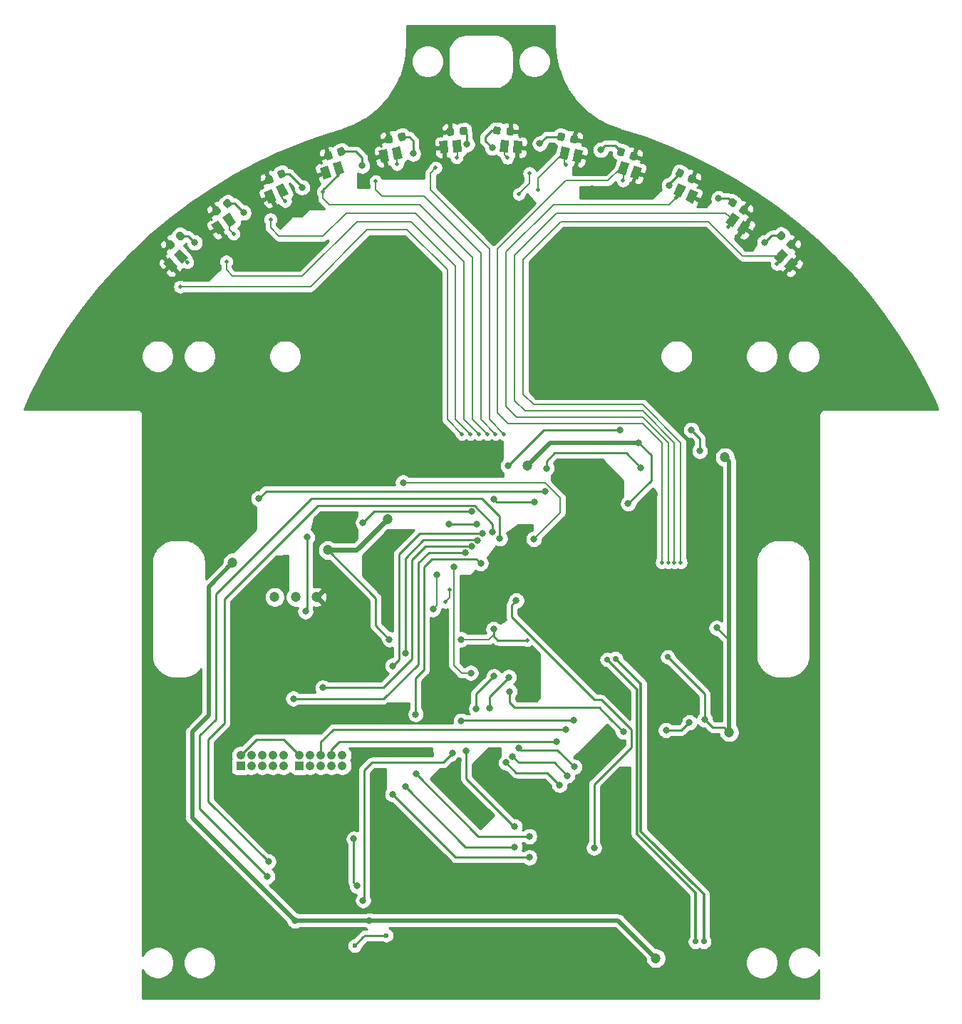
<source format=gbr>
%TF.GenerationSoftware,KiCad,Pcbnew,(5.1.10)-1*%
%TF.CreationDate,2022-02-04T19:35:19+09:00*%
%TF.ProjectId,Main,4d61696e-2e6b-4696-9361-645f70636258,rev?*%
%TF.SameCoordinates,Original*%
%TF.FileFunction,Copper,L2,Bot*%
%TF.FilePolarity,Positive*%
%FSLAX46Y46*%
G04 Gerber Fmt 4.6, Leading zero omitted, Abs format (unit mm)*
G04 Created by KiCad (PCBNEW (5.1.10)-1) date 2022-02-04 19:35:19*
%MOMM*%
%LPD*%
G01*
G04 APERTURE LIST*
%TA.AperFunction,ComponentPad*%
%ADD10R,1.060000X1.060000*%
%TD*%
%TA.AperFunction,ComponentPad*%
%ADD11C,1.060000*%
%TD*%
%TA.AperFunction,ComponentPad*%
%ADD12C,1.200000*%
%TD*%
%TA.AperFunction,SMDPad,CuDef*%
%ADD13C,0.100000*%
%TD*%
%TA.AperFunction,ViaPad*%
%ADD14C,1.200000*%
%TD*%
%TA.AperFunction,ViaPad*%
%ADD15C,0.800000*%
%TD*%
%TA.AperFunction,ViaPad*%
%ADD16C,0.500000*%
%TD*%
%TA.AperFunction,ViaPad*%
%ADD17C,0.700000*%
%TD*%
%TA.AperFunction,ViaPad*%
%ADD18C,0.600000*%
%TD*%
%TA.AperFunction,Conductor*%
%ADD19C,0.250000*%
%TD*%
%TA.AperFunction,Conductor*%
%ADD20C,0.200000*%
%TD*%
%TA.AperFunction,Conductor*%
%ADD21C,0.500000*%
%TD*%
%TA.AperFunction,Conductor*%
%ADD22C,0.600000*%
%TD*%
%TA.AperFunction,Conductor*%
%ADD23C,0.300000*%
%TD*%
%TA.AperFunction,Conductor*%
%ADD24C,0.254000*%
%TD*%
%TA.AperFunction,Conductor*%
%ADD25C,0.100000*%
%TD*%
G04 APERTURE END LIST*
%TO.P,D1,1*%
%TO.N,GND*%
%TA.AperFunction,SMDPad,CuDef*%
G36*
G01*
X-37052920Y42750299D02*
X-37390498Y43135912D01*
G75*
G02*
X-37369995Y43444591I164591J144088D01*
G01*
X-37040813Y43732768D01*
G75*
G02*
X-36732134Y43712265I144088J-164591D01*
G01*
X-36394556Y43326652D01*
G75*
G02*
X-36415059Y43017973I-164591J-144088D01*
G01*
X-36744241Y42729796D01*
G75*
G02*
X-37052920Y42750299I-144088J164591D01*
G01*
G37*
%TD.AperFunction*%
%TO.P,D1,2*%
%TO.N,Net-(D1-Pad2)*%
%TA.AperFunction,SMDPad,CuDef*%
G36*
G01*
X-35867866Y43787735D02*
X-36205444Y44173348D01*
G75*
G02*
X-36184941Y44482027I164591J144088D01*
G01*
X-35855759Y44770204D01*
G75*
G02*
X-35547080Y44749701I144088J-164591D01*
G01*
X-35209502Y44364088D01*
G75*
G02*
X-35230005Y44055409I-164591J-144088D01*
G01*
X-35559187Y43767232D01*
G75*
G02*
X-35867866Y43787735I-144088J164591D01*
G01*
G37*
%TD.AperFunction*%
%TD*%
%TO.P,D2,2*%
%TO.N,Net-(D2-Pad2)*%
%TA.AperFunction,SMDPad,CuDef*%
G36*
G01*
X-30316637Y47681008D02*
X-30600995Y48107384D01*
G75*
G02*
X-30540377Y48410746I181990J121372D01*
G01*
X-30176397Y48653490D01*
G75*
G02*
X-29873035Y48592872I121372J-181990D01*
G01*
X-29588677Y48166496D01*
G75*
G02*
X-29649295Y47863134I-181990J-121372D01*
G01*
X-30013275Y47620390D01*
G75*
G02*
X-30316637Y47681008I-121372J181990D01*
G01*
G37*
%TD.AperFunction*%
%TO.P,D2,1*%
%TO.N,GND*%
%TA.AperFunction,SMDPad,CuDef*%
G36*
G01*
X-31626965Y46807128D02*
X-31911323Y47233504D01*
G75*
G02*
X-31850705Y47536866I181990J121372D01*
G01*
X-31486725Y47779610D01*
G75*
G02*
X-31183363Y47718992I121372J-181990D01*
G01*
X-30899005Y47292616D01*
G75*
G02*
X-30959623Y46989254I-181990J-121372D01*
G01*
X-31323603Y46746510D01*
G75*
G02*
X-31626965Y46807128I-121372J181990D01*
G01*
G37*
%TD.AperFunction*%
%TD*%
%TO.P,D3,2*%
%TO.N,Net-(D3-Pad2)*%
%TA.AperFunction,SMDPad,CuDef*%
G36*
G01*
X-23972823Y51224605D02*
X-24199095Y51684450D01*
G75*
G02*
X-24099399Y51977304I196275J96579D01*
G01*
X-23706849Y52170463D01*
G75*
G02*
X-23413995Y52070767I96579J-196275D01*
G01*
X-23187723Y51610922D01*
G75*
G02*
X-23287419Y51318068I-196275J-96579D01*
G01*
X-23679969Y51124909D01*
G75*
G02*
X-23972823Y51224605I-96579J196275D01*
G01*
G37*
%TD.AperFunction*%
%TO.P,D3,1*%
%TO.N,GND*%
%TA.AperFunction,SMDPad,CuDef*%
G36*
G01*
X-25386005Y50529233D02*
X-25612277Y50989078D01*
G75*
G02*
X-25512581Y51281932I196275J96579D01*
G01*
X-25120031Y51475091D01*
G75*
G02*
X-24827177Y51375395I96579J-196275D01*
G01*
X-24600905Y50915550D01*
G75*
G02*
X-24700601Y50622696I-196275J-96579D01*
G01*
X-25093151Y50429537D01*
G75*
G02*
X-25386005Y50529233I-96579J196275D01*
G01*
G37*
%TD.AperFunction*%
%TD*%
%TO.P,D4,1*%
%TO.N,GND*%
%TA.AperFunction,SMDPad,CuDef*%
G36*
G01*
X-18428175Y53414526D02*
X-18592489Y53899972D01*
G75*
G02*
X-18455421Y54177308I207202J70134D01*
G01*
X-18041017Y54317576D01*
G75*
G02*
X-17763681Y54180508I70134J-207202D01*
G01*
X-17599367Y53695062D01*
G75*
G02*
X-17736435Y53417726I-207202J-70134D01*
G01*
X-18150839Y53277458D01*
G75*
G02*
X-18428175Y53414526I-70134J207202D01*
G01*
G37*
%TD.AperFunction*%
%TO.P,D4,2*%
%TO.N,Net-(D4-Pad2)*%
%TA.AperFunction,SMDPad,CuDef*%
G36*
G01*
X-16936319Y53919492D02*
X-17100633Y54404938D01*
G75*
G02*
X-16963565Y54682274I207202J70134D01*
G01*
X-16549161Y54822542D01*
G75*
G02*
X-16271825Y54685474I70134J-207202D01*
G01*
X-16107511Y54200028D01*
G75*
G02*
X-16244579Y53922692I-207202J-70134D01*
G01*
X-16658983Y53782424D01*
G75*
G02*
X-16936319Y53919492I-70134J207202D01*
G01*
G37*
%TD.AperFunction*%
%TD*%
%TO.P,D5,2*%
%TO.N,Net-(D5-Pad2)*%
%TA.AperFunction,SMDPad,CuDef*%
G36*
G01*
X-9756893Y55716612D02*
X-9856438Y56219352D01*
G75*
G02*
X-9684343Y56476425I214584J42489D01*
G01*
X-9255176Y56561403D01*
G75*
G02*
X-8998103Y56389308I42489J-214584D01*
G01*
X-8898558Y55886568D01*
G75*
G02*
X-9070653Y55629495I-214584J-42489D01*
G01*
X-9499820Y55544517D01*
G75*
G02*
X-9756893Y55716612I-42489J214584D01*
G01*
G37*
%TD.AperFunction*%
%TO.P,D5,1*%
%TO.N,GND*%
%TA.AperFunction,SMDPad,CuDef*%
G36*
G01*
X-11301897Y55410692D02*
X-11401442Y55913432D01*
G75*
G02*
X-11229347Y56170505I214584J42489D01*
G01*
X-10800180Y56255483D01*
G75*
G02*
X-10543107Y56083388I42489J-214584D01*
G01*
X-10443562Y55580648D01*
G75*
G02*
X-10615657Y55323575I-214584J-42489D01*
G01*
X-11044824Y55238597D01*
G75*
G02*
X-11301897Y55410692I-42489J214584D01*
G01*
G37*
%TD.AperFunction*%
%TD*%
%TO.P,D6,2*%
%TO.N,Net-(D6-Pad2)*%
%TA.AperFunction,SMDPad,CuDef*%
G36*
G01*
X-2484193Y56466871D02*
X-2517265Y56978302D01*
G75*
G02*
X-2313087Y57210712I218294J14116D01*
G01*
X-1876499Y57238945D01*
G75*
G02*
X-1644089Y57034767I14116J-218294D01*
G01*
X-1611017Y56523336D01*
G75*
G02*
X-1815195Y56290926I-218294J-14116D01*
G01*
X-2251783Y56262693D01*
G75*
G02*
X-2484193Y56466871I-14116J218294D01*
G01*
G37*
%TD.AperFunction*%
%TO.P,D6,1*%
%TO.N,GND*%
%TA.AperFunction,SMDPad,CuDef*%
G36*
G01*
X-4055911Y56365233D02*
X-4088983Y56876664D01*
G75*
G02*
X-3884805Y57109074I218294J14116D01*
G01*
X-3448217Y57137307D01*
G75*
G02*
X-3215807Y56933129I14116J-218294D01*
G01*
X-3182735Y56421698D01*
G75*
G02*
X-3386913Y56189288I-218294J-14116D01*
G01*
X-3823501Y56161055D01*
G75*
G02*
X-4055911Y56365233I-14116J218294D01*
G01*
G37*
%TD.AperFunction*%
%TD*%
%TO.P,D7,1*%
%TO.N,GND*%
%TA.AperFunction,SMDPad,CuDef*%
G36*
G01*
X3939290Y56924501D02*
X3905324Y56413128D01*
G75*
G02*
X3672558Y56209356I-218269J14497D01*
G01*
X3236020Y56238351D01*
G75*
G02*
X3032248Y56471117I14497J218269D01*
G01*
X3066214Y56982490D01*
G75*
G02*
X3298980Y57186262I218269J-14497D01*
G01*
X3735518Y57157267D01*
G75*
G02*
X3939290Y56924501I-14497J-218269D01*
G01*
G37*
%TD.AperFunction*%
%TO.P,D7,2*%
%TO.N,Net-(D7-Pad2)*%
%TA.AperFunction,SMDPad,CuDef*%
G36*
G01*
X2367752Y57028883D02*
X2333786Y56517510D01*
G75*
G02*
X2101020Y56313738I-218269J14497D01*
G01*
X1664482Y56342733D01*
G75*
G02*
X1460710Y56575499I14497J218269D01*
G01*
X1494676Y57086872D01*
G75*
G02*
X1727442Y57290644I218269J-14497D01*
G01*
X2163980Y57261649D01*
G75*
G02*
X2367752Y57028883I-14497J-218269D01*
G01*
G37*
%TD.AperFunction*%
%TD*%
%TO.P,D8,1*%
%TO.N,GND*%
%TA.AperFunction,SMDPad,CuDef*%
G36*
G01*
X11551464Y55911248D02*
X11451041Y55408683D01*
G75*
G02*
X11193669Y55237037I-214509J42863D01*
G01*
X10764650Y55322764D01*
G75*
G02*
X10593004Y55580136I42863J214509D01*
G01*
X10693427Y56082701D01*
G75*
G02*
X10950799Y56254347I214509J-42863D01*
G01*
X11379818Y56168620D01*
G75*
G02*
X11551464Y55911248I-42863J-214509D01*
G01*
G37*
%TD.AperFunction*%
%TO.P,D8,2*%
%TO.N,Net-(D8-Pad2)*%
%TA.AperFunction,SMDPad,CuDef*%
G36*
G01*
X10006996Y56219864D02*
X9906573Y55717299D01*
G75*
G02*
X9649201Y55545653I-214509J42863D01*
G01*
X9220182Y55631380D01*
G75*
G02*
X9048536Y55888752I42863J214509D01*
G01*
X9148959Y56391317D01*
G75*
G02*
X9406331Y56562963I214509J-42863D01*
G01*
X9835350Y56477236D01*
G75*
G02*
X10006996Y56219864I-42863J-214509D01*
G01*
G37*
%TD.AperFunction*%
%TD*%
%TO.P,D9,1*%
%TO.N,GND*%
%TA.AperFunction,SMDPad,CuDef*%
G36*
G01*
X18642226Y53847803D02*
X18477065Y53362646D01*
G75*
G02*
X18199489Y53226062I-207080J70496D01*
G01*
X17785330Y53367053D01*
G75*
G02*
X17648746Y53644629I70496J207080D01*
G01*
X17813907Y54129786D01*
G75*
G02*
X18091483Y54266370I207080J-70496D01*
G01*
X18505642Y54125379D01*
G75*
G02*
X18642226Y53847803I-70496J-207080D01*
G01*
G37*
%TD.AperFunction*%
%TO.P,D9,2*%
%TO.N,Net-(D9-Pad2)*%
%TA.AperFunction,SMDPad,CuDef*%
G36*
G01*
X17151254Y54355371D02*
X16986093Y53870214D01*
G75*
G02*
X16708517Y53733630I-207080J70496D01*
G01*
X16294358Y53874621D01*
G75*
G02*
X16157774Y54152197I70496J207080D01*
G01*
X16322935Y54637354D01*
G75*
G02*
X16600511Y54773938I207080J-70496D01*
G01*
X17014670Y54632947D01*
G75*
G02*
X17151254Y54355371I-70496J-207080D01*
G01*
G37*
%TD.AperFunction*%
%TD*%
%TO.P,D13,1*%
%TO.N,GND*%
%TA.AperFunction,SMDPad,CuDef*%
G36*
G01*
X25561732Y51086962D02*
X25334658Y50627513D01*
G75*
G02*
X25041630Y50528329I-196106J96922D01*
G01*
X24649418Y50722172D01*
G75*
G02*
X24550234Y51015200I96922J196106D01*
G01*
X24777308Y51474649D01*
G75*
G02*
X25070336Y51573833I196106J-96922D01*
G01*
X25462548Y51379990D01*
G75*
G02*
X25561732Y51086962I-96922J-196106D01*
G01*
G37*
%TD.AperFunction*%
%TO.P,D13,2*%
%TO.N,Net-(D13-Pad2)*%
%TA.AperFunction,SMDPad,CuDef*%
G36*
G01*
X24149766Y51784800D02*
X23922692Y51325351D01*
G75*
G02*
X23629664Y51226167I-196106J96922D01*
G01*
X23237452Y51420010D01*
G75*
G02*
X23138268Y51713038I96922J196106D01*
G01*
X23365342Y52172487D01*
G75*
G02*
X23658370Y52271671I196106J-96922D01*
G01*
X24050582Y52077828D01*
G75*
G02*
X24149766Y51784800I-96922J-196106D01*
G01*
G37*
%TD.AperFunction*%
%TD*%
%TO.P,D14,1*%
%TO.N,GND*%
%TA.AperFunction,SMDPad,CuDef*%
G36*
G01*
X31710507Y47331477D02*
X31425405Y46905598D01*
G75*
G02*
X31121937Y46845510I-181778J121690D01*
G01*
X30758381Y47088889D01*
G75*
G02*
X30698293Y47392357I121690J181778D01*
G01*
X30983395Y47818236D01*
G75*
G02*
X31286863Y47878324I181778J-121690D01*
G01*
X31650419Y47634945D01*
G75*
G02*
X31710507Y47331477I-121690J-181778D01*
G01*
G37*
%TD.AperFunction*%
%TO.P,D14,2*%
%TO.N,Net-(D14-Pad2)*%
%TA.AperFunction,SMDPad,CuDef*%
G36*
G01*
X30401707Y48207643D02*
X30116605Y47781764D01*
G75*
G02*
X29813137Y47721676I-181778J121690D01*
G01*
X29449581Y47965055D01*
G75*
G02*
X29389493Y48268523I121690J181778D01*
G01*
X29674595Y48694402D01*
G75*
G02*
X29978063Y48754490I181778J-121690D01*
G01*
X30341619Y48511111D01*
G75*
G02*
X30401707Y48207643I-121690J-181778D01*
G01*
G37*
%TD.AperFunction*%
%TD*%
%TO.P,D15,2*%
%TO.N,Net-(D15-Pad2)*%
%TA.AperFunction,SMDPad,CuDef*%
G36*
G01*
X36156182Y44223512D02*
X35817932Y43838489D01*
G75*
G02*
X35509218Y43818525I-164339J144375D01*
G01*
X35180540Y44107276D01*
G75*
G02*
X35160576Y44415990I144375J164339D01*
G01*
X35498826Y44801013D01*
G75*
G02*
X35807540Y44820977I164339J-144375D01*
G01*
X36136218Y44532226D01*
G75*
G02*
X36156182Y44223512I-144375J-164339D01*
G01*
G37*
%TD.AperFunction*%
%TO.P,D15,1*%
%TO.N,GND*%
%TA.AperFunction,SMDPad,CuDef*%
G36*
G01*
X37339424Y43184010D02*
X37001174Y42798987D01*
G75*
G02*
X36692460Y42779023I-164339J144375D01*
G01*
X36363782Y43067774D01*
G75*
G02*
X36343818Y43376488I144375J164339D01*
G01*
X36682068Y43761511D01*
G75*
G02*
X36990782Y43781475I164339J-144375D01*
G01*
X37319460Y43492724D01*
G75*
G02*
X37339424Y43184010I-144375J-164339D01*
G01*
G37*
%TD.AperFunction*%
%TD*%
D10*
%TO.P,J5,1*%
%TO.N,N/C*%
X-28540000Y-18635000D03*
D11*
%TO.P,J5,2*%
%TO.N,+5V*%
X-28540000Y-17365000D03*
%TO.P,J5,3*%
%TO.N,GND*%
X-27270000Y-18635000D03*
%TO.P,J5,4*%
%TO.N,N/C*%
X-27270000Y-17365000D03*
%TO.P,J5,5*%
X-26000000Y-18635000D03*
%TO.P,J5,6*%
%TO.N,Encorder1_A*%
X-26000000Y-17365000D03*
%TO.P,J5,7*%
%TO.N,N/C*%
X-24730000Y-18635000D03*
%TO.P,J5,8*%
%TO.N,Encorder1_B*%
X-24730000Y-17365000D03*
%TO.P,J5,9*%
%TO.N,N/C*%
X-23460000Y-18635000D03*
%TO.P,J5,10*%
X-23460000Y-17365000D03*
%TD*%
%TO.P,J9,10*%
%TO.N,N/C*%
X-16460000Y-17365000D03*
%TO.P,J9,9*%
X-16460000Y-18635000D03*
%TO.P,J9,8*%
%TO.N,Encorder2_B*%
X-17730000Y-17365000D03*
%TO.P,J9,7*%
%TO.N,N/C*%
X-17730000Y-18635000D03*
%TO.P,J9,6*%
%TO.N,Encorder2_A*%
X-19000000Y-17365000D03*
%TO.P,J9,5*%
%TO.N,N/C*%
X-19000000Y-18635000D03*
%TO.P,J9,4*%
X-20270000Y-17365000D03*
%TO.P,J9,3*%
%TO.N,GND*%
X-20270000Y-18635000D03*
%TO.P,J9,2*%
%TO.N,+5V*%
X-21540000Y-17365000D03*
D10*
%TO.P,J9,1*%
%TO.N,N/C*%
X-21540000Y-18635000D03*
%TD*%
D12*
%TO.P,J10,3*%
%TO.N,GND*%
X-19500000Y1400000D03*
%TO.P,J10,2*%
%TO.N,Net-(FB3-Pad1)*%
X-22000000Y1400000D03*
%TO.P,J10,1*%
%TO.N,Net-(FB2-Pad1)*%
X-24500000Y1400000D03*
%TD*%
%TA.AperFunction,SMDPad,CuDef*%
D13*
%TO.P,Q1,2*%
%TO.N,GND*%
G36*
X-36967294Y41699083D02*
G01*
X-36012195Y40608081D01*
X-36764610Y39949391D01*
X-37719709Y41040393D01*
X-36967294Y41699083D01*
G37*
%TD.AperFunction*%
%TA.AperFunction,SMDPad,CuDef*%
%TO.P,Q1,1*%
%TO.N,/Sensor01*%
G36*
X-35763430Y42752987D02*
G01*
X-34808331Y41661985D01*
X-35560746Y41003295D01*
X-36515845Y42094297D01*
X-35763430Y42752987D01*
G37*
%TD.AperFunction*%
%TD*%
%TA.AperFunction,SMDPad,CuDef*%
%TO.P,Q2,2*%
%TO.N,GND*%
G36*
X-31208211Y46167542D02*
G01*
X-30403687Y44961208D01*
X-31235641Y44406364D01*
X-32040165Y45612698D01*
X-31208211Y46167542D01*
G37*
%TD.AperFunction*%
%TA.AperFunction,SMDPad,CuDef*%
%TO.P,Q2,1*%
%TO.N,/Sensor02*%
G36*
X-29877085Y47055294D02*
G01*
X-29072561Y45848960D01*
X-29904515Y45294116D01*
X-30709039Y46500450D01*
X-29877085Y47055294D01*
G37*
%TD.AperFunction*%
%TD*%
%TA.AperFunction,SMDPad,CuDef*%
%TO.P,Q3,1*%
%TO.N,/Sensor03*%
G36*
X-23479534Y50552471D02*
G01*
X-22839350Y49251447D01*
X-23736608Y48809941D01*
X-24376792Y50110965D01*
X-23479534Y50552471D01*
G37*
%TD.AperFunction*%
%TA.AperFunction,SMDPad,CuDef*%
%TO.P,Q3,2*%
%TO.N,GND*%
G36*
X-24915148Y49846061D02*
G01*
X-24274964Y48545037D01*
X-25172222Y48103531D01*
X-25812406Y49404555D01*
X-24915148Y49846061D01*
G37*
%TD.AperFunction*%
%TD*%
%TA.AperFunction,SMDPad,CuDef*%
%TO.P,Q4,2*%
%TO.N,GND*%
G36*
X-18195778Y52671701D02*
G01*
X-17730889Y51298246D01*
X-18678100Y50977633D01*
X-19142989Y52351088D01*
X-18195778Y52671701D01*
G37*
%TD.AperFunction*%
%TA.AperFunction,SMDPad,CuDef*%
%TO.P,Q4,1*%
%TO.N,/Sensor04*%
G36*
X-16680242Y53184681D02*
G01*
X-16215353Y51811226D01*
X-17162564Y51490613D01*
X-17627453Y52864068D01*
X-16680242Y53184681D01*
G37*
%TD.AperFunction*%
%TD*%
%TA.AperFunction,SMDPad,CuDef*%
%TO.P,Q5,1*%
%TO.N,/Sensor05*%
G36*
X-9595546Y54906887D02*
G01*
X-9313907Y53484502D01*
X-10294862Y53290267D01*
X-10576501Y54712652D01*
X-9595546Y54906887D01*
G37*
%TD.AperFunction*%
%TA.AperFunction,SMDPad,CuDef*%
%TO.P,Q5,2*%
%TO.N,GND*%
G36*
X-11165074Y54596113D02*
G01*
X-10883435Y53173728D01*
X-11864390Y52979493D01*
X-12146029Y54401878D01*
X-11165074Y54596113D01*
G37*
%TD.AperFunction*%
%TD*%
%TA.AperFunction,SMDPad,CuDef*%
%TO.P,Q6,2*%
%TO.N,GND*%
G36*
X-3943332Y55586370D02*
G01*
X-3849760Y54139392D01*
X-4847676Y54074860D01*
X-4941248Y55521838D01*
X-3943332Y55586370D01*
G37*
%TD.AperFunction*%
%TA.AperFunction,SMDPad,CuDef*%
%TO.P,Q6,1*%
%TO.N,/Sensor06*%
G36*
X-2346668Y55689622D02*
G01*
X-2253096Y54242644D01*
X-3251012Y54178112D01*
X-3344584Y55625090D01*
X-2346668Y55689622D01*
G37*
%TD.AperFunction*%
%TD*%
%TA.AperFunction,SMDPad,CuDef*%
%TO.P,Q7,1*%
%TO.N,/Sensor07*%
G36*
X2251982Y54244991D02*
G01*
X2348079Y55691803D01*
X3345880Y55625529D01*
X3249783Y54178717D01*
X2251982Y54244991D01*
G37*
%TD.AperFunction*%
%TA.AperFunction,SMDPad,CuDef*%
%TO.P,Q7,2*%
%TO.N,GND*%
G36*
X3848464Y54138953D02*
G01*
X3944561Y55585765D01*
X4942362Y55519491D01*
X4846265Y54072679D01*
X3848464Y54138953D01*
G37*
%TD.AperFunction*%
%TD*%
%TA.AperFunction,SMDPad,CuDef*%
%TO.P,Q8,2*%
%TO.N,GND*%
G36*
X10882092Y53173460D02*
G01*
X11166214Y54595352D01*
X12146828Y54399406D01*
X11862706Y52977514D01*
X10882092Y53173460D01*
G37*
%TD.AperFunction*%
%TA.AperFunction,SMDPad,CuDef*%
%TO.P,Q8,1*%
%TO.N,/Sensor08*%
G36*
X9313108Y53486974D02*
G01*
X9597230Y54908866D01*
X10577844Y54712920D01*
X10293722Y53291028D01*
X9313108Y53486974D01*
G37*
%TD.AperFunction*%
%TD*%
%TA.AperFunction,SMDPad,CuDef*%
%TO.P,Q9,1*%
%TO.N,/Sensor09*%
G36*
X16214885Y51813782D02*
G01*
X16682170Y53186424D01*
X17628819Y52864158D01*
X17161534Y51491516D01*
X16214885Y51813782D01*
G37*
%TD.AperFunction*%
%TA.AperFunction,SMDPad,CuDef*%
%TO.P,Q9,2*%
%TO.N,GND*%
G36*
X17729523Y51298156D02*
G01*
X18196808Y52670798D01*
X19143457Y52348532D01*
X18676172Y50975890D01*
X17729523Y51298156D01*
G37*
%TD.AperFunction*%
%TD*%
%TA.AperFunction,SMDPad,CuDef*%
%TO.P,Q11,2*%
%TO.N,GND*%
G36*
X24273597Y48545127D02*
G01*
X24916050Y49845032D01*
X25812537Y49401961D01*
X25170084Y48102056D01*
X24273597Y48545127D01*
G37*
%TD.AperFunction*%
%TA.AperFunction,SMDPad,CuDef*%
%TO.P,Q11,1*%
%TO.N,/Sensor10*%
G36*
X22839219Y49254041D02*
G01*
X23481672Y50553946D01*
X24378159Y50110875D01*
X23735706Y48810970D01*
X22839219Y49254041D01*
G37*
%TD.AperFunction*%
%TD*%
%TA.AperFunction,SMDPad,CuDef*%
%TO.P,Q12,1*%
%TO.N,/Sensor11*%
G36*
X29072768Y45851549D02*
G01*
X29879397Y47056477D01*
X30710382Y46500181D01*
X29903753Y45295253D01*
X29072768Y45851549D01*
G37*
%TD.AperFunction*%
%TA.AperFunction,SMDPad,CuDef*%
%TO.P,Q12,2*%
%TO.N,GND*%
G36*
X30402344Y44961477D02*
G01*
X31208973Y46166405D01*
X32039958Y45610109D01*
X31233329Y44405181D01*
X30402344Y44961477D01*
G37*
%TD.AperFunction*%
%TD*%
%TA.AperFunction,SMDPad,CuDef*%
%TO.P,Q13,2*%
%TO.N,GND*%
G36*
X36010898Y40608522D02*
G01*
X36967900Y41697855D01*
X37719164Y41037854D01*
X36762162Y39948521D01*
X36010898Y40608522D01*
G37*
%TD.AperFunction*%
%TA.AperFunction,SMDPad,CuDef*%
%TO.P,Q13,1*%
%TO.N,/Sensor12*%
G36*
X34808876Y41664524D02*
G01*
X35765878Y42753857D01*
X36517142Y42093856D01*
X35560140Y41004523D01*
X34808876Y41664524D01*
G37*
%TD.AperFunction*%
%TD*%
D14*
%TO.N,+3V3*%
X-18175000Y6975000D03*
D15*
X6350000Y12700000D03*
X26600000Y-13150000D03*
X-22100000Y-37000000D03*
X1500000Y-2400000D03*
X-2325000Y-3625000D03*
D16*
X5500000Y-3700000D03*
D14*
X5500000Y17000000D03*
D15*
X18750000Y19750000D03*
X-13250000Y-37000000D03*
X28000000Y-2250000D03*
D14*
X29500000Y-14650000D03*
D15*
X17500000Y12500000D03*
D14*
X29000000Y18000000D03*
D15*
X1550000Y13050000D03*
D14*
X-29500000Y5500000D03*
X20774998Y-41474998D03*
X-11100000Y10634990D03*
D15*
X-10875000Y-3625000D03*
D17*
X22200000Y-5700000D03*
D15*
%TO.N,Net-(BZ1-Pad2)*%
X24765000Y-13485000D03*
X22000000Y-14401347D03*
D17*
%TO.N,GND*%
X5200000Y9600000D03*
D15*
X-2100000Y-2100000D03*
X7300000Y-2800000D03*
D17*
X17800000Y8200000D03*
X17500000Y11100000D03*
X16200000Y11100000D03*
X-19100000Y10600000D03*
X-15300000Y11200000D03*
X-16400000Y8400000D03*
X-16100000Y10000000D03*
X-17400000Y11200000D03*
X-19300000Y9000000D03*
X-22000000Y-1400000D03*
X2200000Y16000000D03*
X-13600000Y6200000D03*
X-9200000Y8900000D03*
X-10800000Y-2200000D03*
X-5600000Y-1400000D03*
X-4300000Y-500000D03*
X800000Y3100000D03*
X1200000Y-6600000D03*
X-27400000Y-14500000D03*
X-23900000Y-9400000D03*
X-17000000Y-12300000D03*
X-6400000Y-16900000D03*
X-17000000Y-35400000D03*
X-16400000Y-31700000D03*
X-12600000Y-27900000D03*
X-9600000Y-24900000D03*
X-5200000Y-20500000D03*
X-2600000Y-18000000D03*
X-400000Y-25400000D03*
X4500000Y-20500000D03*
X3500000Y-20500000D03*
X4700000Y-10600000D03*
X-19200000Y43200000D03*
X8400000Y54700000D03*
X5700000Y48500000D03*
X3400000Y46600000D03*
X200000Y45400000D03*
X-3500000Y49300000D03*
X100000Y49700000D03*
X12300000Y49700000D03*
X15400000Y53300000D03*
X31700000Y43100000D03*
X4800000Y-7800000D03*
X6400000Y-10400000D03*
X21100000Y-6600000D03*
X20400000Y-5500000D03*
X16100000Y-15600000D03*
X21400000Y-19500000D03*
X17000000Y-23900000D03*
X17200000Y-19200000D03*
X12000000Y-17800000D03*
X1800000Y-16800000D03*
X-400000Y-19700000D03*
X-19200000Y-12100000D03*
X-22400000Y-4800000D03*
X-20000000Y-4800000D03*
X-19700000Y-1500000D03*
X-1500000Y18200000D03*
X13800000Y17400000D03*
X20700000Y13600000D03*
X24900000Y17900000D03*
X24900000Y16300000D03*
X5900000Y53100000D03*
X-4500000Y51600000D03*
X100000Y52200000D03*
X11800000Y52000000D03*
X-12900000Y43600000D03*
X-9300000Y43600000D03*
X6300000Y40900000D03*
X10100000Y44700000D03*
X26500000Y42600000D03*
X28600000Y40700000D03*
X15500000Y44700000D03*
X-5200000Y39800000D03*
X-21800000Y40700000D03*
X-38600000Y39400000D03*
X38600000Y39400000D03*
X27900000Y-11900000D03*
X28200000Y-4900000D03*
X26750000Y-8400000D03*
X28200000Y-15300000D03*
X27500000Y-16750000D03*
X-11700000Y-19400000D03*
X-12500000Y-24200000D03*
X-21600000Y-35700000D03*
X-19200000Y-35400000D03*
X-25800000Y-35300000D03*
X-25500000Y-43500000D03*
X-16900000Y-43500000D03*
X-8400000Y-38600000D03*
X-12600000Y-35200000D03*
X-7800000Y-45900000D03*
X-15700000Y-45900000D03*
X24800000Y6500000D03*
X27300000Y9600000D03*
X23200000Y3400000D03*
X-4700000Y-7200000D03*
X-10900000Y5300000D03*
X2800000Y1000000D03*
X26800000Y2700000D03*
X6700000Y25800000D03*
X53200000Y24300000D03*
X8000000Y68600000D03*
X-7900000Y68600000D03*
X-53100000Y24400000D03*
X-39500000Y-45700000D03*
X39600000Y-45700000D03*
X-16600000Y-20400000D03*
X-23700000Y-20400000D03*
X-12700000Y-32000000D03*
X-3000000Y-32200000D03*
X25100000Y-4900000D03*
X-25600000Y-8800000D03*
X28200000Y23000000D03*
X29400000Y19800000D03*
X31600000Y38400000D03*
X-25700000Y44700000D03*
X-31400000Y41700000D03*
X-23900000Y45900000D03*
X19800000Y49100000D03*
X18100000Y49100000D03*
X14900000Y52400000D03*
X13200000Y49900000D03*
X17600000Y-3300000D03*
X2800000Y-32400000D03*
X9600000Y-30700000D03*
X11000000Y-32000000D03*
X2800000Y-30700000D03*
X800000Y-24200000D03*
X800000Y-24200000D03*
X5000000Y-24600000D03*
X11600000Y-24800000D03*
X8000000Y-21800000D03*
X27600000Y12700000D03*
X27600000Y15000000D03*
X-23600000Y5600000D03*
X-32200000Y4700000D03*
X26600000Y-2800000D03*
X26500000Y48100000D03*
X14750000Y-9500000D03*
X15750000Y-10500000D03*
X14750000Y-8000000D03*
D18*
X19500000Y-1250000D03*
X20500000Y-1250000D03*
X22750000Y250000D03*
X16000000Y-34750000D03*
X-22500000Y-38250000D03*
X-20000000Y-38250000D03*
X-11250000Y-41500000D03*
X-12750000Y-41500000D03*
X-12750000Y-40000000D03*
X17500000Y-12500000D03*
X22500000Y-10500000D03*
X20250000Y-15000000D03*
%TO.N,nRST*%
X-15000000Y-40000000D03*
X-11250000Y-38750000D03*
D15*
%TO.N,+5V*%
X-20650000Y8500000D03*
X-20850000Y-300000D03*
X26000000Y18750000D03*
X25000000Y21250000D03*
X16500000Y21250000D03*
X3250000Y17000000D03*
%TO.N,Net-(D1-Pad2)*%
X-34000000Y43500000D03*
%TO.N,Net-(D2-Pad2)*%
X-28200000Y47050000D03*
%TO.N,Net-(D3-Pad2)*%
X-21250000Y50050000D03*
%TO.N,Net-(D4-Pad2)*%
X-14104267Y52614228D03*
%TO.N,Net-(D5-Pad2)*%
X-8050000Y54050000D03*
%TO.N,Net-(D6-Pad2)*%
X-1650000Y55150000D03*
%TO.N,Net-(D7-Pad2)*%
X1350000Y54750000D03*
%TO.N,Net-(D8-Pad2)*%
X7000000Y55249998D03*
%TO.N,Net-(D9-Pad2)*%
X14249998Y54500000D03*
%TO.N,SubSens2*%
X7600000Y14000000D03*
X-26400000Y13100000D03*
%TO.N,SubSens1*%
X7800000Y16700000D03*
X19000000Y16750000D03*
%TO.N,Net-(D13-Pad2)*%
X22350000Y50300000D03*
%TO.N,Net-(D14-Pad2)*%
X28250006Y48750000D03*
%TO.N,Net-(D15-Pad2)*%
X33700000Y43500000D03*
%TO.N,SWDIO*%
X1000000Y-11750000D03*
X3300000Y-8100000D03*
%TO.N,SWO*%
X-2350000Y-13300000D03*
X-3400000Y-17150000D03*
X-14000000Y-34600000D03*
X10994418Y-13244418D03*
%TO.N,Encorder1_A*%
X-18800000Y-9350000D03*
X-1114247Y7433193D03*
%TO.N,Encorder1_B*%
X-22285000Y-10650000D03*
X-1822676Y6708193D03*
%TO.N,/LED_Red*%
X-1100000Y11550000D03*
X-15100000Y-27300000D03*
X-14700000Y-32900000D03*
X-14000000Y10250000D03*
%TO.N,/LED_White*%
X150555Y9000850D03*
X5750000Y-29500000D03*
X-10499998Y-6750002D03*
X-10500000Y-22000000D03*
%TO.N,/LED_B*%
X-415016Y8148091D03*
X4000000Y-28250000D03*
X-8999996Y-5250000D03*
X-8999997Y-21099997D03*
%TO.N,/LED_G*%
X-7700000Y-19600000D03*
X-25000Y5425000D03*
X5750000Y-27000000D03*
X-7749998Y-12500000D03*
%TO.N,/LED_R*%
X4200000Y1000000D03*
X13450000Y-28350000D03*
D17*
%TO.N,I2C_SDA*%
X26500000Y-39500000D03*
X16000000Y-5900004D03*
%TO.N,I2C_SCL*%
X25500000Y-39500000D03*
X15000000Y-6017633D03*
D15*
%TO.N,Encorder2_B*%
X9000000Y-15750000D03*
%TO.N,Encorder2_A*%
X10100000Y-14300000D03*
%TO.N,/Rotary1*%
X11100000Y-18750000D03*
X4500000Y-16500000D03*
%TO.N,/Rotary8*%
X10250000Y-19800000D03*
X3750000Y-17500000D03*
%TO.N,/Rotary2*%
X9350000Y-20900000D03*
X3000000Y-18250000D03*
%TO.N,/Rotary4*%
X1550000Y-8000000D03*
X-550000Y-11850000D03*
X-1750000Y-16900000D03*
X4000000Y-25850000D03*
%TO.N,USART_TX*%
X2250000Y8350000D03*
X-25400000Y-31750000D03*
%TO.N,USART_RX*%
X1400000Y9100000D03*
X-25250004Y-30000000D03*
D16*
%TO.N,/Sensor01*%
X-34900000Y41150000D03*
X-35750000Y38250000D03*
X-2250000Y20750000D03*
X-2250000Y20750000D03*
%TO.N,/Sensor02*%
X-29400000Y44550000D03*
X-30250000Y41250000D03*
X-1250000Y20750000D03*
%TO.N,/Sensor03*%
X-23250000Y48400000D03*
X-25000000Y46250000D03*
X-250000Y20750000D03*
%TO.N,/Sensor04*%
X750000Y20750000D03*
X-18750000Y49500000D03*
%TO.N,/Sensor05*%
X-9950000Y52800000D03*
X-12500000Y50750000D03*
X1749999Y20749999D03*
%TO.N,/Sensor06*%
X-2900000Y53600000D03*
X2750000Y20750000D03*
X-5375000Y52375000D03*
%TO.N,/Sensor07*%
X3150000Y53550000D03*
X4500000Y49250000D03*
X5750000Y51750000D03*
%TO.N,/Sensor08*%
X6750000Y49763690D03*
X10100000Y52700000D03*
%TO.N,/Sensor09*%
X16900000Y50850000D03*
X21500000Y5500000D03*
D15*
%TO.N,Net-(Q10-Pad1)*%
X3400000Y-9800000D03*
X16925000Y-14575000D03*
D16*
%TO.N,/Sensor10*%
X23200000Y48800000D03*
X22250000Y5500000D03*
%TO.N,/Sensor11*%
X29400000Y45350000D03*
X23000000Y5500000D03*
%TO.N,/Sensor12*%
X35150000Y40950000D03*
X23750000Y5500000D03*
D15*
%TO.N,ICM_nCS*%
X-5200000Y4090000D03*
X-5685000Y-50000D03*
X6300000Y8300000D03*
X-9250000Y15000000D03*
%TO.N,ICM_MISO*%
X-1200000Y-7600000D03*
X-3200000Y4950000D03*
%TO.N,ICM_MOSI*%
X-500000Y10050000D03*
X-3825000Y10075000D03*
D16*
%TO.N,ICM_SCLK*%
X-3740000Y2300000D03*
X-4250000Y800000D03*
%TD*%
D19*
%TO.N,+3V3*%
X27500000Y-14050000D02*
X26600000Y-13150000D01*
X28900000Y-14050000D02*
X27500000Y-14050000D01*
X26600000Y-10100000D02*
X26600000Y-13150000D01*
X22200000Y-5700000D02*
X26600000Y-10100000D01*
D20*
X1500000Y-2400000D02*
X1500000Y-3050000D01*
X925000Y-3625000D02*
X-2325000Y-3625000D01*
X1500000Y-3050000D02*
X925000Y-3625000D01*
D19*
X5500000Y-3700000D02*
X2000000Y-3700000D01*
X1500000Y-3200000D02*
X1500000Y-2400000D01*
X2000000Y-3700000D02*
X1500000Y-3200000D01*
D21*
X-22100000Y-37000000D02*
X-13250000Y-37000000D01*
D19*
X29500000Y-14650000D02*
X28900000Y-14050000D01*
D21*
X29500000Y-14650000D02*
X29500000Y-3750000D01*
D19*
X17500000Y12500000D02*
X20250000Y15250000D01*
X20250000Y15250000D02*
X20250000Y18250000D01*
X20250000Y18250000D02*
X18750000Y19750000D01*
D21*
X29500000Y17500000D02*
X29000000Y18000000D01*
X29500000Y-3750000D02*
X29500000Y17500000D01*
D19*
X28000000Y-2250000D02*
X29500000Y-3750000D01*
D21*
X8250000Y19750000D02*
X5500000Y17000000D01*
X18750000Y19750000D02*
X8250000Y19750000D01*
D19*
X1900000Y12700000D02*
X1550000Y13050000D01*
X6350000Y12700000D02*
X1900000Y12700000D01*
D21*
X-13250000Y-37000000D02*
X16300000Y-37000000D01*
X16300000Y-37000000D02*
X20774998Y-41474998D01*
D22*
X-11100000Y10650000D02*
X-11100000Y10634990D01*
X-14759990Y6975000D02*
X-11100000Y10634990D01*
X-11125000Y10675000D02*
X-11100000Y10650000D01*
X-18175000Y6975000D02*
X-14759990Y6975000D01*
D19*
X-12500000Y-2000000D02*
X-10875000Y-3625000D01*
X-12500000Y1300000D02*
X-12500000Y-2000000D01*
X-18175000Y6975000D02*
X-12500000Y1300000D01*
D21*
X-22100000Y-37000000D02*
X-34300000Y-24800000D01*
X-34300000Y-24800000D02*
X-34300000Y-14600000D01*
X-32350000Y2650000D02*
X-29500000Y5500000D01*
X-34300000Y-14600000D02*
X-32350000Y-12650000D01*
X-32350000Y-12650000D02*
X-32350000Y2650000D01*
D19*
%TO.N,Net-(BZ1-Pad2)*%
X23848653Y-14401347D02*
X22000000Y-14401347D01*
X24765000Y-13485000D02*
X23848653Y-14401347D01*
D20*
%TO.N,GND*%
X11514460Y53786433D02*
X11514460Y53014460D01*
D19*
%TO.N,nRST*%
X-15000000Y-40000000D02*
X-14000000Y-39000000D01*
X-14000000Y-39000000D02*
X-13750000Y-38750000D01*
X-13750000Y-38750000D02*
X-11250000Y-38750000D01*
%TO.N,+5V*%
X-20650000Y-100000D02*
X-20850000Y-300000D01*
X-20650000Y8500000D02*
X-20650000Y-100000D01*
X-28540000Y-17365000D02*
X-26675000Y-15500000D01*
X-23405000Y-15500000D02*
X-21540000Y-17365000D01*
X-26675000Y-15500000D02*
X-23405000Y-15500000D01*
X26000000Y20250000D02*
X25000000Y21250000D01*
X26000000Y18750000D02*
X26000000Y20250000D01*
X7500000Y21250000D02*
X3250000Y17000000D01*
X16500000Y21250000D02*
X7500000Y21250000D01*
%TO.N,Net-(D1-Pad2)*%
X-34768718Y44268718D02*
X-34000000Y43500000D01*
X-35707473Y44268718D02*
X-34768718Y44268718D01*
%TO.N,Net-(D2-Pad2)*%
X-30094836Y48136940D02*
X-29236940Y48136940D01*
X-28200000Y47100000D02*
X-28200000Y47050000D01*
X-29236940Y48136940D02*
X-28200000Y47100000D01*
%TO.N,Net-(D3-Pad2)*%
X-23693409Y51647686D02*
X-22797686Y51647686D01*
X-21250000Y50100000D02*
X-21250000Y50050000D01*
X-22797686Y51647686D02*
X-21250000Y50100000D01*
%TO.N,Net-(D4-Pad2)*%
X-14104267Y53549761D02*
X-14104267Y52614228D01*
X-14856989Y54302483D02*
X-14104267Y53549761D01*
X-16604072Y54302483D02*
X-14856989Y54302483D01*
%TO.N,Net-(D5-Pad2)*%
X-9377498Y56052960D02*
X-8502960Y56052960D01*
X-8050000Y55600000D02*
X-8050000Y54050000D01*
X-8502960Y56052960D02*
X-8050000Y55600000D01*
%TO.N,Net-(D6-Pad2)*%
X-1650000Y56336678D02*
X-2064141Y56750819D01*
X-1650000Y55150000D02*
X-1650000Y56336678D01*
%TO.N,Net-(D7-Pad2)*%
X1914231Y56802191D02*
X1302191Y56802191D01*
X1302191Y56802191D02*
X550000Y56050000D01*
X550000Y55550000D02*
X1350000Y54750000D01*
X550000Y56050000D02*
X550000Y55550000D01*
%TO.N,Net-(D8-Pad2)*%
X7804310Y56054308D02*
X7000000Y55249998D01*
X9527766Y56054308D02*
X7804310Y56054308D01*
%TO.N,Net-(D9-Pad2)*%
X14749998Y55000000D02*
X14249998Y54500000D01*
X15908298Y55000000D02*
X14749998Y55000000D01*
X16654514Y54253784D02*
X15908298Y55000000D01*
%TO.N,SubSens2*%
X7600000Y14000000D02*
X-23500000Y14000000D01*
X-25500000Y14000000D02*
X-26400000Y13100000D01*
X-23500000Y14000000D02*
X-25500000Y14000000D01*
%TO.N,SubSens1*%
X7800000Y16700000D02*
X7800000Y17550000D01*
X7800000Y17550000D02*
X8750000Y18500000D01*
X17250000Y18500000D02*
X19000000Y16750000D01*
X8750000Y18500000D02*
X17250000Y18500000D01*
%TO.N,Net-(D13-Pad2)*%
X22350000Y50454902D02*
X23644017Y51748919D01*
X22350000Y50300000D02*
X22350000Y50454902D01*
%TO.N,Net-(D14-Pad2)*%
X29895600Y48238083D02*
X29383683Y48750000D01*
X29383683Y48750000D02*
X28250006Y48750000D01*
%TO.N,Net-(D15-Pad2)*%
X34519751Y44319751D02*
X33700000Y43500000D01*
X35658379Y44319751D02*
X34519751Y44319751D01*
%TO.N,SWDIO*%
X1000000Y-10400000D02*
X1000000Y-10550000D01*
X3300000Y-8100000D02*
X1000000Y-10400000D01*
X1000000Y-10550000D02*
X1000000Y-11750000D01*
%TO.N,SWO*%
X-3400000Y-17150000D02*
X-4500000Y-18250000D01*
X-4500000Y-18250000D02*
X-12950000Y-18250000D01*
X-13850000Y-19150000D02*
X-13850000Y-19200000D01*
X-12950000Y-18250000D02*
X-13850000Y-19150000D01*
X-13850000Y-34450000D02*
X-14000000Y-34600000D01*
X-13850000Y-19150000D02*
X-13850000Y-34450000D01*
X-2294418Y-13244418D02*
X-2350000Y-13300000D01*
X10994418Y-13244418D02*
X-2294418Y-13244418D01*
%TO.N,Encorder1_A*%
X-11600000Y-9350000D02*
X-8200000Y-5950000D01*
X-18800000Y-9350000D02*
X-11600000Y-9350000D01*
X-1114247Y7433193D02*
X-6266807Y7433193D01*
D20*
X-6266807Y7433193D02*
X-6316807Y7433193D01*
D19*
X-8200000Y5300000D02*
X-8200000Y5500000D01*
X-8200000Y-5950000D02*
X-8200000Y5300000D01*
X-8200000Y5800000D02*
X-8200000Y5300000D01*
X-6566807Y7433193D02*
X-8200000Y5800000D01*
X-6266807Y7433193D02*
X-6566807Y7433193D01*
%TO.N,Encorder1_B*%
X-7475000Y-6575000D02*
X-11550000Y-10650000D01*
X-11550000Y-10650000D02*
X-22285000Y-10650000D01*
X-7450000Y4386410D02*
X-7450000Y-6550000D01*
X-7450000Y5450000D02*
X-7450000Y4386410D01*
X-6191807Y6708193D02*
X-7450000Y5450000D01*
X-1822676Y6708193D02*
X-6191807Y6708193D01*
%TO.N,/LED_Red*%
X-15100000Y-32500000D02*
X-14700000Y-32900000D01*
X-15100000Y-27300000D02*
X-15100000Y-32500000D01*
X-1100000Y11550000D02*
X-9850000Y11550000D01*
X-9850000Y11550000D02*
X-10100000Y11550000D01*
X-12700000Y11550000D02*
X-14000000Y10250000D01*
X-9850000Y11550000D02*
X-12700000Y11550000D01*
%TO.N,/LED_White*%
X-9750000Y-6000004D02*
X-10499998Y-6750002D01*
X-9750000Y6500000D02*
X-9750000Y-6000004D01*
X-7249150Y9000850D02*
X-9750000Y6500000D01*
X150555Y9000850D02*
X-7249150Y9000850D01*
X5750000Y-29500000D02*
X-3000000Y-29500000D01*
X-3000000Y-29500000D02*
X-10500000Y-22000000D01*
%TO.N,/LED_B*%
X-395943Y8163388D02*
X-6836612Y8163388D01*
X-6836612Y8163388D02*
X-8999996Y6000004D01*
X-8999996Y6000004D02*
X-8999996Y-5250000D01*
X-1849994Y-28250000D02*
X-8999997Y-21099997D01*
X4000000Y-28250000D02*
X-1849994Y-28250000D01*
%TO.N,/LED_G*%
X-7700000Y-19600000D02*
X-300000Y-27000000D01*
X-300000Y-27000000D02*
X5750000Y-27000000D01*
X-7749998Y-8249998D02*
X-7749998Y-12500000D01*
X-6750000Y-7250000D02*
X-7749998Y-8249998D01*
X-6750000Y5025000D02*
X-6750000Y-7250000D01*
X-5825000Y5950000D02*
X-6750000Y5025000D01*
X-550000Y5950000D02*
X-5825000Y5950000D01*
X-25000Y5425000D02*
X-550000Y5950000D01*
%TO.N,/LED_R*%
X17850000Y-16400000D02*
X13450000Y-20800000D01*
X17850000Y-14350000D02*
X17850000Y-16400000D01*
X13450000Y-20800000D02*
X13450000Y-28350000D01*
X14300000Y-10800000D02*
X17850000Y-14350000D01*
X13500000Y-10800000D02*
X14300000Y-10800000D01*
X3650000Y-950000D02*
X13500000Y-10800000D01*
X3650000Y450000D02*
X3650000Y-950000D01*
X4200000Y1000000D02*
X3650000Y450000D01*
D23*
%TO.N,I2C_SDA*%
X19021211Y-8921215D02*
X16000000Y-5900004D01*
X19021211Y-26421211D02*
X19021211Y-8921215D01*
X26500000Y-33900000D02*
X19021211Y-26421211D01*
X26500000Y-39500000D02*
X26500000Y-33900000D01*
%TO.N,I2C_SCL*%
X18531201Y-26731201D02*
X18531201Y-9548834D01*
X18531201Y-9548834D02*
X15000000Y-6017633D01*
X25500000Y-33700000D02*
X18531201Y-26731201D01*
X25500000Y-39500000D02*
X25500000Y-33700000D01*
D19*
%TO.N,Encorder2_B*%
X-17730000Y-16680000D02*
X-17730000Y-17365000D01*
X-16800000Y-15750000D02*
X-17730000Y-16680000D01*
X9000000Y-15750000D02*
X5000000Y-15750000D01*
X5000000Y-15750000D02*
X-16800000Y-15750000D01*
X5350000Y-15750000D02*
X5000000Y-15750000D01*
%TO.N,Encorder2_A*%
X-19000000Y-15800000D02*
X-19000000Y-17365000D01*
X-17700000Y-14500000D02*
X-19000000Y-15800000D01*
X10099999Y-14299999D02*
X10100000Y-14300000D01*
X-17499999Y-14299999D02*
X10099999Y-14299999D01*
X-17700000Y-14500000D02*
X-17499999Y-14299999D01*
%TO.N,/Rotary1*%
X11100000Y-18750000D02*
X9100000Y-16750000D01*
X8500000Y-16750000D02*
X8150000Y-16750000D01*
X9100000Y-16750000D02*
X8500000Y-16750000D01*
X4750000Y-16750000D02*
X5250000Y-16750000D01*
X4500000Y-16500000D02*
X4750000Y-16750000D01*
X5250000Y-16750000D02*
X8500000Y-16750000D01*
X5000000Y-16750000D02*
X5250000Y-16750000D01*
%TO.N,/Rotary8*%
X8700000Y-18250000D02*
X10250000Y-19800000D01*
X6550000Y-18250000D02*
X8700000Y-18250000D01*
X5000000Y-18250000D02*
X6000000Y-18250000D01*
X6000000Y-18250000D02*
X6550000Y-18250000D01*
X3750000Y-17500000D02*
X4500000Y-18250000D01*
X4500000Y-18250000D02*
X5500000Y-18250000D01*
X5500000Y-18250000D02*
X6000000Y-18250000D01*
X5113590Y-18250000D02*
X5500000Y-18250000D01*
%TO.N,/Rotary2*%
X9350000Y-20900000D02*
X7900000Y-19450000D01*
X5700000Y-19450000D02*
X5200000Y-19450000D01*
X7900000Y-19450000D02*
X5700000Y-19450000D01*
X4200000Y-19450000D02*
X4950000Y-19450000D01*
X3000000Y-18250000D02*
X4200000Y-19450000D01*
X4950000Y-19450000D02*
X5700000Y-19450000D01*
X4700000Y-19450000D02*
X4950000Y-19450000D01*
%TO.N,/Rotary4*%
X-550000Y-10100000D02*
X-550000Y-11850000D01*
X1550000Y-8000000D02*
X-550000Y-10100000D01*
X-1750000Y-16900000D02*
X-1750000Y-20150000D01*
X-1750000Y-20150000D02*
X1700000Y-23600000D01*
X3950000Y-25850000D02*
X4000000Y-25850000D01*
X1700000Y-23600000D02*
X3950000Y-25850000D01*
%TO.N,USART_TX*%
X2250000Y8350000D02*
X2250000Y11000000D01*
X2250000Y11000000D02*
X100000Y13150000D01*
X-33400000Y-23750000D02*
X-25400000Y-31750000D01*
X100000Y13150000D02*
X-20100000Y13150000D01*
X-20100000Y13150000D02*
X-31500000Y1750000D01*
X-31500000Y1750000D02*
X-31500000Y-13100000D01*
X-31500000Y-13100000D02*
X-33400000Y-15000000D01*
X-33400000Y-15000000D02*
X-33400000Y-23750000D01*
%TO.N,USART_RX*%
X-32400000Y-22850004D02*
X-25250004Y-30000000D01*
X-32400000Y-15500000D02*
X-32400000Y-22850004D01*
X-30450000Y-13550000D02*
X-32400000Y-15500000D01*
X-19374999Y12275001D02*
X-30450000Y1200000D01*
X-30450000Y1200000D02*
X-30450000Y-13550000D01*
X-775001Y12275001D02*
X-19374999Y12275001D01*
X1400000Y10100000D02*
X-775001Y12275001D01*
X1400000Y9100000D02*
X1400000Y10100000D01*
D20*
%TO.N,/Sensor01*%
X-35628141Y41878141D02*
X-34900000Y41150000D01*
X-35662088Y41878141D02*
X-35628141Y41878141D01*
X-4000000Y22500000D02*
X-2250000Y20750000D01*
X-4000000Y40250000D02*
X-4000000Y22500000D01*
X-13500000Y45000000D02*
X-8750000Y45000000D01*
X-8750000Y45000000D02*
X-4000000Y40250000D01*
X-20250000Y38250000D02*
X-13500000Y45000000D01*
X-35750000Y38250000D02*
X-20250000Y38250000D01*
%TO.N,/Sensor02*%
X-29890800Y45040800D02*
X-29400000Y44550000D01*
X-29890800Y46174705D02*
X-29890800Y45040800D01*
X-27750000Y39500000D02*
X-28000000Y39500000D01*
X-29500000Y39500000D02*
X-27750000Y39500000D01*
X-30250000Y40250000D02*
X-29500000Y39500000D01*
X-30250000Y41250000D02*
X-30250000Y40250000D01*
X-21250000Y39500000D02*
X-27750000Y39500000D01*
X-14750000Y46000000D02*
X-21250000Y39500000D01*
X-8250000Y46000000D02*
X-14750000Y46000000D01*
X-3000000Y40750000D02*
X-8250000Y46000000D01*
X-3000000Y22500000D02*
X-3000000Y40750000D01*
X-1250000Y20750000D02*
X-3000000Y22500000D01*
%TO.N,/Sensor03*%
X-23608071Y48758071D02*
X-23250000Y48400000D01*
X-23608071Y49681206D02*
X-23608071Y48758071D01*
X-18750000Y44250000D02*
X-24000000Y44250000D01*
X-24000000Y44250000D02*
X-25000000Y45250000D01*
X-16000000Y47000000D02*
X-18750000Y44250000D01*
X-7750000Y47000000D02*
X-16000000Y47000000D01*
X-2000000Y41250000D02*
X-7750000Y47000000D01*
X-25000000Y45250000D02*
X-25000000Y46250000D01*
X-2000000Y22500000D02*
X-2000000Y41250000D01*
X-250000Y20750000D02*
X-2000000Y22500000D01*
%TO.N,/Sensor04*%
X-18750000Y48719931D02*
X-18750000Y49500000D01*
X-18030069Y48000000D02*
X-18750000Y48719931D01*
X-1000000Y41750000D02*
X-7250000Y48000000D01*
X-1000000Y22500000D02*
X-1000000Y41750000D01*
X-7250000Y48000000D02*
X-18030069Y48000000D01*
X750000Y20750000D02*
X-1000000Y22500000D01*
D19*
X-18750000Y49743645D02*
X-18750000Y49500000D01*
X-16921403Y51572242D02*
X-18750000Y49743645D01*
X-16921403Y52337647D02*
X-16921403Y51572242D01*
D20*
%TO.N,/Sensor05*%
X-9945204Y52804796D02*
X-9950000Y52800000D01*
X-9945204Y54098577D02*
X-9945204Y52804796D01*
X-12500000Y49750000D02*
X-12500000Y50750000D01*
X-11750000Y49000000D02*
X-12500000Y49750000D01*
X-6750000Y49000000D02*
X-11750000Y49000000D01*
X0Y42250000D02*
X-6750000Y49000000D01*
X0Y22499998D02*
X0Y42250000D01*
X1749999Y20749999D02*
X0Y22499998D01*
%TO.N,/Sensor06*%
X-2798840Y53701160D02*
X-2900000Y53600000D01*
X-2798840Y54933867D02*
X-2798840Y53701160D01*
X-6000000Y51750000D02*
X-5375000Y52375000D01*
X1000000Y42750000D02*
X-6000000Y49750000D01*
X1000000Y22500000D02*
X1000000Y42750000D01*
X-6000000Y49750000D02*
X-6000000Y51750000D01*
X2750000Y20750000D02*
X1000000Y22500000D01*
%TO.N,/Sensor07*%
X2798931Y53901069D02*
X3150000Y53550000D01*
X2798931Y54935260D02*
X2798931Y53901069D01*
X4500000Y49250000D02*
X5750000Y50500000D01*
X5750000Y50500000D02*
X5750000Y51750000D01*
%TO.N,/Sensor08*%
X6750000Y51131845D02*
X6750000Y49763690D01*
X9718102Y54099947D02*
X6750000Y51131845D01*
X9945476Y54099947D02*
X9718102Y54099947D01*
X9945476Y52854524D02*
X10100000Y52700000D01*
X9945476Y54099947D02*
X9945476Y52854524D01*
%TO.N,/Sensor09*%
X16921852Y50871852D02*
X16900000Y50850000D01*
X16921852Y52338970D02*
X16921852Y50871852D01*
X19250000Y22000000D02*
X21500000Y19750000D01*
X3250000Y22000000D02*
X19250000Y22000000D01*
X2000000Y23250000D02*
X3250000Y22000000D01*
X21500000Y19750000D02*
X21500000Y5500000D01*
X2000000Y42750000D02*
X2000000Y23250000D01*
X10100000Y50850000D02*
X2000000Y42750000D01*
X15100000Y50850000D02*
X10100000Y50850000D01*
X16588970Y52338970D02*
X15100000Y50850000D01*
X16921852Y52338970D02*
X16588970Y52338970D01*
D19*
%TO.N,Net-(Q10-Pad1)*%
X3400000Y-9800000D02*
X3400000Y-11100000D01*
X3400000Y-11100000D02*
X4000000Y-11700000D01*
X14050000Y-11700000D02*
X15450000Y-13100000D01*
X4000000Y-11700000D02*
X14050000Y-11700000D01*
X15450000Y-13100000D02*
X16925000Y-14575000D01*
%TO.N,/Sensor10*%
X23600000Y49673769D02*
X23608689Y49682458D01*
X23608689Y49208689D02*
X23200000Y48800000D01*
X23608689Y49682458D02*
X23608689Y49208689D01*
D20*
X22400000Y48000000D02*
X23200000Y48800000D01*
X8625000Y48000000D02*
X22400000Y48000000D01*
X3000000Y42375000D02*
X8625000Y48000000D01*
X3000000Y24000000D02*
X3000000Y42375000D01*
X4250000Y22750000D02*
X3000000Y24000000D01*
X19250000Y22750000D02*
X4250000Y22750000D01*
X22250000Y19750000D02*
X19250000Y22750000D01*
X22250000Y5500000D02*
X22250000Y19750000D01*
%TO.N,/Sensor11*%
X29891575Y46175865D02*
X29891575Y45841575D01*
X29891575Y45841575D02*
X29400000Y45350000D01*
X29531158Y46536282D02*
X29891575Y46175865D01*
X29067440Y47000000D02*
X29531158Y46536282D01*
X9000000Y47000000D02*
X29067440Y47000000D01*
X4000000Y42000000D02*
X9000000Y47000000D01*
X4000000Y24750000D02*
X4000000Y42000000D01*
X5250000Y23500000D02*
X4000000Y24750000D01*
X19250000Y23500000D02*
X5250000Y23500000D01*
X23000000Y19750000D02*
X19250000Y23500000D01*
X23000000Y5500000D02*
X23000000Y19750000D01*
%TO.N,/Sensor12*%
X35663009Y41463009D02*
X35150000Y40950000D01*
X35663009Y41879190D02*
X35663009Y41463009D01*
X34997465Y41879190D02*
X35663009Y41879190D01*
X5000000Y41500000D02*
X9500000Y46000000D01*
X9500000Y46000000D02*
X27000000Y46000000D01*
X5000000Y25500000D02*
X5000000Y41500000D01*
X31120810Y41879190D02*
X34997465Y41879190D01*
X6250000Y24250000D02*
X5000000Y25500000D01*
X19250000Y24250000D02*
X6250000Y24250000D01*
X27000000Y46000000D02*
X31120810Y41879190D01*
X23750000Y19750000D02*
X19250000Y24250000D01*
X23750000Y5500000D02*
X23750000Y19750000D01*
%TO.N,ICM_nCS*%
X-5200000Y435000D02*
X-5685000Y-50000D01*
X-5200000Y4090000D02*
X-5200000Y435000D01*
X6300000Y8300000D02*
X9450000Y11450000D01*
X9450000Y11450000D02*
X9450000Y13171202D01*
X9450000Y13171202D02*
X7621202Y15000000D01*
X7621202Y15000000D02*
X-9250000Y15000000D01*
%TO.N,ICM_MISO*%
X-2300000Y-7600000D02*
X-1200000Y-7600000D01*
X-3200000Y-6700000D02*
X-2300000Y-7600000D01*
X-3200000Y-6700000D02*
X-3200000Y4950000D01*
D19*
%TO.N,ICM_MOSI*%
X-3800000Y10050000D02*
X-3825000Y10075000D01*
X-500000Y10050000D02*
X-3800000Y10050000D01*
D20*
%TO.N,ICM_SCLK*%
X-3740000Y1310000D02*
X-4250000Y800000D01*
X-3740000Y2300000D02*
X-3740000Y1310000D01*
%TD*%
D24*
%TO.N,GND*%
X8764999Y67192981D02*
X8765574Y67187147D01*
X8770165Y66898903D01*
X8772442Y66870051D01*
X8773364Y66841120D01*
X8892092Y65590935D01*
X8896946Y65560379D01*
X8906571Y65499775D01*
X9181054Y64274329D01*
X9188559Y64248539D01*
X9206844Y64185704D01*
X9632750Y63004322D01*
X9654687Y62953691D01*
X9669445Y62919627D01*
X10240060Y61800941D01*
X10287080Y61721513D01*
X10993405Y60683165D01*
X11050009Y60610257D01*
X11880903Y59668623D01*
X11946199Y59603384D01*
X12888559Y58773313D01*
X12961517Y58716772D01*
X14000481Y58011356D01*
X14037929Y57989232D01*
X14079950Y57964405D01*
X15199134Y57394769D01*
X15283861Y57358148D01*
X16465615Y56933274D01*
X16469322Y56932199D01*
X16489295Y56925214D01*
X16491739Y56924433D01*
X19368012Y56010646D01*
X22176961Y54959028D01*
X24929081Y53766656D01*
X27617388Y52436554D01*
X30234947Y50972153D01*
X32775052Y49377204D01*
X35231214Y47655786D01*
X37597131Y45812314D01*
X39866769Y43851489D01*
X42034303Y41778341D01*
X44094150Y39598210D01*
X46041071Y37316648D01*
X47870067Y34939506D01*
X49576453Y32472876D01*
X51155870Y29923057D01*
X52604244Y27296627D01*
X53919181Y24597622D01*
X54294845Y23735000D01*
X40936095Y23735000D01*
X40900000Y23738555D01*
X40863903Y23735000D01*
X40863895Y23735000D01*
X40755915Y23724365D01*
X40617367Y23682337D01*
X40489680Y23614087D01*
X40377762Y23522238D01*
X40285913Y23410320D01*
X40217663Y23282633D01*
X40175635Y23144085D01*
X40161444Y23000000D01*
X40165001Y22963885D01*
X40164999Y-41177022D01*
X40124156Y-41078418D01*
X39911235Y-40759760D01*
X39640239Y-40488764D01*
X39321581Y-40275843D01*
X38967507Y-40129181D01*
X38591624Y-40054413D01*
X38208376Y-40054413D01*
X37832493Y-40129181D01*
X37478419Y-40275843D01*
X37159761Y-40488764D01*
X36888765Y-40759760D01*
X36675844Y-41078418D01*
X36529182Y-41432492D01*
X36454414Y-41808375D01*
X36454414Y-42191623D01*
X36529182Y-42567506D01*
X36675844Y-42921580D01*
X36888765Y-43240238D01*
X37159761Y-43511234D01*
X37478419Y-43724155D01*
X37832493Y-43870817D01*
X38208376Y-43945585D01*
X38591624Y-43945585D01*
X38967507Y-43870817D01*
X39321581Y-43724155D01*
X39640239Y-43511234D01*
X39911235Y-43240238D01*
X40124156Y-42921580D01*
X40164999Y-42822976D01*
X40164999Y-46265000D01*
X-40164999Y-46265000D01*
X-40164999Y-42822976D01*
X-40124156Y-42921580D01*
X-39911235Y-43240238D01*
X-39640239Y-43511234D01*
X-39321581Y-43724155D01*
X-38967507Y-43870817D01*
X-38591624Y-43945585D01*
X-38208376Y-43945585D01*
X-37832493Y-43870817D01*
X-37478419Y-43724155D01*
X-37159761Y-43511234D01*
X-36888765Y-43240238D01*
X-36675844Y-42921580D01*
X-36529182Y-42567506D01*
X-36454414Y-42191623D01*
X-36454414Y-41808375D01*
X-35345586Y-41808375D01*
X-35345586Y-42191623D01*
X-35270818Y-42567506D01*
X-35124156Y-42921580D01*
X-34911235Y-43240238D01*
X-34640239Y-43511234D01*
X-34321581Y-43724155D01*
X-33967507Y-43870817D01*
X-33591624Y-43945585D01*
X-33208376Y-43945585D01*
X-32832493Y-43870817D01*
X-32478419Y-43724155D01*
X-32159761Y-43511234D01*
X-31888765Y-43240238D01*
X-31675844Y-42921580D01*
X-31529182Y-42567506D01*
X-31454414Y-42191623D01*
X-31454414Y-41808375D01*
X-31529182Y-41432492D01*
X-31675844Y-41078418D01*
X-31888765Y-40759760D01*
X-32159761Y-40488764D01*
X-32478419Y-40275843D01*
X-32832493Y-40129181D01*
X-33208376Y-40054413D01*
X-33591624Y-40054413D01*
X-33967507Y-40129181D01*
X-34321581Y-40275843D01*
X-34640239Y-40488764D01*
X-34911235Y-40759760D01*
X-35124156Y-41078418D01*
X-35270818Y-41432492D01*
X-35345586Y-41808375D01*
X-36454414Y-41808375D01*
X-36529182Y-41432492D01*
X-36675844Y-41078418D01*
X-36888765Y-40759760D01*
X-37159761Y-40488764D01*
X-37478419Y-40275843D01*
X-37832493Y-40129181D01*
X-38208376Y-40054413D01*
X-38591624Y-40054413D01*
X-38967507Y-40129181D01*
X-39321581Y-40275843D01*
X-39640239Y-40488764D01*
X-39911235Y-40759760D01*
X-40124156Y-41078418D01*
X-40164999Y-41177022D01*
X-40165000Y-5536103D01*
X-39134999Y-5536103D01*
X-39131838Y-5568193D01*
X-39131925Y-5580578D01*
X-39130924Y-5590791D01*
X-39090123Y-5978984D01*
X-39076722Y-6044266D01*
X-39064244Y-6109676D01*
X-39061279Y-6119500D01*
X-38945855Y-6492375D01*
X-38920011Y-6553855D01*
X-38895084Y-6615552D01*
X-38890267Y-6624613D01*
X-38704616Y-6967968D01*
X-38667346Y-7023223D01*
X-38630886Y-7078940D01*
X-38624400Y-7086893D01*
X-38375594Y-7387647D01*
X-38328287Y-7434625D01*
X-38281716Y-7482182D01*
X-38273809Y-7488724D01*
X-37971324Y-7735425D01*
X-37915816Y-7772304D01*
X-37860871Y-7809926D01*
X-37851844Y-7814807D01*
X-37507203Y-7998057D01*
X-37445573Y-8023459D01*
X-37384381Y-8049686D01*
X-37374578Y-8052721D01*
X-37000906Y-8165539D01*
X-36935539Y-8178482D01*
X-36870398Y-8192328D01*
X-36860192Y-8193401D01*
X-36471723Y-8231491D01*
X-36471722Y-8231491D01*
X-36436104Y-8234999D01*
X-35363894Y-8234999D01*
X-35331805Y-8231838D01*
X-35319420Y-8231925D01*
X-35309207Y-8230924D01*
X-34921014Y-8190123D01*
X-34855732Y-8176722D01*
X-34790322Y-8164244D01*
X-34780498Y-8161279D01*
X-34407623Y-8045855D01*
X-34346143Y-8020011D01*
X-34284446Y-7995084D01*
X-34275385Y-7990267D01*
X-33932030Y-7804616D01*
X-33876775Y-7767346D01*
X-33821058Y-7730886D01*
X-33813105Y-7724400D01*
X-33512351Y-7475594D01*
X-33465373Y-7428287D01*
X-33417816Y-7381716D01*
X-33411274Y-7373809D01*
X-33235000Y-7157676D01*
X-33235000Y-12283421D01*
X-34895049Y-13943471D01*
X-34928816Y-13971183D01*
X-34956529Y-14004951D01*
X-34956532Y-14004954D01*
X-35039410Y-14105941D01*
X-35121588Y-14259687D01*
X-35172195Y-14426510D01*
X-35189281Y-14600000D01*
X-35184999Y-14643479D01*
X-35185000Y-24756531D01*
X-35189281Y-24800000D01*
X-35185000Y-24843469D01*
X-35185000Y-24843476D01*
X-35172195Y-24973489D01*
X-35121589Y-25140312D01*
X-35039411Y-25294058D01*
X-34928817Y-25428817D01*
X-34895044Y-25456534D01*
X-23106535Y-37245044D01*
X-23095226Y-37301898D01*
X-23017205Y-37490256D01*
X-22903937Y-37659774D01*
X-22759774Y-37803937D01*
X-22590256Y-37917205D01*
X-22401898Y-37995226D01*
X-22201939Y-38035000D01*
X-21998061Y-38035000D01*
X-21798102Y-37995226D01*
X-21609744Y-37917205D01*
X-21561546Y-37885000D01*
X-13788454Y-37885000D01*
X-13740256Y-37917205D01*
X-13564515Y-37990000D01*
X-13712678Y-37990000D01*
X-13750001Y-37986324D01*
X-13787324Y-37990000D01*
X-13787333Y-37990000D01*
X-13898986Y-38000997D01*
X-14042247Y-38044454D01*
X-14174276Y-38115026D01*
X-14290001Y-38209999D01*
X-14313800Y-38238998D01*
X-14510998Y-38436197D01*
X-14511003Y-38436201D01*
X-15151649Y-39076847D01*
X-15272729Y-39100932D01*
X-15442889Y-39171414D01*
X-15596028Y-39273738D01*
X-15726262Y-39403972D01*
X-15828586Y-39557111D01*
X-15899068Y-39727271D01*
X-15935000Y-39907911D01*
X-15935000Y-40092089D01*
X-15899068Y-40272729D01*
X-15828586Y-40442889D01*
X-15726262Y-40596028D01*
X-15596028Y-40726262D01*
X-15442889Y-40828586D01*
X-15272729Y-40899068D01*
X-15092089Y-40935000D01*
X-14907911Y-40935000D01*
X-14727271Y-40899068D01*
X-14557111Y-40828586D01*
X-14403972Y-40726262D01*
X-14273738Y-40596028D01*
X-14171414Y-40442889D01*
X-14100932Y-40272729D01*
X-14076847Y-40151649D01*
X-13436201Y-39511003D01*
X-13436197Y-39510998D01*
X-13435199Y-39510000D01*
X-11795535Y-39510000D01*
X-11692889Y-39578586D01*
X-11522729Y-39649068D01*
X-11342089Y-39685000D01*
X-11157911Y-39685000D01*
X-10977271Y-39649068D01*
X-10807111Y-39578586D01*
X-10653972Y-39476262D01*
X-10523738Y-39346028D01*
X-10421414Y-39192889D01*
X-10350932Y-39022729D01*
X-10315000Y-38842089D01*
X-10315000Y-38657911D01*
X-10350932Y-38477271D01*
X-10421414Y-38307111D01*
X-10523738Y-38153972D01*
X-10653972Y-38023738D01*
X-10807111Y-37921414D01*
X-10895023Y-37885000D01*
X15933422Y-37885000D01*
X19539998Y-41491577D01*
X19539998Y-41596635D01*
X19587458Y-41835234D01*
X19680555Y-42059990D01*
X19815711Y-42262265D01*
X19987731Y-42434285D01*
X20190006Y-42569441D01*
X20414762Y-42662538D01*
X20653361Y-42709998D01*
X20896635Y-42709998D01*
X21135234Y-42662538D01*
X21359990Y-42569441D01*
X21562265Y-42434285D01*
X21734285Y-42262265D01*
X21869441Y-42059990D01*
X21962538Y-41835234D01*
X21967880Y-41808375D01*
X31454414Y-41808375D01*
X31454414Y-42191623D01*
X31529182Y-42567506D01*
X31675844Y-42921580D01*
X31888765Y-43240238D01*
X32159761Y-43511234D01*
X32478419Y-43724155D01*
X32832493Y-43870817D01*
X33208376Y-43945585D01*
X33591624Y-43945585D01*
X33967507Y-43870817D01*
X34321581Y-43724155D01*
X34640239Y-43511234D01*
X34911235Y-43240238D01*
X35124156Y-42921580D01*
X35270818Y-42567506D01*
X35345586Y-42191623D01*
X35345586Y-41808375D01*
X35270818Y-41432492D01*
X35124156Y-41078418D01*
X34911235Y-40759760D01*
X34640239Y-40488764D01*
X34321581Y-40275843D01*
X33967507Y-40129181D01*
X33591624Y-40054413D01*
X33208376Y-40054413D01*
X32832493Y-40129181D01*
X32478419Y-40275843D01*
X32159761Y-40488764D01*
X31888765Y-40759760D01*
X31675844Y-41078418D01*
X31529182Y-41432492D01*
X31454414Y-41808375D01*
X21967880Y-41808375D01*
X22009998Y-41596635D01*
X22009998Y-41353361D01*
X21962538Y-41114762D01*
X21869441Y-40890006D01*
X21734285Y-40687731D01*
X21562265Y-40515711D01*
X21359990Y-40380555D01*
X21135234Y-40287458D01*
X20896635Y-40239998D01*
X20791577Y-40239998D01*
X16956534Y-36404956D01*
X16928817Y-36371183D01*
X16794059Y-36260589D01*
X16640313Y-36178411D01*
X16473490Y-36127805D01*
X16343477Y-36115000D01*
X16343469Y-36115000D01*
X16300000Y-36110719D01*
X16256531Y-36115000D01*
X-12711546Y-36115000D01*
X-12759744Y-36082795D01*
X-12948102Y-36004774D01*
X-13148061Y-35965000D01*
X-13351939Y-35965000D01*
X-13551898Y-36004774D01*
X-13740256Y-36082795D01*
X-13788454Y-36115000D01*
X-21561546Y-36115000D01*
X-21609744Y-36082795D01*
X-21798102Y-36004774D01*
X-21854956Y-35993465D01*
X-25102350Y-32746071D01*
X-25098102Y-32745226D01*
X-24909744Y-32667205D01*
X-24740226Y-32553937D01*
X-24596063Y-32409774D01*
X-24482795Y-32240256D01*
X-24404774Y-32051898D01*
X-24365000Y-31851939D01*
X-24365000Y-31648061D01*
X-24404774Y-31448102D01*
X-24482795Y-31259744D01*
X-24596063Y-31090226D01*
X-24740226Y-30946063D01*
X-24774358Y-30923257D01*
X-24759748Y-30917205D01*
X-24590230Y-30803937D01*
X-24446067Y-30659774D01*
X-24332799Y-30490256D01*
X-24254778Y-30301898D01*
X-24215004Y-30101939D01*
X-24215004Y-29898061D01*
X-24254778Y-29698102D01*
X-24332799Y-29509744D01*
X-24446067Y-29340226D01*
X-24590230Y-29196063D01*
X-24759748Y-29082795D01*
X-24948106Y-29004774D01*
X-25148065Y-28965000D01*
X-25210202Y-28965000D01*
X-31640000Y-22535203D01*
X-31640000Y-15814801D01*
X-29938992Y-14113795D01*
X-29909999Y-14090001D01*
X-29886205Y-14061008D01*
X-29886201Y-14061004D01*
X-29815027Y-13974277D01*
X-29807395Y-13959999D01*
X-29744454Y-13842247D01*
X-29700997Y-13698986D01*
X-29690000Y-13587333D01*
X-29690000Y-13587324D01*
X-29686324Y-13550001D01*
X-29690000Y-13512678D01*
X-29690000Y885199D01*
X-29053562Y1521637D01*
X-25735000Y1521637D01*
X-25735000Y1278363D01*
X-25687540Y1039764D01*
X-25594443Y815008D01*
X-25459287Y612733D01*
X-25287267Y440713D01*
X-25084992Y305557D01*
X-24860236Y212460D01*
X-24621637Y165000D01*
X-24378363Y165000D01*
X-24139764Y212460D01*
X-23915008Y305557D01*
X-23712733Y440713D01*
X-23540713Y612733D01*
X-23405557Y815008D01*
X-23312460Y1039764D01*
X-23265000Y1278363D01*
X-23265000Y1521637D01*
X-23312460Y1760236D01*
X-23405557Y1984992D01*
X-23540713Y2187267D01*
X-23712733Y2359287D01*
X-23915008Y2494443D01*
X-24139764Y2587540D01*
X-24378363Y2635000D01*
X-24621637Y2635000D01*
X-24860236Y2587540D01*
X-25084992Y2494443D01*
X-25287267Y2359287D01*
X-25459287Y2187267D01*
X-25594443Y1984992D01*
X-25687540Y1760236D01*
X-25735000Y1521637D01*
X-29053562Y1521637D01*
X-24281429Y6293769D01*
X-22927000Y6361491D01*
X-22927000Y2219554D01*
X-22959287Y2187267D01*
X-23094443Y1984992D01*
X-23187540Y1760236D01*
X-23235000Y1521637D01*
X-23235000Y1278363D01*
X-23187540Y1039764D01*
X-23094443Y815008D01*
X-22959287Y612733D01*
X-22787267Y440713D01*
X-22584992Y305557D01*
X-22360236Y212460D01*
X-22121637Y165000D01*
X-21878363Y165000D01*
X-21768625Y186828D01*
X-21845226Y1898D01*
X-21885000Y-198061D01*
X-21885000Y-401939D01*
X-21845226Y-601898D01*
X-21767205Y-790256D01*
X-21653937Y-959774D01*
X-21509774Y-1103937D01*
X-21340256Y-1217205D01*
X-21151898Y-1295226D01*
X-20951939Y-1335000D01*
X-20748061Y-1335000D01*
X-20548102Y-1295226D01*
X-20359744Y-1217205D01*
X-20190226Y-1103937D01*
X-20046063Y-959774D01*
X-19932795Y-790256D01*
X-19854774Y-601898D01*
X-19815000Y-401939D01*
X-19815000Y-198061D01*
X-19854774Y1898D01*
X-19890000Y86940D01*
X-19890000Y223059D01*
X-19664687Y170000D01*
X-19421562Y161505D01*
X-19181451Y200605D01*
X-18953582Y285798D01*
X-18877148Y326652D01*
X-18829841Y550236D01*
X-19500000Y1220395D01*
X-19514143Y1206253D01*
X-19693748Y1385858D01*
X-19679605Y1400000D01*
X-19320395Y1400000D01*
X-18650236Y729841D01*
X-18426652Y777148D01*
X-18325763Y998516D01*
X-18270000Y1235313D01*
X-18261505Y1478438D01*
X-18300605Y1718549D01*
X-18385798Y1946418D01*
X-18426652Y2022852D01*
X-18650236Y2070159D01*
X-19320395Y1400000D01*
X-19679605Y1400000D01*
X-19693748Y1414143D01*
X-19514143Y1593748D01*
X-19500000Y1579605D01*
X-18829841Y2249764D01*
X-18877148Y2473348D01*
X-19098516Y2574237D01*
X-19335313Y2630000D01*
X-19578438Y2638495D01*
X-19818549Y2599395D01*
X-19890000Y2572682D01*
X-19890000Y7796289D01*
X-19846063Y7840226D01*
X-19732795Y8009744D01*
X-19654774Y8198102D01*
X-19615000Y8398061D01*
X-19615000Y8601939D01*
X-19654774Y8801898D01*
X-19732795Y8990256D01*
X-19846063Y9159774D01*
X-19990226Y9303937D01*
X-20121225Y9391467D01*
X-19767056Y10808142D01*
X-19065069Y11510129D01*
X-18982250Y11515001D01*
X-14727000Y11515001D01*
X-14727000Y10986711D01*
X-14803937Y10909774D01*
X-14917205Y10740256D01*
X-14995226Y10551898D01*
X-15035000Y10351939D01*
X-15035000Y10148061D01*
X-14995226Y9948102D01*
X-14917205Y9759744D01*
X-14803937Y9590226D01*
X-14727000Y9513289D01*
X-14727000Y8330279D01*
X-15147279Y7910000D01*
X-17363446Y7910000D01*
X-17387733Y7934287D01*
X-17590008Y8069443D01*
X-17814764Y8162540D01*
X-18053363Y8210000D01*
X-18296637Y8210000D01*
X-18535236Y8162540D01*
X-18759992Y8069443D01*
X-18962267Y7934287D01*
X-19134287Y7762267D01*
X-19269443Y7559992D01*
X-19362540Y7335236D01*
X-19410000Y7096637D01*
X-19410000Y6853363D01*
X-19362540Y6614764D01*
X-19269443Y6390008D01*
X-19134287Y6187733D01*
X-18962267Y6015713D01*
X-18759992Y5880557D01*
X-18535236Y5787460D01*
X-18296637Y5740000D01*
X-18053363Y5740000D01*
X-18021199Y5746398D01*
X-13260000Y985198D01*
X-13259999Y-1962668D01*
X-13263676Y-2000000D01*
X-13249002Y-2148985D01*
X-13205546Y-2292246D01*
X-13134974Y-2424276D01*
X-13071237Y-2501939D01*
X-13040000Y-2540001D01*
X-13011002Y-2563799D01*
X-11910000Y-3664802D01*
X-11910000Y-3726939D01*
X-11870226Y-3926898D01*
X-11792205Y-4115256D01*
X-11678937Y-4284774D01*
X-11534774Y-4428937D01*
X-11365256Y-4542205D01*
X-11176898Y-4620226D01*
X-10976939Y-4660000D01*
X-10773061Y-4660000D01*
X-10573102Y-4620226D01*
X-10509999Y-4594088D01*
X-10509999Y-5685201D01*
X-10539800Y-5715002D01*
X-10601937Y-5715002D01*
X-10801896Y-5754776D01*
X-10990254Y-5832797D01*
X-11159772Y-5946065D01*
X-11303935Y-6090228D01*
X-11417203Y-6259746D01*
X-11495224Y-6448104D01*
X-11534998Y-6648063D01*
X-11534998Y-6851941D01*
X-11495224Y-7051900D01*
X-11417203Y-7240258D01*
X-11303935Y-7409776D01*
X-11159772Y-7553939D01*
X-10991306Y-7666504D01*
X-11914801Y-8590000D01*
X-18096289Y-8590000D01*
X-18140226Y-8546063D01*
X-18309744Y-8432795D01*
X-18498102Y-8354774D01*
X-18698061Y-8315000D01*
X-18901939Y-8315000D01*
X-19101898Y-8354774D01*
X-19290256Y-8432795D01*
X-19459774Y-8546063D01*
X-19603937Y-8690226D01*
X-19717205Y-8859744D01*
X-19795226Y-9048102D01*
X-19835000Y-9248061D01*
X-19835000Y-9451939D01*
X-19795226Y-9651898D01*
X-19717205Y-9840256D01*
X-19683967Y-9890000D01*
X-21581289Y-9890000D01*
X-21625226Y-9846063D01*
X-21794744Y-9732795D01*
X-21983102Y-9654774D01*
X-22183061Y-9615000D01*
X-22386939Y-9615000D01*
X-22586898Y-9654774D01*
X-22775256Y-9732795D01*
X-22944774Y-9846063D01*
X-23088937Y-9990226D01*
X-23202205Y-10159744D01*
X-23280226Y-10348102D01*
X-23320000Y-10548061D01*
X-23320000Y-10751939D01*
X-23280226Y-10951898D01*
X-23202205Y-11140256D01*
X-23088937Y-11309774D01*
X-22944774Y-11453937D01*
X-22775256Y-11567205D01*
X-22586898Y-11645226D01*
X-22386939Y-11685000D01*
X-22183061Y-11685000D01*
X-21983102Y-11645226D01*
X-21794744Y-11567205D01*
X-21625226Y-11453937D01*
X-21581289Y-11410000D01*
X-11587322Y-11410000D01*
X-11550000Y-11413676D01*
X-11512678Y-11410000D01*
X-11512667Y-11410000D01*
X-11401014Y-11399003D01*
X-11257753Y-11355546D01*
X-11125724Y-11284974D01*
X-11055082Y-11227000D01*
X-8509997Y-11227000D01*
X-8509997Y-11796288D01*
X-8553935Y-11840226D01*
X-8667203Y-12009744D01*
X-8745224Y-12198102D01*
X-8784998Y-12398061D01*
X-8784998Y-12601939D01*
X-8745224Y-12801898D01*
X-8667203Y-12990256D01*
X-8553935Y-13159774D01*
X-8409772Y-13303937D01*
X-8240254Y-13417205D01*
X-8051896Y-13495226D01*
X-7851937Y-13535000D01*
X-7648059Y-13535000D01*
X-7448100Y-13495226D01*
X-7259742Y-13417205D01*
X-7090224Y-13303937D01*
X-6946061Y-13159774D01*
X-6832793Y-12990256D01*
X-6754772Y-12801898D01*
X-6714998Y-12601939D01*
X-6714998Y-12398061D01*
X-6754772Y-12198102D01*
X-6832793Y-12009744D01*
X-6946061Y-11840226D01*
X-6989998Y-11796289D01*
X-6989998Y-8564799D01*
X-6238997Y-7813799D01*
X-6209999Y-7790001D01*
X-6115026Y-7674276D01*
X-6044454Y-7542247D01*
X-6000997Y-7398986D01*
X-5990000Y-7287333D01*
X-5990000Y-7287325D01*
X-5986324Y-7250000D01*
X-5990000Y-7212675D01*
X-5990000Y-1043941D01*
X-5986898Y-1045226D01*
X-5786939Y-1085000D01*
X-5583061Y-1085000D01*
X-5383102Y-1045226D01*
X-5194744Y-967205D01*
X-5025226Y-853937D01*
X-4881063Y-709774D01*
X-4767795Y-540256D01*
X-4689774Y-351898D01*
X-4650000Y-151939D01*
X-4650000Y-53410D01*
X-4612530Y-7753D01*
X-4508145Y-50990D01*
X-4337165Y-85000D01*
X-4162835Y-85000D01*
X-3991855Y-50990D01*
X-3934999Y-27440D01*
X-3935000Y-6663895D01*
X-3938556Y-6700000D01*
X-3924365Y-6844085D01*
X-3918020Y-6865000D01*
X-3882337Y-6982632D01*
X-3814087Y-7110319D01*
X-3722238Y-7222237D01*
X-3694192Y-7245254D01*
X-2845254Y-8094193D01*
X-2822238Y-8122238D01*
X-2710320Y-8214087D01*
X-2582633Y-8282337D01*
X-2444085Y-8324365D01*
X-2336105Y-8335000D01*
X-2336096Y-8335000D01*
X-2300001Y-8338555D01*
X-2263906Y-8335000D01*
X-1928711Y-8335000D01*
X-1859774Y-8403937D01*
X-1690256Y-8517205D01*
X-1501898Y-8595226D01*
X-1301939Y-8635000D01*
X-1098061Y-8635000D01*
X-898102Y-8595226D01*
X-709744Y-8517205D01*
X-540226Y-8403937D01*
X-396063Y-8259774D01*
X-282795Y-8090256D01*
X-204774Y-7901898D01*
X-165000Y-7701939D01*
X-165000Y-7498061D01*
X-204774Y-7298102D01*
X-282795Y-7109744D01*
X-396063Y-6940226D01*
X-540226Y-6796063D01*
X-709744Y-6682795D01*
X-898102Y-6604774D01*
X-1098061Y-6565000D01*
X-1301939Y-6565000D01*
X-1501898Y-6604774D01*
X-1690256Y-6682795D01*
X-1859774Y-6796063D01*
X-1928711Y-6865000D01*
X-1995553Y-6865000D01*
X-2465000Y-6395554D01*
X-2465000Y-4652429D01*
X-2426939Y-4660000D01*
X-2223061Y-4660000D01*
X-2023102Y-4620226D01*
X-1834744Y-4542205D01*
X-1665226Y-4428937D01*
X-1596289Y-4360000D01*
X888895Y-4360000D01*
X925000Y-4363556D01*
X961105Y-4360000D01*
X1069085Y-4349365D01*
X1207633Y-4307337D01*
X1335320Y-4239087D01*
X1406154Y-4180955D01*
X1436196Y-4210997D01*
X1459999Y-4240001D01*
X1575724Y-4334974D01*
X1707753Y-4405546D01*
X1851014Y-4449003D01*
X1962667Y-4460000D01*
X1962675Y-4460000D01*
X2000000Y-4463676D01*
X2037325Y-4460000D01*
X5044462Y-4460000D01*
X5080795Y-4484277D01*
X5241855Y-4550990D01*
X5412835Y-4585000D01*
X5587165Y-4585000D01*
X5758145Y-4550990D01*
X5919205Y-4484277D01*
X6033264Y-4408065D01*
X6973000Y-5347801D01*
X6973000Y-10547394D01*
X6580394Y-10940000D01*
X4314802Y-10940000D01*
X4160000Y-10785199D01*
X4160000Y-10503711D01*
X4203937Y-10459774D01*
X4317205Y-10290256D01*
X4395226Y-10101898D01*
X4435000Y-9901939D01*
X4435000Y-9698061D01*
X4395226Y-9498102D01*
X4317205Y-9309744D01*
X4203937Y-9140226D01*
X4059774Y-8996063D01*
X3940836Y-8916591D01*
X3959774Y-8903937D01*
X4103937Y-8759774D01*
X4217205Y-8590256D01*
X4295226Y-8401898D01*
X4335000Y-8201939D01*
X4335000Y-7998061D01*
X4295226Y-7798102D01*
X4217205Y-7609744D01*
X4103937Y-7440226D01*
X3959774Y-7296063D01*
X3790256Y-7182795D01*
X3601898Y-7104774D01*
X3401939Y-7065000D01*
X3198061Y-7065000D01*
X2998102Y-7104774D01*
X2809744Y-7182795D01*
X2640226Y-7296063D01*
X2496063Y-7440226D01*
X2458409Y-7496580D01*
X2353937Y-7340226D01*
X2209774Y-7196063D01*
X2040256Y-7082795D01*
X1851898Y-7004774D01*
X1651939Y-6965000D01*
X1448061Y-6965000D01*
X1248102Y-7004774D01*
X1059744Y-7082795D01*
X890226Y-7196063D01*
X746063Y-7340226D01*
X632795Y-7509744D01*
X554774Y-7698102D01*
X515000Y-7898061D01*
X515000Y-7960197D01*
X-1060998Y-9536196D01*
X-1090001Y-9559999D01*
X-1135139Y-9615000D01*
X-1184974Y-9675724D01*
X-1244091Y-9786323D01*
X-1255546Y-9807754D01*
X-1299003Y-9951015D01*
X-1310000Y-10062668D01*
X-1310000Y-10062678D01*
X-1313676Y-10100000D01*
X-1310000Y-10137323D01*
X-1309999Y-11146288D01*
X-1353937Y-11190226D01*
X-1467205Y-11359744D01*
X-1545226Y-11548102D01*
X-1585000Y-11748061D01*
X-1585000Y-11951939D01*
X-1545226Y-12151898D01*
X-1467205Y-12340256D01*
X-1370879Y-12484418D01*
X-1707654Y-12484418D01*
X-1859744Y-12382795D01*
X-2048102Y-12304774D01*
X-2248061Y-12265000D01*
X-2451939Y-12265000D01*
X-2651898Y-12304774D01*
X-2840256Y-12382795D01*
X-3009774Y-12496063D01*
X-3153937Y-12640226D01*
X-3267205Y-12809744D01*
X-3345226Y-12998102D01*
X-3385000Y-13198061D01*
X-3385000Y-13401939D01*
X-3357538Y-13539999D01*
X-17462677Y-13539999D01*
X-17500000Y-13536323D01*
X-17537323Y-13539999D01*
X-17537332Y-13539999D01*
X-17648985Y-13550996D01*
X-17792246Y-13594453D01*
X-17924275Y-13665025D01*
X-18040000Y-13759998D01*
X-18063803Y-13789002D01*
X-18210997Y-13936196D01*
X-18211003Y-13936201D01*
X-19047801Y-14773000D01*
X-23183479Y-14773000D01*
X-23256014Y-14750997D01*
X-23367667Y-14740000D01*
X-23367678Y-14740000D01*
X-23405000Y-14736324D01*
X-23442322Y-14740000D01*
X-26637678Y-14740000D01*
X-26675001Y-14736324D01*
X-26712324Y-14740000D01*
X-26712333Y-14740000D01*
X-26823986Y-14750997D01*
X-26967247Y-14794454D01*
X-27099276Y-14865026D01*
X-27215001Y-14959999D01*
X-27238799Y-14988997D01*
X-28449801Y-16200000D01*
X-28654742Y-16200000D01*
X-28879818Y-16244770D01*
X-29091834Y-16332590D01*
X-29282644Y-16460085D01*
X-29444915Y-16622356D01*
X-29572410Y-16813166D01*
X-29660230Y-17025182D01*
X-29705000Y-17250258D01*
X-29705000Y-17479742D01*
X-29660230Y-17704818D01*
X-29623506Y-17793477D01*
X-29659502Y-17860820D01*
X-29695812Y-17980518D01*
X-29708072Y-18105000D01*
X-29708072Y-19165000D01*
X-29695812Y-19289482D01*
X-29659502Y-19409180D01*
X-29600537Y-19519494D01*
X-29521185Y-19616185D01*
X-29424494Y-19695537D01*
X-29314180Y-19754502D01*
X-29194482Y-19790812D01*
X-29070000Y-19803072D01*
X-28010000Y-19803072D01*
X-27885518Y-19790812D01*
X-27765820Y-19754502D01*
X-27699615Y-19719114D01*
X-27641871Y-19745001D01*
X-27418175Y-19796221D01*
X-27188785Y-19802817D01*
X-26962515Y-19764533D01*
X-26748063Y-19682842D01*
X-26688724Y-19651124D01*
X-26676696Y-19583980D01*
X-26551834Y-19667410D01*
X-26339818Y-19755230D01*
X-26114742Y-19800000D01*
X-25885258Y-19800000D01*
X-25660182Y-19755230D01*
X-25448166Y-19667410D01*
X-25365000Y-19611840D01*
X-25281834Y-19667410D01*
X-25069818Y-19755230D01*
X-24844742Y-19800000D01*
X-24615258Y-19800000D01*
X-24390182Y-19755230D01*
X-24178166Y-19667410D01*
X-24095000Y-19611840D01*
X-24011834Y-19667410D01*
X-23799818Y-19755230D01*
X-23574742Y-19800000D01*
X-23345258Y-19800000D01*
X-23120182Y-19755230D01*
X-22908166Y-19667410D01*
X-22717356Y-19539915D01*
X-22634115Y-19456674D01*
X-22600537Y-19519494D01*
X-22521185Y-19616185D01*
X-22424494Y-19695537D01*
X-22314180Y-19754502D01*
X-22194482Y-19790812D01*
X-22070000Y-19803072D01*
X-21010000Y-19803072D01*
X-20885518Y-19790812D01*
X-20765820Y-19754502D01*
X-20699615Y-19719114D01*
X-20641871Y-19745001D01*
X-20418175Y-19796221D01*
X-20188785Y-19802817D01*
X-19962515Y-19764533D01*
X-19748063Y-19682842D01*
X-19688724Y-19651124D01*
X-19676696Y-19583980D01*
X-19551834Y-19667410D01*
X-19339818Y-19755230D01*
X-19114742Y-19800000D01*
X-18885258Y-19800000D01*
X-18660182Y-19755230D01*
X-18448166Y-19667410D01*
X-18365000Y-19611840D01*
X-18281834Y-19667410D01*
X-18069818Y-19755230D01*
X-17844742Y-19800000D01*
X-17615258Y-19800000D01*
X-17390182Y-19755230D01*
X-17178166Y-19667410D01*
X-17095000Y-19611840D01*
X-17011834Y-19667410D01*
X-16799818Y-19755230D01*
X-16574742Y-19800000D01*
X-16345258Y-19800000D01*
X-16120182Y-19755230D01*
X-15908166Y-19667410D01*
X-15717356Y-19539915D01*
X-15555085Y-19377644D01*
X-15427590Y-19186834D01*
X-15339770Y-18974818D01*
X-15295000Y-18749742D01*
X-15295000Y-18520258D01*
X-15339770Y-18295182D01*
X-15427590Y-18083166D01*
X-15483160Y-18000000D01*
X-15427590Y-17916834D01*
X-15339770Y-17704818D01*
X-15295000Y-17479742D01*
X-15295000Y-17250258D01*
X-15339770Y-17025182D01*
X-15427590Y-16813166D01*
X-15555085Y-16622356D01*
X-15667441Y-16510000D01*
X-5802858Y-16510000D01*
X-5756191Y-17490000D01*
X-12912678Y-17490000D01*
X-12950001Y-17486324D01*
X-12987324Y-17490000D01*
X-12987333Y-17490000D01*
X-13098986Y-17500997D01*
X-13242247Y-17544454D01*
X-13374276Y-17615026D01*
X-13490001Y-17709999D01*
X-13513799Y-17738997D01*
X-14360998Y-18586197D01*
X-14390001Y-18609999D01*
X-14424565Y-18652116D01*
X-14484974Y-18725724D01*
X-14544091Y-18836324D01*
X-14555546Y-18857754D01*
X-14599003Y-19001015D01*
X-14610000Y-19112668D01*
X-14610000Y-19112678D01*
X-14613676Y-19150000D01*
X-14610000Y-19187322D01*
X-14610000Y-26382689D01*
X-14798102Y-26304774D01*
X-14998061Y-26265000D01*
X-15201939Y-26265000D01*
X-15401898Y-26304774D01*
X-15590256Y-26382795D01*
X-15759774Y-26496063D01*
X-15903937Y-26640226D01*
X-16017205Y-26809744D01*
X-16095226Y-26998102D01*
X-16135000Y-27198061D01*
X-16135000Y-27401939D01*
X-16095226Y-27601898D01*
X-16017205Y-27790256D01*
X-15903937Y-27959774D01*
X-15860000Y-28003711D01*
X-15859999Y-32462668D01*
X-15863676Y-32500000D01*
X-15849002Y-32648985D01*
X-15805546Y-32792246D01*
X-15735000Y-32924227D01*
X-15735000Y-33001939D01*
X-15695226Y-33201898D01*
X-15617205Y-33390256D01*
X-15503937Y-33559774D01*
X-15359774Y-33703937D01*
X-15190256Y-33817205D01*
X-15001898Y-33895226D01*
X-14801939Y-33935000D01*
X-14798711Y-33935000D01*
X-14803937Y-33940226D01*
X-14917205Y-34109744D01*
X-14995226Y-34298102D01*
X-15035000Y-34498061D01*
X-15035000Y-34701939D01*
X-14995226Y-34901898D01*
X-14917205Y-35090256D01*
X-14803937Y-35259774D01*
X-14659774Y-35403937D01*
X-14490256Y-35517205D01*
X-14301898Y-35595226D01*
X-14101939Y-35635000D01*
X-13898061Y-35635000D01*
X-13698102Y-35595226D01*
X-13509744Y-35517205D01*
X-13340226Y-35403937D01*
X-13196063Y-35259774D01*
X-13082795Y-35090256D01*
X-13004774Y-34901898D01*
X-12965000Y-34701939D01*
X-12965000Y-34498061D01*
X-13004774Y-34298102D01*
X-13082795Y-34109744D01*
X-13090000Y-34098961D01*
X-13090000Y-19464801D01*
X-12635198Y-19010000D01*
X-11327000Y-19010000D01*
X-11327000Y-21374742D01*
X-11417205Y-21509744D01*
X-11495226Y-21698102D01*
X-11535000Y-21898061D01*
X-11535000Y-22101939D01*
X-11495226Y-22301898D01*
X-11417205Y-22490256D01*
X-11303937Y-22659774D01*
X-11159774Y-22803937D01*
X-10990256Y-22917205D01*
X-10801898Y-22995226D01*
X-10601939Y-23035000D01*
X-10539801Y-23035000D01*
X-3563799Y-30011003D01*
X-3540001Y-30040001D01*
X-3424276Y-30134974D01*
X-3292247Y-30205546D01*
X-3148986Y-30249003D01*
X-3037333Y-30260000D01*
X-3037325Y-30260000D01*
X-3000000Y-30263676D01*
X-2962675Y-30260000D01*
X5046289Y-30260000D01*
X5090226Y-30303937D01*
X5259744Y-30417205D01*
X5448102Y-30495226D01*
X5648061Y-30535000D01*
X5851939Y-30535000D01*
X6051898Y-30495226D01*
X6240256Y-30417205D01*
X6409774Y-30303937D01*
X6553937Y-30159774D01*
X6667205Y-29990256D01*
X6745226Y-29801898D01*
X6785000Y-29601939D01*
X6785000Y-29398061D01*
X6745226Y-29198102D01*
X6667205Y-29009744D01*
X6553937Y-28840226D01*
X6409774Y-28696063D01*
X6240256Y-28582795D01*
X6051898Y-28504774D01*
X5851939Y-28465000D01*
X5648061Y-28465000D01*
X5448102Y-28504774D01*
X5259744Y-28582795D01*
X5090226Y-28696063D01*
X5046289Y-28740000D01*
X4917311Y-28740000D01*
X4995226Y-28551898D01*
X5035000Y-28351939D01*
X5035000Y-28148061D01*
X4995226Y-27948102D01*
X4917311Y-27760000D01*
X5046289Y-27760000D01*
X5090226Y-27803937D01*
X5259744Y-27917205D01*
X5448102Y-27995226D01*
X5648061Y-28035000D01*
X5851939Y-28035000D01*
X6051898Y-27995226D01*
X6240256Y-27917205D01*
X6409774Y-27803937D01*
X6553937Y-27659774D01*
X6667205Y-27490256D01*
X6745226Y-27301898D01*
X6785000Y-27101939D01*
X6785000Y-26898061D01*
X6745226Y-26698102D01*
X6667205Y-26509744D01*
X6553937Y-26340226D01*
X6409774Y-26196063D01*
X6240256Y-26082795D01*
X6051898Y-26004774D01*
X5851939Y-25965000D01*
X5648061Y-25965000D01*
X5448102Y-26004774D01*
X5259744Y-26082795D01*
X5090226Y-26196063D01*
X5046289Y-26240000D01*
X4958733Y-26240000D01*
X4995226Y-26151898D01*
X5035000Y-25951939D01*
X5035000Y-25748061D01*
X4995226Y-25548102D01*
X4917205Y-25359744D01*
X4803937Y-25190226D01*
X4659774Y-25046063D01*
X4490256Y-24932795D01*
X4301898Y-24854774D01*
X4101939Y-24815000D01*
X3989802Y-24815000D01*
X2263803Y-23089002D01*
X2263799Y-23088997D01*
X-990000Y-19835199D01*
X-990000Y-18469606D01*
X969606Y-16510000D01*
X2273000Y-16510000D01*
X2273000Y-17513289D01*
X2196063Y-17590226D01*
X2082795Y-17759744D01*
X2004774Y-17948102D01*
X1965000Y-18148061D01*
X1965000Y-18351939D01*
X2004774Y-18551898D01*
X2082795Y-18740256D01*
X2196063Y-18909774D01*
X2340226Y-19053937D01*
X2509744Y-19167205D01*
X2698102Y-19245226D01*
X2898061Y-19285000D01*
X2960199Y-19285000D01*
X3636200Y-19961002D01*
X3659999Y-19990001D01*
X3775724Y-20084974D01*
X3907753Y-20155546D01*
X4051014Y-20199003D01*
X4162667Y-20210000D01*
X4162676Y-20210000D01*
X4199999Y-20213676D01*
X4237322Y-20210000D01*
X7585199Y-20210000D01*
X8315000Y-20939802D01*
X8315000Y-21001939D01*
X8354774Y-21201898D01*
X8432795Y-21390256D01*
X8546063Y-21559774D01*
X8690226Y-21703937D01*
X8859744Y-21817205D01*
X9048102Y-21895226D01*
X9248061Y-21935000D01*
X9451939Y-21935000D01*
X9651898Y-21895226D01*
X9840256Y-21817205D01*
X10009774Y-21703937D01*
X10153937Y-21559774D01*
X10267205Y-21390256D01*
X10345226Y-21201898D01*
X10385000Y-21001939D01*
X10385000Y-20828424D01*
X10551898Y-20795226D01*
X10740256Y-20717205D01*
X10909774Y-20603937D01*
X11053937Y-20459774D01*
X11167205Y-20290256D01*
X11245226Y-20101898D01*
X11285000Y-19901939D01*
X11285000Y-19768478D01*
X11401898Y-19745226D01*
X11590256Y-19667205D01*
X11759774Y-19553937D01*
X11903937Y-19409774D01*
X12017205Y-19240256D01*
X12095226Y-19051898D01*
X12135000Y-18851939D01*
X12135000Y-18648061D01*
X12095226Y-18448102D01*
X12017205Y-18259744D01*
X11903937Y-18090226D01*
X11759774Y-17946063D01*
X11590256Y-17832795D01*
X11401898Y-17754774D01*
X11201939Y-17715000D01*
X11139802Y-17715000D01*
X11052204Y-17627402D01*
X14977402Y-13702204D01*
X15890000Y-14614802D01*
X15890000Y-14676939D01*
X15929774Y-14876898D01*
X16007795Y-15065256D01*
X16121063Y-15234774D01*
X16265226Y-15378937D01*
X16434744Y-15492205D01*
X16623102Y-15570226D01*
X16823061Y-15610000D01*
X17026939Y-15610000D01*
X17090001Y-15597456D01*
X17090001Y-16085197D01*
X12939003Y-20236196D01*
X12909999Y-20259999D01*
X12854871Y-20327174D01*
X12815026Y-20375724D01*
X12761575Y-20475724D01*
X12744454Y-20507754D01*
X12700997Y-20651015D01*
X12690000Y-20762668D01*
X12690000Y-20762678D01*
X12686324Y-20800000D01*
X12690000Y-20837322D01*
X12690001Y-27646288D01*
X12646063Y-27690226D01*
X12532795Y-27859744D01*
X12454774Y-28048102D01*
X12415000Y-28248061D01*
X12415000Y-28451939D01*
X12454774Y-28651898D01*
X12532795Y-28840256D01*
X12646063Y-29009774D01*
X12790226Y-29153937D01*
X12959744Y-29267205D01*
X13148102Y-29345226D01*
X13348061Y-29385000D01*
X13551939Y-29385000D01*
X13751898Y-29345226D01*
X13940256Y-29267205D01*
X14109774Y-29153937D01*
X14253937Y-29009774D01*
X14367205Y-28840256D01*
X14445226Y-28651898D01*
X14485000Y-28451939D01*
X14485000Y-28248061D01*
X14445226Y-28048102D01*
X14367205Y-27859744D01*
X14253937Y-27690226D01*
X14210000Y-27646289D01*
X14210000Y-21114801D01*
X16497802Y-18827000D01*
X17746201Y-18827000D01*
X17746201Y-26692648D01*
X17742404Y-26731201D01*
X17746201Y-26769754D01*
X17746201Y-26769761D01*
X17757560Y-26885087D01*
X17802447Y-27033060D01*
X17875339Y-27169433D01*
X17973437Y-27288965D01*
X18003391Y-27313548D01*
X24715001Y-34025159D01*
X24715000Y-38901883D01*
X24627104Y-39033428D01*
X24552853Y-39212686D01*
X24515000Y-39402986D01*
X24515000Y-39597014D01*
X24552853Y-39787314D01*
X24627104Y-39966572D01*
X24734901Y-40127901D01*
X24872099Y-40265099D01*
X25033428Y-40372896D01*
X25212686Y-40447147D01*
X25402986Y-40485000D01*
X25597014Y-40485000D01*
X25787314Y-40447147D01*
X25966572Y-40372896D01*
X26000000Y-40350560D01*
X26033428Y-40372896D01*
X26212686Y-40447147D01*
X26402986Y-40485000D01*
X26597014Y-40485000D01*
X26787314Y-40447147D01*
X26966572Y-40372896D01*
X27127901Y-40265099D01*
X27265099Y-40127901D01*
X27372896Y-39966572D01*
X27447147Y-39787314D01*
X27485000Y-39597014D01*
X27485000Y-39402986D01*
X27447147Y-39212686D01*
X27372896Y-39033428D01*
X27285000Y-38901883D01*
X27285000Y-33938556D01*
X27288797Y-33900000D01*
X27285000Y-33861444D01*
X27285000Y-33861439D01*
X27278561Y-33796063D01*
X27273642Y-33746113D01*
X27228754Y-33598140D01*
X27155862Y-33461767D01*
X27057764Y-33342236D01*
X27027810Y-33317653D01*
X19806211Y-26096054D01*
X19806211Y-14299408D01*
X20965000Y-14299408D01*
X20965000Y-14503286D01*
X21004774Y-14703245D01*
X21082795Y-14891603D01*
X21196063Y-15061121D01*
X21340226Y-15205284D01*
X21509744Y-15318552D01*
X21698102Y-15396573D01*
X21898061Y-15436347D01*
X22101939Y-15436347D01*
X22301898Y-15396573D01*
X22490256Y-15318552D01*
X22659774Y-15205284D01*
X22703711Y-15161347D01*
X23811331Y-15161347D01*
X23848653Y-15165023D01*
X23885975Y-15161347D01*
X23885986Y-15161347D01*
X23997639Y-15150350D01*
X24140900Y-15106893D01*
X24272929Y-15036321D01*
X24388654Y-14941348D01*
X24412456Y-14912345D01*
X24804801Y-14520000D01*
X24866939Y-14520000D01*
X25066898Y-14480226D01*
X25255256Y-14402205D01*
X25424774Y-14288937D01*
X25568937Y-14144774D01*
X25682205Y-13975256D01*
X25760226Y-13786898D01*
X25764941Y-13763196D01*
X25796063Y-13809774D01*
X25940226Y-13953937D01*
X26109744Y-14067205D01*
X26298102Y-14145226D01*
X26498061Y-14185000D01*
X26560198Y-14185000D01*
X26936200Y-14561002D01*
X26959999Y-14590001D01*
X27075724Y-14684974D01*
X27207753Y-14755546D01*
X27351014Y-14799003D01*
X27462667Y-14810000D01*
X27462676Y-14810000D01*
X27499999Y-14813676D01*
X27537322Y-14810000D01*
X28272631Y-14810000D01*
X28312460Y-15010236D01*
X28405557Y-15234992D01*
X28540713Y-15437267D01*
X28712733Y-15609287D01*
X28915008Y-15744443D01*
X29139764Y-15837540D01*
X29378363Y-15885000D01*
X29621637Y-15885000D01*
X29860236Y-15837540D01*
X30084992Y-15744443D01*
X30287267Y-15609287D01*
X30459287Y-15437267D01*
X30594443Y-15234992D01*
X30687540Y-15010236D01*
X30735000Y-14771637D01*
X30735000Y-14528363D01*
X30687540Y-14289764D01*
X30594443Y-14065008D01*
X30459287Y-13862733D01*
X30385000Y-13788446D01*
X30385000Y-5536103D01*
X32664999Y-5536103D01*
X32668160Y-5568193D01*
X32668073Y-5580578D01*
X32669074Y-5590791D01*
X32709875Y-5978984D01*
X32723276Y-6044266D01*
X32735754Y-6109676D01*
X32738719Y-6119500D01*
X32854143Y-6492375D01*
X32879987Y-6553855D01*
X32904914Y-6615552D01*
X32909731Y-6624613D01*
X33095382Y-6967968D01*
X33132652Y-7023223D01*
X33169112Y-7078940D01*
X33175598Y-7086893D01*
X33424404Y-7387647D01*
X33471711Y-7434625D01*
X33518282Y-7482182D01*
X33526189Y-7488724D01*
X33828674Y-7735425D01*
X33884182Y-7772304D01*
X33939127Y-7809926D01*
X33948154Y-7814807D01*
X34292795Y-7998057D01*
X34354425Y-8023459D01*
X34415617Y-8049686D01*
X34425420Y-8052721D01*
X34799092Y-8165539D01*
X34864459Y-8178482D01*
X34929600Y-8192328D01*
X34939806Y-8193401D01*
X35328275Y-8231491D01*
X35328276Y-8231491D01*
X35363894Y-8234999D01*
X36436104Y-8234999D01*
X36468193Y-8231838D01*
X36480578Y-8231925D01*
X36490791Y-8230924D01*
X36878984Y-8190123D01*
X36944266Y-8176722D01*
X37009676Y-8164244D01*
X37019500Y-8161279D01*
X37392375Y-8045855D01*
X37453855Y-8020011D01*
X37515552Y-7995084D01*
X37524613Y-7990267D01*
X37867968Y-7804616D01*
X37923223Y-7767346D01*
X37978940Y-7730886D01*
X37986893Y-7724400D01*
X38287647Y-7475594D01*
X38334625Y-7428287D01*
X38382182Y-7381716D01*
X38388724Y-7373809D01*
X38635425Y-7071324D01*
X38672304Y-7015816D01*
X38709926Y-6960871D01*
X38714807Y-6951844D01*
X38898057Y-6607203D01*
X38923459Y-6545573D01*
X38949686Y-6484381D01*
X38952721Y-6474578D01*
X39065539Y-6100906D01*
X39078482Y-6035539D01*
X39092328Y-5970398D01*
X39093401Y-5960192D01*
X39131491Y-5571723D01*
X39131491Y-5571722D01*
X39134999Y-5536104D01*
X39134999Y5536105D01*
X39131838Y5568194D01*
X39131925Y5580579D01*
X39130924Y5590792D01*
X39090123Y5978985D01*
X39076714Y6044305D01*
X39064244Y6109677D01*
X39061279Y6119501D01*
X38945855Y6492376D01*
X38920037Y6553795D01*
X38895085Y6615553D01*
X38890267Y6624614D01*
X38704616Y6967969D01*
X38667341Y7023232D01*
X38630886Y7078941D01*
X38624400Y7086894D01*
X38375593Y7387649D01*
X38328287Y7434626D01*
X38281716Y7482183D01*
X38273809Y7488725D01*
X37971324Y7735426D01*
X37915816Y7772305D01*
X37860871Y7809927D01*
X37851844Y7814808D01*
X37507202Y7998058D01*
X37445586Y8023454D01*
X37384381Y8049687D01*
X37374578Y8052722D01*
X37000906Y8165540D01*
X36935514Y8178488D01*
X36870398Y8192329D01*
X36860192Y8193402D01*
X36471723Y8231492D01*
X36471722Y8231492D01*
X36436104Y8235000D01*
X35363894Y8235000D01*
X35331805Y8231839D01*
X35319420Y8231926D01*
X35309207Y8230925D01*
X34921014Y8190124D01*
X34855694Y8176715D01*
X34790322Y8164245D01*
X34780498Y8161280D01*
X34407623Y8045856D01*
X34346204Y8020038D01*
X34284446Y7995086D01*
X34275385Y7990268D01*
X33932030Y7804617D01*
X33876767Y7767342D01*
X33821058Y7730887D01*
X33813105Y7724401D01*
X33512350Y7475594D01*
X33465373Y7428288D01*
X33417816Y7381717D01*
X33411274Y7373810D01*
X33164573Y7071325D01*
X33127694Y7015817D01*
X33090072Y6960872D01*
X33085191Y6951845D01*
X32901941Y6607203D01*
X32876545Y6545587D01*
X32850312Y6484382D01*
X32847277Y6474579D01*
X32734459Y6100907D01*
X32721511Y6035515D01*
X32707670Y5970399D01*
X32706597Y5960193D01*
X32668507Y5571724D01*
X32668507Y5571713D01*
X32665000Y5536105D01*
X32664999Y-5536103D01*
X30385000Y-5536103D01*
X30385000Y17456531D01*
X30389281Y17500000D01*
X30385000Y17543469D01*
X30385000Y17543477D01*
X30372195Y17673490D01*
X30321589Y17840313D01*
X30239411Y17994059D01*
X30235000Y17999434D01*
X30235000Y18121637D01*
X30187540Y18360236D01*
X30094443Y18584992D01*
X29959287Y18787267D01*
X29787267Y18959287D01*
X29584992Y19094443D01*
X29360236Y19187540D01*
X29121637Y19235000D01*
X28878363Y19235000D01*
X28639764Y19187540D01*
X28415008Y19094443D01*
X28212733Y18959287D01*
X28040713Y18787267D01*
X27905557Y18584992D01*
X27812460Y18360236D01*
X27765000Y18121637D01*
X27765000Y17878363D01*
X27812460Y17639764D01*
X27905557Y17415008D01*
X28040713Y17212733D01*
X28212733Y17040713D01*
X28415008Y16905557D01*
X28615001Y16822717D01*
X28615000Y-1416146D01*
X28490256Y-1332795D01*
X28301898Y-1254774D01*
X28101939Y-1215000D01*
X27898061Y-1215000D01*
X27698102Y-1254774D01*
X27509744Y-1332795D01*
X27340226Y-1446063D01*
X27196063Y-1590226D01*
X27082795Y-1759744D01*
X27004774Y-1948102D01*
X26965000Y-2148061D01*
X26965000Y-2351939D01*
X27004774Y-2551898D01*
X27082795Y-2740256D01*
X27196063Y-2909774D01*
X27340226Y-3053937D01*
X27509744Y-3167205D01*
X27698102Y-3245226D01*
X27898061Y-3285000D01*
X27960199Y-3285000D01*
X28615001Y-3939803D01*
X28615000Y-13290000D01*
X27814802Y-13290000D01*
X27635000Y-13110198D01*
X27635000Y-13048061D01*
X27595226Y-12848102D01*
X27517205Y-12659744D01*
X27403937Y-12490226D01*
X27360000Y-12446289D01*
X27360000Y-10137325D01*
X27363676Y-10100000D01*
X27360000Y-10062675D01*
X27360000Y-10062667D01*
X27349003Y-9951014D01*
X27305546Y-9807753D01*
X27234974Y-9675724D01*
X27140001Y-9559999D01*
X27111004Y-9536202D01*
X23185000Y-5610199D01*
X23185000Y-5602986D01*
X23147147Y-5412686D01*
X23072896Y-5233428D01*
X22965099Y-5072099D01*
X22827901Y-4934901D01*
X22666572Y-4827104D01*
X22487314Y-4752853D01*
X22297014Y-4715000D01*
X22102986Y-4715000D01*
X21912686Y-4752853D01*
X21733428Y-4827104D01*
X21572099Y-4934901D01*
X21434901Y-5072099D01*
X21327104Y-5233428D01*
X21252853Y-5412686D01*
X21215000Y-5602986D01*
X21215000Y-5797014D01*
X21252853Y-5987314D01*
X21327104Y-6166572D01*
X21434901Y-6327901D01*
X21572099Y-6465099D01*
X21733428Y-6572896D01*
X21912686Y-6647147D01*
X22102986Y-6685000D01*
X22110199Y-6685000D01*
X25840000Y-10414802D01*
X25840001Y-12446288D01*
X25796063Y-12490226D01*
X25682795Y-12659744D01*
X25604774Y-12848102D01*
X25600059Y-12871804D01*
X25568937Y-12825226D01*
X25424774Y-12681063D01*
X25255256Y-12567795D01*
X25066898Y-12489774D01*
X24866939Y-12450000D01*
X24663061Y-12450000D01*
X24463102Y-12489774D01*
X24274744Y-12567795D01*
X24105226Y-12681063D01*
X23961063Y-12825226D01*
X23847795Y-12994744D01*
X23769774Y-13183102D01*
X23730000Y-13383061D01*
X23730000Y-13445199D01*
X23533852Y-13641347D01*
X22703711Y-13641347D01*
X22659774Y-13597410D01*
X22490256Y-13484142D01*
X22301898Y-13406121D01*
X22101939Y-13366347D01*
X21898061Y-13366347D01*
X21698102Y-13406121D01*
X21509744Y-13484142D01*
X21340226Y-13597410D01*
X21196063Y-13741573D01*
X21082795Y-13911091D01*
X21004774Y-14099449D01*
X20965000Y-14299408D01*
X19806211Y-14299408D01*
X19806211Y-8959771D01*
X19810008Y-8921215D01*
X19806211Y-8882659D01*
X19806211Y-8882654D01*
X19799055Y-8809999D01*
X19794853Y-8767328D01*
X19749965Y-8619355D01*
X19745501Y-8611003D01*
X19677073Y-8482982D01*
X19578975Y-8363451D01*
X19549021Y-8338868D01*
X16978012Y-5767859D01*
X16947147Y-5612690D01*
X16872896Y-5433432D01*
X16765099Y-5272103D01*
X16627901Y-5134905D01*
X16466572Y-5027108D01*
X16287314Y-4952857D01*
X16097014Y-4915004D01*
X15902986Y-4915004D01*
X15712686Y-4952857D01*
X15533428Y-5027108D01*
X15399169Y-5116818D01*
X15287314Y-5070486D01*
X15097014Y-5032633D01*
X14902986Y-5032633D01*
X14712686Y-5070486D01*
X14533428Y-5144737D01*
X14372099Y-5252534D01*
X14234901Y-5389732D01*
X14127104Y-5551061D01*
X14052853Y-5730319D01*
X14015000Y-5920619D01*
X14015000Y-6114647D01*
X14052853Y-6304947D01*
X14127104Y-6484205D01*
X14234901Y-6645534D01*
X14372099Y-6782732D01*
X14533428Y-6890529D01*
X14712686Y-6964780D01*
X14867855Y-6995645D01*
X17746202Y-9873993D01*
X17746202Y-13171400D01*
X14863804Y-10289003D01*
X14840001Y-10259999D01*
X14724276Y-10165026D01*
X14592247Y-10094454D01*
X14448986Y-10050997D01*
X14337333Y-10040000D01*
X14337322Y-10040000D01*
X14300000Y-10036324D01*
X14262678Y-10040000D01*
X13814802Y-10040000D01*
X4410000Y-635199D01*
X4410000Y-13506D01*
X4501898Y4774D01*
X4690256Y82795D01*
X4859774Y196063D01*
X5003937Y340226D01*
X5117205Y509744D01*
X5195226Y698102D01*
X5235000Y898061D01*
X5235000Y1101939D01*
X5195226Y1301898D01*
X5117205Y1490256D01*
X5003937Y1659774D01*
X4859774Y1803937D01*
X4690256Y1917205D01*
X4501898Y1995226D01*
X4301939Y2035000D01*
X4098061Y2035000D01*
X3898102Y1995226D01*
X3709744Y1917205D01*
X3540226Y1803937D01*
X3396063Y1659774D01*
X3282795Y1490256D01*
X3204774Y1301898D01*
X3165000Y1101939D01*
X3165000Y1039801D01*
X3139002Y1013803D01*
X3109999Y990001D01*
X3072317Y944085D01*
X3015026Y874276D01*
X2953943Y759999D01*
X2944454Y742246D01*
X2900997Y598985D01*
X2890000Y487332D01*
X2890000Y487322D01*
X2886324Y450000D01*
X2890000Y412677D01*
X2890001Y-912668D01*
X2886324Y-950000D01*
X2890001Y-987333D01*
X2899621Y-1085000D01*
X2900998Y-1098985D01*
X2944454Y-1242246D01*
X2979561Y-1307927D01*
X2302497Y-1738786D01*
X2159774Y-1596063D01*
X1990256Y-1482795D01*
X1801898Y-1404774D01*
X1601939Y-1365000D01*
X1398061Y-1365000D01*
X1198102Y-1404774D01*
X1009744Y-1482795D01*
X840226Y-1596063D01*
X696063Y-1740226D01*
X582795Y-1909744D01*
X504774Y-2098102D01*
X465000Y-2298061D01*
X465000Y-2501939D01*
X504774Y-2701898D01*
X582689Y-2890000D01*
X-1596289Y-2890000D01*
X-1665226Y-2821063D01*
X-1834744Y-2707795D01*
X-2023102Y-2629774D01*
X-2223061Y-2590000D01*
X-2426939Y-2590000D01*
X-2465000Y-2597571D01*
X-2465000Y3973000D01*
X-1200000Y3973000D01*
X-1165743Y3977707D01*
X-1142543Y3986740D01*
X-1121552Y4000126D01*
X-1103574Y4017349D01*
X-622036Y4579143D01*
X-515256Y4507795D01*
X-326898Y4429774D01*
X-126939Y4390000D01*
X76939Y4390000D01*
X276898Y4429774D01*
X465256Y4507795D01*
X634774Y4621063D01*
X778937Y4765226D01*
X892205Y4934744D01*
X970226Y5123102D01*
X1010000Y5323061D01*
X1010000Y5526939D01*
X970226Y5726898D01*
X892205Y5915256D01*
X778937Y6084774D01*
X743375Y6120336D01*
X1763096Y7431406D01*
X1948102Y7354774D01*
X2148061Y7315000D01*
X2351939Y7315000D01*
X2551898Y7354774D01*
X2740256Y7432795D01*
X2909774Y7546063D01*
X3053937Y7690226D01*
X3167205Y7859744D01*
X3245226Y8048102D01*
X3285000Y8248061D01*
X3285000Y8451939D01*
X3245226Y8651898D01*
X3167205Y8840256D01*
X3053937Y9009774D01*
X3027836Y9035875D01*
X3463992Y9290300D01*
X3472830Y9295958D01*
X4440033Y9973000D01*
X6109547Y9973000D01*
X6094229Y9314347D01*
X5998102Y9295226D01*
X5809744Y9217205D01*
X5640226Y9103937D01*
X5496063Y8959774D01*
X5382795Y8790256D01*
X5304774Y8601898D01*
X5265000Y8401939D01*
X5265000Y8198061D01*
X5304774Y7998102D01*
X5382795Y7809744D01*
X5496063Y7640226D01*
X5640226Y7496063D01*
X5809744Y7382795D01*
X5998102Y7304774D01*
X6198061Y7265000D01*
X6401939Y7265000D01*
X6601898Y7304774D01*
X6790256Y7382795D01*
X6959774Y7496063D01*
X7103937Y7640226D01*
X7217205Y7809744D01*
X7295226Y7998102D01*
X7335000Y8198061D01*
X7335000Y8295554D01*
X9944197Y10904750D01*
X9972237Y10927762D01*
X9995250Y10955803D01*
X9995253Y10955806D01*
X10064087Y11039680D01*
X10132337Y11167366D01*
X10174365Y11305915D01*
X10188556Y11450000D01*
X10185000Y11486105D01*
X10185000Y13135097D01*
X10188556Y13171202D01*
X10174365Y13315287D01*
X10159277Y13365026D01*
X10132337Y13453835D01*
X10064087Y13581522D01*
X9972238Y13693440D01*
X9944193Y13716456D01*
X8427000Y15233648D01*
X8427000Y15874164D01*
X8459774Y15896063D01*
X8603937Y16040226D01*
X8717205Y16209744D01*
X8795226Y16398102D01*
X8835000Y16598061D01*
X8835000Y16801939D01*
X8795226Y17001898D01*
X8717205Y17190256D01*
X8636236Y17311435D01*
X9064802Y17740000D01*
X14380394Y17740000D01*
X16873000Y15247394D01*
X16873000Y13325836D01*
X16840226Y13303937D01*
X16696063Y13159774D01*
X16582795Y12990256D01*
X16504774Y12801898D01*
X16465000Y12601939D01*
X16465000Y12398061D01*
X16504774Y12198102D01*
X16582795Y12009744D01*
X16696063Y11840226D01*
X16840226Y11696063D01*
X17009744Y11582795D01*
X17198102Y11504774D01*
X17398061Y11465000D01*
X17601939Y11465000D01*
X17801898Y11504774D01*
X17990256Y11582795D01*
X18159774Y11696063D01*
X18303937Y11840226D01*
X18417205Y12009744D01*
X18495226Y12198102D01*
X18535000Y12398061D01*
X18535000Y12460199D01*
X20397598Y14322796D01*
X20765000Y13955394D01*
X20765001Y5992954D01*
X20715723Y5919205D01*
X20649010Y5758145D01*
X20615000Y5587165D01*
X20615000Y5412835D01*
X20649010Y5241855D01*
X20715723Y5080795D01*
X20812576Y4935845D01*
X20935845Y4812576D01*
X21080795Y4715723D01*
X21241855Y4649010D01*
X21412835Y4615000D01*
X21587165Y4615000D01*
X21758145Y4649010D01*
X21875000Y4697413D01*
X21991855Y4649010D01*
X22162835Y4615000D01*
X22337165Y4615000D01*
X22508145Y4649010D01*
X22625000Y4697413D01*
X22741855Y4649010D01*
X22912835Y4615000D01*
X23087165Y4615000D01*
X23258145Y4649010D01*
X23375000Y4697413D01*
X23491855Y4649010D01*
X23662835Y4615000D01*
X23837165Y4615000D01*
X24008145Y4649010D01*
X24169205Y4715723D01*
X24314155Y4812576D01*
X24437424Y4935845D01*
X24534277Y5080795D01*
X24600990Y5241855D01*
X24635000Y5412835D01*
X24635000Y5587165D01*
X24600990Y5758145D01*
X24534277Y5919205D01*
X24485000Y5992953D01*
X24485000Y19713896D01*
X24488556Y19750001D01*
X24474365Y19894086D01*
X24452634Y19965723D01*
X24432337Y20032633D01*
X24364087Y20160320D01*
X24272238Y20272238D01*
X24244193Y20295254D01*
X23187508Y21351939D01*
X23965000Y21351939D01*
X23965000Y21148061D01*
X24004774Y20948102D01*
X24082795Y20759744D01*
X24196063Y20590226D01*
X24340226Y20446063D01*
X24509744Y20332795D01*
X24698102Y20254774D01*
X24898061Y20215000D01*
X24960199Y20215000D01*
X25240001Y19935197D01*
X25240000Y19453711D01*
X25196063Y19409774D01*
X25082795Y19240256D01*
X25004774Y19051898D01*
X24965000Y18851939D01*
X24965000Y18648061D01*
X25004774Y18448102D01*
X25082795Y18259744D01*
X25196063Y18090226D01*
X25340226Y17946063D01*
X25509744Y17832795D01*
X25698102Y17754774D01*
X25898061Y17715000D01*
X26101939Y17715000D01*
X26301898Y17754774D01*
X26490256Y17832795D01*
X26659774Y17946063D01*
X26803937Y18090226D01*
X26917205Y18259744D01*
X26995226Y18448102D01*
X27035000Y18648061D01*
X27035000Y18851939D01*
X26995226Y19051898D01*
X26917205Y19240256D01*
X26803937Y19409774D01*
X26760000Y19453711D01*
X26760000Y20212667D01*
X26763677Y20250000D01*
X26749003Y20398986D01*
X26705546Y20542247D01*
X26634974Y20674276D01*
X26563799Y20761003D01*
X26540001Y20790001D01*
X26511003Y20813799D01*
X26035000Y21289801D01*
X26035000Y21351939D01*
X25995226Y21551898D01*
X25917205Y21740256D01*
X25803937Y21909774D01*
X25659774Y22053937D01*
X25490256Y22167205D01*
X25301898Y22245226D01*
X25101939Y22285000D01*
X24898061Y22285000D01*
X24698102Y22245226D01*
X24509744Y22167205D01*
X24340226Y22053937D01*
X24196063Y21909774D01*
X24082795Y21740256D01*
X24004774Y21551898D01*
X23965000Y21351939D01*
X23187508Y21351939D01*
X19795259Y24744187D01*
X19772238Y24772238D01*
X19660320Y24864087D01*
X19532633Y24932337D01*
X19394085Y24974365D01*
X19286105Y24985000D01*
X19250000Y24988556D01*
X19213895Y24985000D01*
X6554447Y24985000D01*
X5735000Y25804446D01*
X5735000Y30191624D01*
X21304414Y30191624D01*
X21304414Y29808376D01*
X21379182Y29432493D01*
X21525844Y29078419D01*
X21738765Y28759761D01*
X22009761Y28488765D01*
X22328419Y28275844D01*
X22682493Y28129182D01*
X23058376Y28054414D01*
X23441624Y28054414D01*
X23817507Y28129182D01*
X24171581Y28275844D01*
X24490239Y28488765D01*
X24761235Y28759761D01*
X24974156Y29078419D01*
X25120818Y29432493D01*
X25195586Y29808376D01*
X25195586Y30191624D01*
X31454413Y30191624D01*
X31454413Y29808376D01*
X31529181Y29432493D01*
X31675843Y29078419D01*
X31888764Y28759761D01*
X32159760Y28488765D01*
X32478418Y28275844D01*
X32832492Y28129182D01*
X33208375Y28054414D01*
X33591623Y28054414D01*
X33967506Y28129182D01*
X34321580Y28275844D01*
X34640238Y28488765D01*
X34911234Y28759761D01*
X35124155Y29078419D01*
X35270817Y29432493D01*
X35345585Y29808376D01*
X35345585Y30191624D01*
X36454413Y30191624D01*
X36454413Y29808376D01*
X36529181Y29432493D01*
X36675843Y29078419D01*
X36888764Y28759761D01*
X37159760Y28488765D01*
X37478418Y28275844D01*
X37832492Y28129182D01*
X38208375Y28054414D01*
X38591623Y28054414D01*
X38967506Y28129182D01*
X39321580Y28275844D01*
X39640238Y28488765D01*
X39911234Y28759761D01*
X40124155Y29078419D01*
X40270817Y29432493D01*
X40345585Y29808376D01*
X40345585Y30191624D01*
X40270817Y30567507D01*
X40124155Y30921581D01*
X39911234Y31240239D01*
X39640238Y31511235D01*
X39321580Y31724156D01*
X38967506Y31870818D01*
X38591623Y31945586D01*
X38208375Y31945586D01*
X37832492Y31870818D01*
X37478418Y31724156D01*
X37159760Y31511235D01*
X36888764Y31240239D01*
X36675843Y30921581D01*
X36529181Y30567507D01*
X36454413Y30191624D01*
X35345585Y30191624D01*
X35270817Y30567507D01*
X35124155Y30921581D01*
X34911234Y31240239D01*
X34640238Y31511235D01*
X34321580Y31724156D01*
X33967506Y31870818D01*
X33591623Y31945586D01*
X33208375Y31945586D01*
X32832492Y31870818D01*
X32478418Y31724156D01*
X32159760Y31511235D01*
X31888764Y31240239D01*
X31675843Y30921581D01*
X31529181Y30567507D01*
X31454413Y30191624D01*
X25195586Y30191624D01*
X25120818Y30567507D01*
X24974156Y30921581D01*
X24761235Y31240239D01*
X24490239Y31511235D01*
X24171581Y31724156D01*
X23817507Y31870818D01*
X23441624Y31945586D01*
X23058376Y31945586D01*
X22682493Y31870818D01*
X22328419Y31724156D01*
X22009761Y31511235D01*
X21738765Y31240239D01*
X21525844Y30921581D01*
X21379182Y30567507D01*
X21304414Y30191624D01*
X5735000Y30191624D01*
X5735000Y39836912D01*
X36167615Y39836912D01*
X36182102Y39612873D01*
X36341033Y39469160D01*
X36442644Y39396212D01*
X36556533Y39344490D01*
X36678325Y39315981D01*
X36803338Y39311779D01*
X36926769Y39332047D01*
X37043874Y39376005D01*
X37150154Y39441965D01*
X37241522Y39527392D01*
X37529120Y39859412D01*
X37514632Y40083451D01*
X36876621Y40643957D01*
X36167615Y39836912D01*
X5735000Y39836912D01*
X5735000Y41195554D01*
X9804447Y45265000D01*
X26695554Y45265000D01*
X30575556Y41384997D01*
X30598572Y41356952D01*
X30710490Y41265103D01*
X30838177Y41196853D01*
X30976725Y41154825D01*
X31084705Y41144190D01*
X31084714Y41144190D01*
X31120809Y41140635D01*
X31156904Y41144190D01*
X34286289Y41144190D01*
X34265000Y41037165D01*
X34265000Y40862835D01*
X34299010Y40691855D01*
X34365723Y40530795D01*
X34462576Y40385845D01*
X34585845Y40262576D01*
X34730795Y40165723D01*
X34891855Y40099010D01*
X35062835Y40065000D01*
X35237165Y40065000D01*
X35408145Y40099010D01*
X35559388Y40161657D01*
X35589769Y40129162D01*
X35752755Y39990064D01*
X35976793Y40004552D01*
X36685800Y40811598D01*
X36670775Y40824797D01*
X36679543Y40834778D01*
X37044262Y40834778D01*
X37682273Y40274272D01*
X37906311Y40288760D01*
X38198525Y40616725D01*
X38271473Y40718336D01*
X38323195Y40832225D01*
X38351704Y40954017D01*
X38355906Y41079030D01*
X38335638Y41202460D01*
X38291680Y41319566D01*
X38225720Y41425845D01*
X38140293Y41517214D01*
X37977307Y41656312D01*
X37753269Y41641824D01*
X37044262Y40834778D01*
X36679543Y40834778D01*
X36838416Y41015619D01*
X36853441Y41002419D01*
X37562447Y41809464D01*
X37547960Y42033503D01*
X37389029Y42177216D01*
X37337032Y42214546D01*
X37458756Y42357723D01*
X37444268Y42581762D01*
X36853211Y43101018D01*
X36840012Y43085993D01*
X36649190Y43253634D01*
X36662390Y43268659D01*
X36647365Y43281858D01*
X36656133Y43291839D01*
X37020852Y43291839D01*
X37611909Y42772583D01*
X37835947Y42787071D01*
X37963160Y42927220D01*
X38036108Y43028831D01*
X38087831Y43142720D01*
X38116340Y43264512D01*
X38120542Y43389525D01*
X38100274Y43512956D01*
X38056316Y43630061D01*
X37990356Y43736341D01*
X37904928Y43827709D01*
X37788897Y43925557D01*
X37564858Y43911069D01*
X37020852Y43291839D01*
X36656133Y43291839D01*
X36815006Y43472680D01*
X36830031Y43459480D01*
X37374037Y44078709D01*
X37359549Y44302748D01*
X37247572Y44405211D01*
X37145962Y44478159D01*
X37032072Y44529881D01*
X36910280Y44558390D01*
X36824202Y44561283D01*
X36819663Y44588926D01*
X36760634Y44746179D01*
X36672061Y44888893D01*
X36557347Y45011586D01*
X36228669Y45300337D01*
X36092222Y45398294D01*
X35939288Y45467748D01*
X35775743Y45506032D01*
X35607871Y45511674D01*
X35442124Y45484457D01*
X35284872Y45425428D01*
X35142157Y45336855D01*
X35019465Y45222141D01*
X34894373Y45079751D01*
X34557073Y45079751D01*
X34519751Y45083427D01*
X34482428Y45079751D01*
X34482418Y45079751D01*
X34370765Y45068754D01*
X34238782Y45028718D01*
X34227504Y45025297D01*
X34095474Y44954725D01*
X34022621Y44894935D01*
X33979750Y44859752D01*
X33955952Y44830753D01*
X33660198Y44535000D01*
X33598061Y44535000D01*
X33398102Y44495226D01*
X33209744Y44417205D01*
X33040226Y44303937D01*
X32896063Y44159774D01*
X32782795Y43990256D01*
X32704774Y43801898D01*
X32665000Y43601939D01*
X32665000Y43398061D01*
X32676965Y43337910D01*
X32315105Y42614190D01*
X31425257Y42614190D01*
X30141356Y43898091D01*
X30201136Y44216923D01*
X30658436Y44216923D01*
X30702043Y43996693D01*
X30878372Y43874954D01*
X30988635Y43815893D01*
X31108301Y43779478D01*
X31232773Y43767110D01*
X31357264Y43779261D01*
X31476993Y43815467D01*
X31587360Y43874334D01*
X31684120Y43953602D01*
X31763557Y44050225D01*
X32005357Y44416944D01*
X31961750Y44637174D01*
X31256036Y45109608D01*
X30658436Y44216923D01*
X30201136Y44216923D01*
X30220287Y44319059D01*
X30227135Y44314616D01*
X30447366Y44358222D01*
X31044966Y45250908D01*
X31028347Y45262033D01*
X31067606Y45320678D01*
X31397336Y45320678D01*
X32103049Y44848244D01*
X32323280Y44891851D01*
X32570185Y45255152D01*
X32629246Y45365415D01*
X32665661Y45485081D01*
X32678029Y45609553D01*
X32665878Y45734044D01*
X32629672Y45853773D01*
X32570805Y45964140D01*
X32491537Y46060900D01*
X32394914Y46140337D01*
X32215167Y46256970D01*
X31994936Y46213364D01*
X31397336Y45320678D01*
X31067606Y45320678D01*
X31169646Y45473104D01*
X31186266Y45461978D01*
X31697336Y46225405D01*
X31754507Y46272241D01*
X31833943Y46368863D01*
X31936669Y46527836D01*
X31893063Y46748067D01*
X31239285Y47185732D01*
X31228160Y47169113D01*
X31017089Y47310412D01*
X31028215Y47327032D01*
X31011596Y47338157D01*
X31050855Y47396802D01*
X31380585Y47396802D01*
X32034362Y46959137D01*
X32254592Y47002744D01*
X32362424Y47158299D01*
X32421485Y47268561D01*
X32457899Y47388228D01*
X32470268Y47512699D01*
X32458116Y47637191D01*
X32421911Y47756920D01*
X32363043Y47867286D01*
X32283775Y47964047D01*
X32187153Y48043483D01*
X32059342Y48125348D01*
X31839111Y48081741D01*
X31380585Y47396802D01*
X31050855Y47396802D01*
X31152895Y47549228D01*
X31169515Y47538102D01*
X31628041Y48223041D01*
X31584434Y48443271D01*
X31460041Y48530242D01*
X31349779Y48589303D01*
X31230112Y48625717D01*
X31105641Y48638085D01*
X31019924Y48629719D01*
X31011815Y48656534D01*
X30932765Y48804737D01*
X30826322Y48934669D01*
X30696575Y49041339D01*
X30333019Y49284718D01*
X30184956Y49364025D01*
X30024265Y49412924D01*
X29857122Y49429534D01*
X29745059Y49418595D01*
X29675930Y49455546D01*
X29532669Y49499003D01*
X29421016Y49510000D01*
X29421005Y49510000D01*
X29383683Y49513676D01*
X29346361Y49510000D01*
X28953717Y49510000D01*
X28909780Y49553937D01*
X28740262Y49667205D01*
X28551904Y49745226D01*
X28351945Y49785000D01*
X28148067Y49785000D01*
X27948108Y49745226D01*
X27759750Y49667205D01*
X27590232Y49553937D01*
X27446069Y49409774D01*
X27332801Y49240256D01*
X27254780Y49051898D01*
X27215006Y48851939D01*
X27215006Y48648061D01*
X27254780Y48448102D01*
X27304469Y48328144D01*
X26770639Y47735000D01*
X25689556Y47735000D01*
X25742106Y47819344D01*
X25933972Y48214487D01*
X25861992Y48427142D01*
X25100651Y48803420D01*
X25091790Y48785491D01*
X24864082Y48898030D01*
X24872943Y48915960D01*
X24855014Y48924821D01*
X24967553Y49152529D01*
X24985483Y49143668D01*
X24994344Y49161597D01*
X25222052Y49049058D01*
X25213191Y49031128D01*
X25974532Y48654850D01*
X26187187Y48726829D01*
X26384560Y49119250D01*
X26428723Y49236278D01*
X26449206Y49359674D01*
X26445222Y49484694D01*
X26416925Y49606535D01*
X26365402Y49720514D01*
X26292632Y49822252D01*
X26201413Y49907839D01*
X26095248Y49973984D01*
X25901815Y50066158D01*
X25702477Y49998686D01*
X25743615Y50042531D01*
X25809760Y50148695D01*
X25890857Y50319716D01*
X25818877Y50532371D01*
X25113567Y50880957D01*
X25104706Y50863028D01*
X24876998Y50975567D01*
X24885859Y50993497D01*
X24867930Y51002358D01*
X24920469Y51108665D01*
X25226107Y51108665D01*
X25931418Y50760078D01*
X26144072Y50832058D01*
X26230678Y51000357D01*
X26274841Y51117386D01*
X26295324Y51240781D01*
X26291340Y51365802D01*
X26263043Y51487643D01*
X26211519Y51601622D01*
X26138750Y51703360D01*
X26047530Y51788946D01*
X25941366Y51855091D01*
X25803963Y51919573D01*
X25591308Y51847594D01*
X25226107Y51108665D01*
X24920469Y51108665D01*
X24980469Y51230066D01*
X24998399Y51221205D01*
X25363601Y51960134D01*
X25291621Y52172789D01*
X25156940Y52242779D01*
X25039912Y52286942D01*
X24916516Y52307425D01*
X24791496Y52303441D01*
X24707603Y52283957D01*
X24696063Y52309486D01*
X24598345Y52446102D01*
X24475853Y52561029D01*
X24333293Y52649851D01*
X23941081Y52843694D01*
X23783932Y52902998D01*
X23618233Y52930503D01*
X23450352Y52925154D01*
X23286740Y52887156D01*
X23133685Y52817968D01*
X22997069Y52720251D01*
X22882141Y52597758D01*
X22793319Y52455198D01*
X22566245Y51995749D01*
X22506941Y51838600D01*
X22479436Y51672901D01*
X22479861Y51659565D01*
X22132263Y51311967D01*
X22048102Y51295226D01*
X21859744Y51217205D01*
X21690226Y51103937D01*
X21546063Y50959774D01*
X21432795Y50790256D01*
X21354774Y50601898D01*
X21315000Y50401939D01*
X21315000Y50198061D01*
X21354774Y49998102D01*
X21432795Y49809744D01*
X21477867Y49742289D01*
X20339192Y48735000D01*
X11827000Y48735000D01*
X11827000Y50115000D01*
X15063895Y50115000D01*
X15100000Y50111444D01*
X15136105Y50115000D01*
X15244085Y50125635D01*
X15382633Y50167663D01*
X15510320Y50235913D01*
X15622238Y50327762D01*
X15645258Y50355812D01*
X16021185Y50731739D01*
X16049010Y50591855D01*
X16115723Y50430795D01*
X16212576Y50285845D01*
X16335845Y50162576D01*
X16480795Y50065723D01*
X16641855Y49999010D01*
X16812835Y49965000D01*
X16987165Y49965000D01*
X17158145Y49999010D01*
X17319205Y50065723D01*
X17464155Y50162576D01*
X17587424Y50285845D01*
X17684277Y50430795D01*
X17750990Y50591855D01*
X17761484Y50644610D01*
X17762792Y50645254D01*
X18169593Y50645254D01*
X18268714Y50443814D01*
X18470543Y50371860D01*
X18592335Y50343350D01*
X18717349Y50339148D01*
X18840780Y50359417D01*
X18957884Y50403375D01*
X19064163Y50469335D01*
X19155533Y50554761D01*
X19228480Y50656372D01*
X19280202Y50770262D01*
X19418849Y51187067D01*
X19319729Y51388508D01*
X18515787Y51662192D01*
X18169593Y50645254D01*
X17762792Y50645254D01*
X17929144Y50727109D01*
X18275338Y51744047D01*
X18256405Y51750493D01*
X18338260Y51990941D01*
X18357193Y51984496D01*
X18363638Y52003429D01*
X18604087Y51921574D01*
X18597642Y51902641D01*
X19401584Y51628957D01*
X19603024Y51728077D01*
X19747488Y52142903D01*
X19775998Y52264695D01*
X19780200Y52389708D01*
X19759931Y52513139D01*
X19715973Y52630244D01*
X19650013Y52736523D01*
X19564586Y52827893D01*
X19462976Y52900840D01*
X19349086Y52952562D01*
X19145276Y53018700D01*
X19011554Y52952901D01*
X19068680Y53130081D01*
X18969559Y53331521D01*
X18224783Y53585064D01*
X18218337Y53566131D01*
X17977889Y53647986D01*
X17984334Y53666919D01*
X17965401Y53673365D01*
X18017196Y53825513D01*
X18306638Y53825513D01*
X19051415Y53571970D01*
X19252855Y53671091D01*
X19316752Y53849254D01*
X19345262Y53971046D01*
X19349464Y54096060D01*
X19329195Y54219491D01*
X19285237Y54336596D01*
X19219277Y54442874D01*
X19133850Y54534244D01*
X19032240Y54607191D01*
X18918350Y54658914D01*
X18773706Y54704909D01*
X18572266Y54605788D01*
X18306638Y53825513D01*
X18017196Y53825513D01*
X18047256Y53913813D01*
X18066189Y53907368D01*
X18331817Y54687644D01*
X18232696Y54889084D01*
X18090032Y54940896D01*
X17968240Y54969406D01*
X17843227Y54973608D01*
X17719796Y54953339D01*
X17639164Y54923072D01*
X17624391Y54946874D01*
X17509678Y55069567D01*
X17373232Y55167523D01*
X17220298Y55236977D01*
X16806139Y55377968D01*
X16642594Y55416252D01*
X16564213Y55418886D01*
X16472101Y55510998D01*
X16448299Y55540001D01*
X16332574Y55634974D01*
X16200545Y55705546D01*
X16057284Y55749003D01*
X15945631Y55760000D01*
X15945620Y55760000D01*
X15908298Y55763676D01*
X15870976Y55760000D01*
X14787323Y55760000D01*
X14749998Y55763676D01*
X14712673Y55760000D01*
X14712665Y55760000D01*
X14601012Y55749003D01*
X14457751Y55705546D01*
X14325722Y55634974D01*
X14209997Y55540001D01*
X14205893Y55535000D01*
X14148059Y55535000D01*
X13948100Y55495226D01*
X13759742Y55417205D01*
X13590224Y55303937D01*
X13446061Y55159774D01*
X13332793Y54990256D01*
X13254772Y54801898D01*
X13214998Y54601939D01*
X13214998Y54398061D01*
X13254772Y54198102D01*
X13332793Y54009744D01*
X13446061Y53840226D01*
X13590224Y53696063D01*
X13759742Y53582795D01*
X13948100Y53504774D01*
X14148059Y53465000D01*
X14351937Y53465000D01*
X14551896Y53504774D01*
X14740254Y53582795D01*
X14909772Y53696063D01*
X15053935Y53840226D01*
X15167203Y54009744D01*
X15245224Y54198102D01*
X15253558Y54240000D01*
X15526163Y54240000D01*
X15515460Y54194280D01*
X15509818Y54026408D01*
X15537034Y53860661D01*
X15596063Y53703409D01*
X15684637Y53560694D01*
X15799350Y53438001D01*
X15935796Y53340045D01*
X16043746Y53291020D01*
X15807445Y52596892D01*
X14795554Y51585000D01*
X10927000Y51585000D01*
X10927000Y52383938D01*
X10950990Y52441855D01*
X10964427Y52509406D01*
X10967763Y52508789D01*
X11079913Y52583584D01*
X11403618Y52583584D01*
X11528184Y52396805D01*
X11737679Y52351812D01*
X11862150Y52339442D01*
X11986642Y52351594D01*
X12106372Y52387800D01*
X12216737Y52446668D01*
X12313497Y52525936D01*
X12392935Y52622557D01*
X12451995Y52732820D01*
X12488409Y52852487D01*
X12571466Y53283823D01*
X12446900Y53470603D01*
X11614113Y53637010D01*
X11403618Y52583584D01*
X11079913Y52583584D01*
X11154542Y52633355D01*
X11365037Y53686780D01*
X11345424Y53690699D01*
X11395195Y53939775D01*
X11414807Y53935856D01*
X11418726Y53955469D01*
X11667802Y53905698D01*
X11663883Y53886086D01*
X12496670Y53719679D01*
X12683449Y53844245D01*
X12772531Y54274378D01*
X12784900Y54398849D01*
X12772749Y54523341D01*
X12736542Y54643071D01*
X12677675Y54753436D01*
X12598407Y54850196D01*
X12501785Y54929634D01*
X12391523Y54988694D01*
X12271856Y55025108D01*
X12061157Y55064077D01*
X12025001Y55039964D01*
X12033881Y55069146D01*
X12067952Y55255329D01*
X11943385Y55442108D01*
X11171887Y55596269D01*
X11167968Y55576656D01*
X10918892Y55626427D01*
X10922811Y55646039D01*
X10903198Y55649958D01*
X10942240Y55845345D01*
X11221657Y55845345D01*
X11993156Y55691184D01*
X12179935Y55815750D01*
X12220030Y56000730D01*
X12232400Y56125201D01*
X12220248Y56249693D01*
X12184041Y56369423D01*
X12125174Y56479788D01*
X12045906Y56576548D01*
X11949284Y56655986D01*
X11839022Y56715046D01*
X11719355Y56751460D01*
X11569945Y56778183D01*
X11383166Y56653617D01*
X11221657Y55845345D01*
X10942240Y55845345D01*
X10952969Y55899034D01*
X10972581Y55895115D01*
X11134090Y56703387D01*
X11009524Y56890166D01*
X10861317Y56922913D01*
X10736846Y56935283D01*
X10612354Y56923131D01*
X10492624Y56886924D01*
X10416634Y56846392D01*
X10398881Y56868062D01*
X10269134Y56974732D01*
X10121070Y57054040D01*
X9960379Y57102939D01*
X9531360Y57188666D01*
X9364217Y57205276D01*
X9197045Y57188958D01*
X9036268Y57140341D01*
X8888066Y57061291D01*
X8758133Y56954848D01*
X8651463Y56825101D01*
X8645682Y56814308D01*
X7841632Y56814308D01*
X7804309Y56817984D01*
X7766986Y56814308D01*
X7766977Y56814308D01*
X7655324Y56803311D01*
X7515689Y56760954D01*
X7512063Y56759854D01*
X7380033Y56689282D01*
X7336576Y56653617D01*
X7264309Y56594309D01*
X7240511Y56565310D01*
X6960198Y56284998D01*
X6898061Y56284998D01*
X6698102Y56245224D01*
X6509744Y56167203D01*
X6340226Y56053935D01*
X6196063Y55909772D01*
X6082795Y55740254D01*
X6004774Y55551896D01*
X5965000Y55351937D01*
X5965000Y55148059D01*
X6004774Y54948100D01*
X6082795Y54759742D01*
X6196063Y54590224D01*
X6340226Y54446061D01*
X6509744Y54332793D01*
X6698102Y54254772D01*
X6898061Y54214998D01*
X7101939Y54214998D01*
X7301898Y54254772D01*
X7490256Y54332793D01*
X7659774Y54446061D01*
X7803937Y54590224D01*
X7917205Y54759742D01*
X7995226Y54948100D01*
X8035000Y55148059D01*
X8035000Y55210196D01*
X8119112Y55294308D01*
X8612615Y55294308D01*
X8656651Y55240554D01*
X8786398Y55133884D01*
X8934462Y55054576D01*
X8974146Y55042500D01*
X8971527Y55033894D01*
X8811439Y54232731D01*
X6596850Y52018141D01*
X6534277Y52169205D01*
X6437424Y52314155D01*
X6314155Y52437424D01*
X6169205Y52534277D01*
X6008145Y52600990D01*
X5837165Y52635000D01*
X5662835Y52635000D01*
X5491855Y52600990D01*
X5330795Y52534277D01*
X5185845Y52437424D01*
X5062576Y52314155D01*
X4965723Y52169205D01*
X4899010Y52008145D01*
X4865000Y51837165D01*
X4865000Y51662835D01*
X4899010Y51491855D01*
X4965723Y51330795D01*
X5015001Y51257046D01*
X5015000Y50804447D01*
X4328848Y50118294D01*
X4241855Y50100990D01*
X4080795Y50034277D01*
X3935845Y49937424D01*
X3812576Y49814155D01*
X3715723Y49669205D01*
X3649010Y49508145D01*
X3615000Y49337165D01*
X3615000Y49162835D01*
X3649010Y48991855D01*
X3715723Y48830795D01*
X3812576Y48685845D01*
X3935845Y48562576D01*
X4080795Y48465723D01*
X4241855Y48399010D01*
X4412835Y48365000D01*
X4587165Y48365000D01*
X4758145Y48399010D01*
X4919205Y48465723D01*
X5064155Y48562576D01*
X5187424Y48685845D01*
X5284277Y48830795D01*
X5350990Y48991855D01*
X5368294Y49078848D01*
X5526676Y49237229D01*
X6409347Y48198793D01*
X1505808Y43295254D01*
X1500000Y43290488D01*
X1494193Y43295254D01*
X-5265000Y50054446D01*
X-5265000Y51445554D01*
X-5203847Y51506706D01*
X-5116855Y51524010D01*
X-4955795Y51590723D01*
X-4810845Y51687576D01*
X-4687576Y51810845D01*
X-4590723Y51955795D01*
X-4524010Y52116855D01*
X-4490000Y52287835D01*
X-4490000Y52462165D01*
X-4524010Y52633145D01*
X-4590723Y52794205D01*
X-4687576Y52939155D01*
X-4810845Y53062424D01*
X-4955795Y53159277D01*
X-5116855Y53225990D01*
X-5287835Y53260000D01*
X-5462165Y53260000D01*
X-5633145Y53225990D01*
X-5794205Y53159277D01*
X-5939155Y53062424D01*
X-6062424Y52939155D01*
X-6159277Y52794205D01*
X-6225990Y52633145D01*
X-6243294Y52546153D01*
X-6494192Y52295254D01*
X-6522237Y52272238D01*
X-6614086Y52160320D01*
X-6672687Y52050685D01*
X-6682336Y52032633D01*
X-6724365Y51894085D01*
X-6738556Y51750000D01*
X-6734999Y51713885D01*
X-6734999Y51127000D01*
X-11698241Y51127000D01*
X-11715723Y51169205D01*
X-11812576Y51314155D01*
X-11935845Y51437424D01*
X-12080795Y51534277D01*
X-12241855Y51600990D01*
X-12412835Y51635000D01*
X-12587165Y51635000D01*
X-12758145Y51600990D01*
X-12919205Y51534277D01*
X-13064155Y51437424D01*
X-13187424Y51314155D01*
X-13284277Y51169205D01*
X-13350990Y51008145D01*
X-13385000Y50837165D01*
X-13385000Y50662835D01*
X-13350990Y50491855D01*
X-13284277Y50330795D01*
X-13234999Y50257046D01*
X-13235000Y50027000D01*
X-14673000Y50027000D01*
X-14673000Y51749460D01*
X-14594523Y51697023D01*
X-14406165Y51619002D01*
X-14206206Y51579228D01*
X-14002328Y51579228D01*
X-13802369Y51619002D01*
X-13614011Y51697023D01*
X-13444493Y51810291D01*
X-13300330Y51954454D01*
X-13187062Y52123972D01*
X-13109041Y52312330D01*
X-13069267Y52512289D01*
X-13069267Y52716167D01*
X-13109041Y52916126D01*
X-13187062Y53104484D01*
X-13300330Y53274002D01*
X-13313367Y53287039D01*
X-12572614Y53287039D01*
X-12490310Y52855558D01*
X-12454105Y52735828D01*
X-12395237Y52625462D01*
X-12315968Y52528702D01*
X-12219346Y52449265D01*
X-12109084Y52390205D01*
X-11989418Y52353790D01*
X-11864947Y52341421D01*
X-11740454Y52353573D01*
X-11530881Y52398202D01*
X-11405989Y52584763D01*
X-11614646Y53638554D01*
X-12447722Y53473600D01*
X-12572614Y53287039D01*
X-13313367Y53287039D01*
X-13344267Y53317939D01*
X-13344267Y53512436D01*
X-13340591Y53549761D01*
X-13344267Y53587086D01*
X-13344267Y53587094D01*
X-13355264Y53698747D01*
X-13398721Y53842008D01*
X-13469293Y53974037D01*
X-13564266Y54089762D01*
X-13593263Y54113559D01*
X-13882139Y54402435D01*
X-12784102Y54402435D01*
X-12771950Y54277943D01*
X-12683619Y53847655D01*
X-12497057Y53722763D01*
X-11663981Y53887717D01*
X-11667866Y53907335D01*
X-11418703Y53956672D01*
X-11414818Y53937052D01*
X-11395200Y53940937D01*
X-11345863Y53691774D01*
X-11365483Y53687889D01*
X-11156827Y52634098D01*
X-10970265Y52509206D01*
X-10800356Y52540325D01*
X-10734277Y52380795D01*
X-10637424Y52235845D01*
X-10514155Y52112576D01*
X-10369205Y52015723D01*
X-10208145Y51949010D01*
X-10037165Y51915000D01*
X-9862835Y51915000D01*
X-9691855Y51949010D01*
X-9530795Y52015723D01*
X-9385845Y52112576D01*
X-9262576Y52235845D01*
X-9165723Y52380795D01*
X-9099010Y52541855D01*
X-9065000Y52712835D01*
X-9065000Y52887165D01*
X-9066874Y52896584D01*
X-8959877Y52953655D01*
X-8863116Y53032923D01*
X-8783679Y53129545D01*
X-8724619Y53239808D01*
X-8719696Y53255985D01*
X-8709774Y53246063D01*
X-8540256Y53132795D01*
X-8351898Y53054774D01*
X-8151939Y53015000D01*
X-7948061Y53015000D01*
X-7748102Y53054774D01*
X-7559744Y53132795D01*
X-7390226Y53246063D01*
X-7246063Y53390226D01*
X-7132795Y53559744D01*
X-7054774Y53748102D01*
X-7015000Y53948061D01*
X-7015000Y54151939D01*
X-7054774Y54351898D01*
X-7104611Y54472216D01*
X-5509698Y54472216D01*
X-5484418Y54033684D01*
X-5464150Y53910252D01*
X-5420192Y53793147D01*
X-5354231Y53686868D01*
X-5268804Y53595499D01*
X-5167194Y53522553D01*
X-5053305Y53470829D01*
X-4931513Y53442319D01*
X-4806500Y53438118D01*
X-4592894Y53455010D01*
X-4444720Y53623673D01*
X-4514044Y54695684D01*
X-5361524Y54640880D01*
X-5509698Y54472216D01*
X-7104611Y54472216D01*
X-7132795Y54540256D01*
X-7246063Y54709774D01*
X-7290000Y54753711D01*
X-7290000Y55480661D01*
X-5577990Y55480661D01*
X-5546578Y55042525D01*
X-5377915Y54894351D01*
X-4530435Y54949155D01*
X-4531726Y54969113D01*
X-4278255Y54985504D01*
X-4276964Y54965546D01*
X-4257006Y54966837D01*
X-4240615Y54713366D01*
X-4260573Y54712075D01*
X-4191249Y53640064D01*
X-4022586Y53491890D01*
X-3808584Y53502650D01*
X-3783784Y53506722D01*
X-3750990Y53341855D01*
X-3684277Y53180795D01*
X-3587424Y53035845D01*
X-3464155Y52912576D01*
X-3319205Y52815723D01*
X-3158145Y52749010D01*
X-2987165Y52715000D01*
X-2812835Y52715000D01*
X-2641855Y52749010D01*
X-2480795Y52815723D01*
X-2335845Y52912576D01*
X-2212576Y53035845D01*
X-2115723Y53180795D01*
X-2049010Y53341855D01*
X-2015000Y53512835D01*
X-2015000Y53653756D01*
X-1971383Y53670129D01*
X-1865104Y53736089D01*
X-1773735Y53821515D01*
X-1700788Y53923126D01*
X-1649066Y54037015D01*
X-1630811Y54115000D01*
X-1548061Y54115000D01*
X-1348102Y54154774D01*
X-1159744Y54232795D01*
X-990226Y54346063D01*
X-846063Y54490226D01*
X-732795Y54659744D01*
X-654774Y54848102D01*
X-615000Y55048061D01*
X-615000Y55251939D01*
X-654774Y55451898D01*
X-732795Y55640256D01*
X-846063Y55809774D01*
X-890000Y55853711D01*
X-890000Y56050000D01*
X-213676Y56050000D01*
X-210000Y56012678D01*
X-210000Y55587322D01*
X-213676Y55550000D01*
X-210000Y55512678D01*
X-210000Y55512667D01*
X-199003Y55401014D01*
X-155546Y55257753D01*
X-84974Y55125724D01*
X10000Y55009999D01*
X38998Y54986201D01*
X315000Y54710199D01*
X315000Y54648061D01*
X354774Y54448102D01*
X432795Y54259744D01*
X546063Y54090226D01*
X690226Y53946063D01*
X859744Y53832795D01*
X1048102Y53754774D01*
X1248061Y53715000D01*
X1451939Y53715000D01*
X1651898Y53754774D01*
X1786841Y53810670D01*
X1863107Y53739114D01*
X1969271Y53672968D01*
X2086299Y53628805D01*
X2114889Y53624059D01*
X2116595Y53618436D01*
X2184845Y53490749D01*
X2276694Y53378831D01*
X2282688Y53373912D01*
X2299010Y53291855D01*
X2365723Y53130795D01*
X2462576Y52985845D01*
X2585845Y52862576D01*
X2730795Y52765723D01*
X2891855Y52699010D01*
X3062835Y52665000D01*
X3237165Y52665000D01*
X3408145Y52699010D01*
X3569205Y52765723D01*
X3714155Y52862576D01*
X3837424Y52985845D01*
X3934277Y53130795D01*
X4000990Y53291855D01*
X4035000Y53462835D01*
X4035000Y53504142D01*
X4169851Y53622196D01*
X4442522Y53622196D01*
X4590402Y53453274D01*
X4803978Y53436010D01*
X4928998Y53439993D01*
X5050840Y53468290D01*
X5164819Y53519815D01*
X5266556Y53592584D01*
X5352142Y53683804D01*
X5418288Y53789967D01*
X5462451Y53906996D01*
X5482934Y54030391D01*
X5508980Y54468879D01*
X5361100Y54637801D01*
X4513717Y54694084D01*
X4442522Y53622196D01*
X4169851Y53622196D01*
X4189081Y53639030D01*
X4260275Y54710918D01*
X4240319Y54712243D01*
X4257153Y54965685D01*
X4277109Y54964360D01*
X4278434Y54984316D01*
X4531876Y54967482D01*
X4530551Y54947526D01*
X5377933Y54891243D01*
X5546855Y55039123D01*
X5579031Y55477204D01*
X5575048Y55602224D01*
X5546751Y55724066D01*
X5495227Y55838045D01*
X5422457Y55939782D01*
X5331238Y56025368D01*
X5225074Y56091514D01*
X5108046Y56135677D01*
X4984650Y56156160D01*
X4770667Y56167294D01*
X4601747Y56019416D01*
X4612268Y56177815D01*
X4529039Y56183343D01*
X4536973Y56341608D01*
X4389093Y56510530D01*
X3604073Y56562671D01*
X3602748Y56542715D01*
X3349306Y56559549D01*
X3350631Y56579505D01*
X3330675Y56580830D01*
X3346302Y56816113D01*
X3620907Y56816113D01*
X4405927Y56763972D01*
X4574849Y56911852D01*
X4590456Y57100482D01*
X4586473Y57225503D01*
X4558176Y57347344D01*
X4506652Y57461324D01*
X4433882Y57563061D01*
X4342663Y57648647D01*
X4236499Y57714793D01*
X4119471Y57758956D01*
X3996075Y57779439D01*
X3844455Y57786431D01*
X3675533Y57638551D01*
X3620907Y56816113D01*
X3346302Y56816113D01*
X3347509Y56834272D01*
X3367465Y56832947D01*
X3422091Y57655384D01*
X3274211Y57824306D01*
X3122998Y57837429D01*
X2997978Y57833446D01*
X2876136Y57805148D01*
X2762157Y57753624D01*
X2692106Y57703518D01*
X2671676Y57722687D01*
X2529116Y57811509D01*
X2371967Y57870813D01*
X2206268Y57898318D01*
X1769730Y57927313D01*
X1601850Y57921964D01*
X1438238Y57883966D01*
X1285183Y57814779D01*
X1148566Y57717061D01*
X1033638Y57594569D01*
X964355Y57483369D01*
X877915Y57437165D01*
X762190Y57342192D01*
X738392Y57313193D01*
X39002Y56613803D01*
X9999Y56590001D01*
X-45129Y56522826D01*
X-84974Y56474276D01*
X-139444Y56372371D01*
X-155546Y56342246D01*
X-199003Y56198985D01*
X-210000Y56087332D01*
X-210000Y56087322D01*
X-213676Y56050000D01*
X-890000Y56050000D01*
X-890000Y56299355D01*
X-886324Y56336678D01*
X-890000Y56374001D01*
X-890000Y56374011D01*
X-900997Y56485664D01*
X-944454Y56628925D01*
X-983118Y56701259D01*
X-1007347Y57075942D01*
X-1034563Y57241691D01*
X-1093592Y57398943D01*
X-1182166Y57541658D01*
X-1296879Y57664351D01*
X-1433325Y57762307D01*
X-1586259Y57831761D01*
X-1749804Y57870045D01*
X-1917676Y57875687D01*
X-2354264Y57847454D01*
X-2520009Y57820238D01*
X-2677262Y57761209D01*
X-2819977Y57672636D01*
X-2840441Y57653503D01*
X-2910405Y57703731D01*
X-3024295Y57755455D01*
X-3146086Y57783964D01*
X-3271100Y57788166D01*
X-3422335Y57775307D01*
X-3570510Y57606644D01*
X-3517319Y56784112D01*
X-3497361Y56785403D01*
X-3480970Y56531932D01*
X-3500928Y56530641D01*
X-3499637Y56510683D01*
X-3753108Y56494292D01*
X-3754399Y56514250D01*
X-4539509Y56463479D01*
X-4687683Y56294816D01*
X-4678536Y56105762D01*
X-4675583Y56087779D01*
X-4768422Y56169340D01*
X-4982424Y56158580D01*
X-5105855Y56138312D01*
X-5222961Y56094353D01*
X-5329240Y56028393D01*
X-5420608Y55942966D01*
X-5493555Y55841356D01*
X-5545278Y55727467D01*
X-5573788Y55605675D01*
X-5577990Y55480661D01*
X-7290000Y55480661D01*
X-7290000Y55562678D01*
X-7286324Y55600001D01*
X-7290000Y55637324D01*
X-7290000Y55637333D01*
X-7300997Y55748986D01*
X-7344454Y55892247D01*
X-7415026Y56024276D01*
X-7509999Y56140001D01*
X-7539002Y56163803D01*
X-7939156Y56563957D01*
X-7962959Y56592961D01*
X-8078684Y56687934D01*
X-8210713Y56758506D01*
X-8353974Y56801963D01*
X-8465627Y56812960D01*
X-8465638Y56812960D01*
X-8496533Y56816003D01*
X-8499851Y56822223D01*
X-8606295Y56952156D01*
X-8729907Y57053782D01*
X-4739842Y57053782D01*
X-4724564Y56865124D01*
X-4555900Y56716950D01*
X-3770790Y56767721D01*
X-3823981Y57590253D01*
X-3992644Y57738427D01*
X-4144276Y57731700D01*
X-4267708Y57711432D01*
X-4384813Y57667474D01*
X-4491092Y57601513D01*
X-4582460Y57516087D01*
X-4655407Y57414476D01*
X-4707131Y57300587D01*
X-4735641Y57178795D01*
X-4739842Y57053782D01*
X-8729907Y57053782D01*
X-8736042Y57058825D01*
X-8884106Y57138133D01*
X-9044797Y57187031D01*
X-9211941Y57203641D01*
X-9379112Y57187323D01*
X-9808279Y57102345D01*
X-9969054Y57053727D01*
X-10117257Y56974678D01*
X-10247189Y56868234D01*
X-10264981Y56846594D01*
X-10340901Y56887259D01*
X-10460567Y56923674D01*
X-10585038Y56936043D01*
X-10709531Y56923891D01*
X-10857794Y56891403D01*
X-10982686Y56704841D01*
X-10822588Y55896289D01*
X-10802970Y55900174D01*
X-10753633Y55651011D01*
X-10773253Y55647126D01*
X-10769368Y55627508D01*
X-11018531Y55578171D01*
X-11022416Y55597791D01*
X-11794182Y55444977D01*
X-11919074Y55258416D01*
X-11890341Y55099834D01*
X-11903474Y55097234D01*
X-11872640Y54941510D01*
X-12059199Y55066400D01*
X-12269965Y55027798D01*
X-12389695Y54991593D01*
X-12500061Y54932725D01*
X-12596821Y54853456D01*
X-12676257Y54756835D01*
X-12735317Y54646573D01*
X-12771733Y54526906D01*
X-12784102Y54402435D01*
X-13882139Y54402435D01*
X-14293186Y54813481D01*
X-14316988Y54842484D01*
X-14432713Y54937457D01*
X-14564742Y55008029D01*
X-14708003Y55051486D01*
X-14819656Y55062483D01*
X-14819667Y55062483D01*
X-14856989Y55066159D01*
X-14894311Y55062483D01*
X-15750486Y55062483D01*
X-15834341Y55179720D01*
X-15956834Y55294647D01*
X-16099394Y55383469D01*
X-16256543Y55442773D01*
X-16422242Y55470278D01*
X-16590123Y55464929D01*
X-16753735Y55426931D01*
X-17168139Y55286663D01*
X-17321194Y55217476D01*
X-17457810Y55119758D01*
X-17572738Y54997266D01*
X-17587553Y54973488D01*
X-17668131Y55003896D01*
X-17791527Y55024380D01*
X-17916548Y55020396D01*
X-18038389Y54992098D01*
X-18181143Y54940536D01*
X-18280615Y54739269D01*
X-18016350Y53958531D01*
X-17997406Y53964943D01*
X-17915970Y53724351D01*
X-17934914Y53717939D01*
X-17928502Y53698995D01*
X-18169094Y53617559D01*
X-18175506Y53636503D01*
X-18920724Y53384261D01*
X-19020196Y53182994D01*
X-18985514Y53074779D01*
X-18993270Y53072154D01*
X-18942373Y52921786D01*
X-19143638Y53021258D01*
X-19347563Y52955476D01*
X-19461543Y52903953D01*
X-19563280Y52831183D01*
X-19648866Y52739963D01*
X-19715011Y52633799D01*
X-19759174Y52516771D01*
X-19779658Y52393376D01*
X-19775675Y52268355D01*
X-19747377Y52146514D01*
X-19603638Y51731437D01*
X-19402371Y51631964D01*
X-18597953Y51904245D01*
X-18604365Y51923189D01*
X-18363773Y52004625D01*
X-18357361Y51985681D01*
X-18338417Y51992093D01*
X-18256981Y51751501D01*
X-18275925Y51745089D01*
X-18269513Y51726145D01*
X-18510105Y51644709D01*
X-18516517Y51663653D01*
X-19320935Y51391373D01*
X-19420408Y51190106D01*
X-19282488Y50773059D01*
X-19230965Y50659079D01*
X-19158195Y50557341D01*
X-19082306Y50486140D01*
X-19260997Y50307449D01*
X-19290001Y50283646D01*
X-19331369Y50233238D01*
X-19384974Y50167921D01*
X-19444804Y50055988D01*
X-19452493Y50041603D01*
X-19534277Y49919205D01*
X-19600990Y49758145D01*
X-19635000Y49587165D01*
X-19635000Y49412835D01*
X-19600990Y49241855D01*
X-19534277Y49080795D01*
X-19485000Y49007047D01*
X-19485000Y48756036D01*
X-19488556Y48719931D01*
X-19474365Y48575846D01*
X-19464730Y48544085D01*
X-19432337Y48437299D01*
X-19364087Y48309612D01*
X-19272238Y48197694D01*
X-19244192Y48174677D01*
X-18596516Y47527000D01*
X-20400000Y47527000D01*
X-20424776Y47524560D01*
X-20448601Y47517333D01*
X-20470557Y47505597D01*
X-20489803Y47489803D01*
X-21352606Y46627000D01*
X-22400000Y46627000D01*
X-22424776Y46624560D01*
X-22448601Y46617333D01*
X-22470557Y46605597D01*
X-22489803Y46589803D01*
X-23895080Y45184526D01*
X-24265000Y45554446D01*
X-24265000Y45757047D01*
X-24215723Y45830795D01*
X-24149010Y45991855D01*
X-24115000Y46162835D01*
X-24115000Y46337165D01*
X-24149010Y46508145D01*
X-24215723Y46669205D01*
X-24312576Y46814155D01*
X-24435845Y46937424D01*
X-24580795Y47034277D01*
X-24741855Y47100990D01*
X-24912835Y47135000D01*
X-25087165Y47135000D01*
X-25258145Y47100990D01*
X-25419205Y47034277D01*
X-25564155Y46937424D01*
X-25687424Y46814155D01*
X-25784277Y46669205D01*
X-25850990Y46508145D01*
X-25885000Y46337165D01*
X-25885000Y46162835D01*
X-25850990Y45991855D01*
X-25784277Y45830795D01*
X-25734999Y45757046D01*
X-25735000Y45286106D01*
X-25738556Y45250000D01*
X-25724849Y45110830D01*
X-25724365Y45105916D01*
X-25682337Y44967368D01*
X-25614087Y44839681D01*
X-25522238Y44727763D01*
X-25494192Y44704746D01*
X-24545254Y43755807D01*
X-24522238Y43727762D01*
X-24445236Y43664568D01*
X-24410320Y43635913D01*
X-24282634Y43567663D01*
X-24144085Y43525635D01*
X-24000000Y43511444D01*
X-23963895Y43515000D01*
X-18786105Y43515000D01*
X-18750000Y43511444D01*
X-18713895Y43515000D01*
X-18605915Y43525635D01*
X-18467367Y43567663D01*
X-18339680Y43635913D01*
X-18227762Y43727762D01*
X-18204741Y43755813D01*
X-18170080Y43790474D01*
X-18084526Y43704920D01*
X-21554446Y40235000D01*
X-29195553Y40235000D01*
X-29515000Y40554446D01*
X-29515000Y40757047D01*
X-29465723Y40830795D01*
X-29399010Y40991855D01*
X-29365000Y41162835D01*
X-29365000Y41337165D01*
X-29399010Y41508145D01*
X-29465723Y41669205D01*
X-29562576Y41814155D01*
X-29685845Y41937424D01*
X-29830795Y42034277D01*
X-29991855Y42100990D01*
X-30162835Y42135000D01*
X-30337165Y42135000D01*
X-30508145Y42100990D01*
X-30669205Y42034277D01*
X-30814155Y41937424D01*
X-30937424Y41814155D01*
X-31034277Y41669205D01*
X-31100990Y41508145D01*
X-31135000Y41337165D01*
X-31135000Y41162835D01*
X-31100990Y40991855D01*
X-31034277Y40830795D01*
X-30985000Y40757046D01*
X-30984999Y40394607D01*
X-32394606Y38985000D01*
X-35257047Y38985000D01*
X-35330795Y39034277D01*
X-35491855Y39100990D01*
X-35662835Y39135000D01*
X-35837165Y39135000D01*
X-36008145Y39100990D01*
X-36169205Y39034277D01*
X-36314155Y38937424D01*
X-36437424Y38814155D01*
X-36534277Y38669205D01*
X-36600990Y38508145D01*
X-36635000Y38337165D01*
X-36635000Y38162835D01*
X-36600990Y37991855D01*
X-36534277Y37830795D01*
X-36437424Y37685845D01*
X-36314155Y37562576D01*
X-36169205Y37465723D01*
X-36008145Y37399010D01*
X-35837165Y37365000D01*
X-35662835Y37365000D01*
X-35491855Y37399010D01*
X-35330795Y37465723D01*
X-35257047Y37515000D01*
X-20286105Y37515000D01*
X-20250000Y37511444D01*
X-20213895Y37515000D01*
X-20105915Y37525635D01*
X-19967367Y37567663D01*
X-19839680Y37635913D01*
X-19727762Y37727762D01*
X-19704741Y37755813D01*
X-13195553Y44265000D01*
X-9054446Y44265000D01*
X-4735000Y39945553D01*
X-4734999Y22536115D01*
X-4738556Y22500000D01*
X-4724365Y22355915D01*
X-4693997Y22255807D01*
X-4682336Y22217367D01*
X-4614086Y22089680D01*
X-4522237Y21977762D01*
X-4494192Y21954746D01*
X-3118294Y20578847D01*
X-3100990Y20491855D01*
X-3034277Y20330795D01*
X-2937424Y20185845D01*
X-2814155Y20062576D01*
X-2669205Y19965723D01*
X-2508145Y19899010D01*
X-2337165Y19865000D01*
X-2162835Y19865000D01*
X-1991855Y19899010D01*
X-1830795Y19965723D01*
X-1750000Y20019709D01*
X-1669205Y19965723D01*
X-1508145Y19899010D01*
X-1337165Y19865000D01*
X-1162835Y19865000D01*
X-991855Y19899010D01*
X-830795Y19965723D01*
X-750000Y20019709D01*
X-669205Y19965723D01*
X-508145Y19899010D01*
X-337165Y19865000D01*
X-162835Y19865000D01*
X8145Y19899010D01*
X169205Y19965723D01*
X250000Y20019709D01*
X330795Y19965723D01*
X491855Y19899010D01*
X662835Y19865000D01*
X837165Y19865000D01*
X1008145Y19899010D01*
X1169205Y19965723D01*
X1249999Y20019708D01*
X1330794Y19965722D01*
X1491854Y19899009D01*
X1662834Y19864999D01*
X1837164Y19864999D01*
X2008144Y19899009D01*
X2169204Y19965722D01*
X2250000Y20019709D01*
X2330795Y19965723D01*
X2491855Y19899010D01*
X2573000Y19882869D01*
X2573000Y17786711D01*
X2446063Y17659774D01*
X2332795Y17490256D01*
X2254774Y17301898D01*
X2215000Y17101939D01*
X2215000Y16898061D01*
X2254774Y16698102D01*
X2332795Y16509744D01*
X2446063Y16340226D01*
X2590226Y16196063D01*
X2673000Y16140755D01*
X2673000Y15735000D01*
X-8521289Y15735000D01*
X-8590226Y15803937D01*
X-8759744Y15917205D01*
X-8948102Y15995226D01*
X-9148061Y16035000D01*
X-9351939Y16035000D01*
X-9551898Y15995226D01*
X-9740256Y15917205D01*
X-9909774Y15803937D01*
X-10053937Y15659774D01*
X-10167205Y15490256D01*
X-10245226Y15301898D01*
X-10285000Y15101939D01*
X-10285000Y14898061D01*
X-10257538Y14760000D01*
X-25462678Y14760000D01*
X-25500001Y14763676D01*
X-25537324Y14760000D01*
X-25537333Y14760000D01*
X-25648986Y14749003D01*
X-25792247Y14705546D01*
X-25924276Y14634974D01*
X-26040001Y14540001D01*
X-26063799Y14511003D01*
X-26439802Y14135000D01*
X-26501939Y14135000D01*
X-26701898Y14095226D01*
X-26890256Y14017205D01*
X-27059774Y13903937D01*
X-27203937Y13759774D01*
X-27317205Y13590256D01*
X-27395226Y13401898D01*
X-27435000Y13201939D01*
X-27435000Y12998061D01*
X-27395226Y12798102D01*
X-27317205Y12609744D01*
X-27203937Y12440226D01*
X-27059774Y12296063D01*
X-26890256Y12182795D01*
X-26727000Y12115172D01*
X-26727000Y9452606D01*
X-29444606Y6735000D01*
X-29621637Y6735000D01*
X-29860236Y6687540D01*
X-30084992Y6594443D01*
X-30287267Y6459287D01*
X-30459287Y6287267D01*
X-30594443Y6084992D01*
X-30687540Y5860236D01*
X-30735000Y5621637D01*
X-30735000Y5516579D01*
X-32664999Y3586579D01*
X-32664999Y5536105D01*
X-32668160Y5568194D01*
X-32668073Y5580579D01*
X-32669074Y5590792D01*
X-32709875Y5978985D01*
X-32723284Y6044305D01*
X-32735754Y6109677D01*
X-32738719Y6119501D01*
X-32854143Y6492376D01*
X-32879961Y6553795D01*
X-32904913Y6615553D01*
X-32909731Y6624614D01*
X-33095382Y6967969D01*
X-33132657Y7023232D01*
X-33169112Y7078941D01*
X-33175598Y7086894D01*
X-33424405Y7387649D01*
X-33471711Y7434626D01*
X-33518282Y7482183D01*
X-33526189Y7488725D01*
X-33828674Y7735426D01*
X-33884182Y7772305D01*
X-33939127Y7809927D01*
X-33948154Y7814808D01*
X-34292796Y7998058D01*
X-34354412Y8023454D01*
X-34415617Y8049687D01*
X-34425420Y8052722D01*
X-34799092Y8165540D01*
X-34864484Y8178488D01*
X-34929600Y8192329D01*
X-34939806Y8193402D01*
X-35328275Y8231492D01*
X-35328276Y8231492D01*
X-35363894Y8235000D01*
X-36436104Y8235000D01*
X-36468193Y8231839D01*
X-36480578Y8231926D01*
X-36490791Y8230925D01*
X-36878984Y8190124D01*
X-36944304Y8176715D01*
X-37009676Y8164245D01*
X-37019500Y8161280D01*
X-37392375Y8045856D01*
X-37453794Y8020038D01*
X-37515552Y7995086D01*
X-37524613Y7990268D01*
X-37867968Y7804617D01*
X-37923231Y7767342D01*
X-37978940Y7730887D01*
X-37986893Y7724401D01*
X-38287648Y7475594D01*
X-38334625Y7428288D01*
X-38382182Y7381717D01*
X-38388724Y7373810D01*
X-38635425Y7071325D01*
X-38672304Y7015817D01*
X-38709926Y6960872D01*
X-38714807Y6951845D01*
X-38898057Y6607203D01*
X-38923453Y6545587D01*
X-38949686Y6484382D01*
X-38952721Y6474579D01*
X-39065539Y6100907D01*
X-39078487Y6035515D01*
X-39092328Y5970399D01*
X-39093401Y5960193D01*
X-39131491Y5571724D01*
X-39131491Y5571713D01*
X-39134998Y5536105D01*
X-39134999Y-5536103D01*
X-40165000Y-5536103D01*
X-40165001Y22963885D01*
X-40161444Y23000000D01*
X-40175635Y23144085D01*
X-40217663Y23282633D01*
X-40285913Y23410320D01*
X-40377762Y23522238D01*
X-40489680Y23614087D01*
X-40617367Y23682337D01*
X-40755915Y23724365D01*
X-40863895Y23735000D01*
X-40863903Y23735000D01*
X-40900000Y23738555D01*
X-40936095Y23735000D01*
X-54285012Y23735000D01*
X-53518057Y25458396D01*
X-52161501Y28133433D01*
X-50983226Y30191624D01*
X-40345585Y30191624D01*
X-40345585Y29808376D01*
X-40270817Y29432493D01*
X-40124155Y29078419D01*
X-39911234Y28759761D01*
X-39640238Y28488765D01*
X-39321580Y28275844D01*
X-38967506Y28129182D01*
X-38591623Y28054414D01*
X-38208375Y28054414D01*
X-37832492Y28129182D01*
X-37478418Y28275844D01*
X-37159760Y28488765D01*
X-36888764Y28759761D01*
X-36675843Y29078419D01*
X-36529181Y29432493D01*
X-36454413Y29808376D01*
X-36454413Y30191624D01*
X-35345585Y30191624D01*
X-35345585Y29808376D01*
X-35270817Y29432493D01*
X-35124155Y29078419D01*
X-34911234Y28759761D01*
X-34640238Y28488765D01*
X-34321580Y28275844D01*
X-33967506Y28129182D01*
X-33591623Y28054414D01*
X-33208375Y28054414D01*
X-32832492Y28129182D01*
X-32478418Y28275844D01*
X-32159760Y28488765D01*
X-31888764Y28759761D01*
X-31675843Y29078419D01*
X-31529181Y29432493D01*
X-31454413Y29808376D01*
X-31454413Y30191624D01*
X-25195586Y30191624D01*
X-25195586Y29808376D01*
X-25120818Y29432493D01*
X-24974156Y29078419D01*
X-24761235Y28759761D01*
X-24490239Y28488765D01*
X-24171581Y28275844D01*
X-23817507Y28129182D01*
X-23441624Y28054414D01*
X-23058376Y28054414D01*
X-22682493Y28129182D01*
X-22328419Y28275844D01*
X-22009761Y28488765D01*
X-21738765Y28759761D01*
X-21525844Y29078419D01*
X-21379182Y29432493D01*
X-21304414Y29808376D01*
X-21304414Y30191624D01*
X-21379182Y30567507D01*
X-21525844Y30921581D01*
X-21738765Y31240239D01*
X-22009761Y31511235D01*
X-22328419Y31724156D01*
X-22682493Y31870818D01*
X-23058376Y31945586D01*
X-23441624Y31945586D01*
X-23817507Y31870818D01*
X-24171581Y31724156D01*
X-24490239Y31511235D01*
X-24761235Y31240239D01*
X-24974156Y30921581D01*
X-25120818Y30567507D01*
X-25195586Y30191624D01*
X-31454413Y30191624D01*
X-31529181Y30567507D01*
X-31675843Y30921581D01*
X-31888764Y31240239D01*
X-32159760Y31511235D01*
X-32478418Y31724156D01*
X-32832492Y31870818D01*
X-33208375Y31945586D01*
X-33591623Y31945586D01*
X-33967506Y31870818D01*
X-34321580Y31724156D01*
X-34640238Y31511235D01*
X-34911234Y31240239D01*
X-35124155Y30921581D01*
X-35270817Y30567507D01*
X-35345585Y30191624D01*
X-36454413Y30191624D01*
X-36529181Y30567507D01*
X-36675843Y30921581D01*
X-36888764Y31240239D01*
X-37159760Y31511235D01*
X-37478418Y31724156D01*
X-37832492Y31870818D01*
X-38208375Y31945586D01*
X-38591623Y31945586D01*
X-38967506Y31870818D01*
X-39321580Y31724156D01*
X-39640238Y31511235D01*
X-39911234Y31240239D01*
X-40124155Y30921581D01*
X-40270817Y30567507D01*
X-40345585Y30191624D01*
X-50983226Y30191624D01*
X-50671346Y30736409D01*
X-49051412Y33260657D01*
X-47305835Y35699722D01*
X-45439109Y38047333D01*
X-43840144Y39861622D01*
X-37531722Y39861622D01*
X-37244704Y39529100D01*
X-37153485Y39443514D01*
X-37047321Y39377368D01*
X-36930292Y39333206D01*
X-36806897Y39312722D01*
X-36681877Y39316706D01*
X-36560036Y39345003D01*
X-36446056Y39396526D01*
X-36344318Y39469297D01*
X-36185137Y39612732D01*
X-36170258Y39836745D01*
X-36877855Y40645027D01*
X-37516843Y40085635D01*
X-37531722Y39861622D01*
X-43840144Y39861622D01*
X-43455982Y40297517D01*
X-42690032Y41082681D01*
X-38356378Y41082681D01*
X-38352395Y40957661D01*
X-38324098Y40835819D01*
X-38272575Y40721839D01*
X-38199804Y40620102D01*
X-37908163Y40291627D01*
X-37684151Y40276748D01*
X-37045162Y40836140D01*
X-37752759Y41644422D01*
X-37976772Y41659301D01*
X-38140001Y41520488D01*
X-38225587Y41429268D01*
X-38291733Y41323104D01*
X-38335895Y41206076D01*
X-38356378Y41082681D01*
X-42690032Y41082681D01*
X-41978824Y41811729D01*
X-37561646Y41811729D01*
X-36854049Y41003447D01*
X-36839000Y41016621D01*
X-36671694Y40825508D01*
X-36686742Y40812334D01*
X-35979145Y40004052D01*
X-35755132Y39989173D01*
X-35591903Y40127986D01*
X-35506317Y40219206D01*
X-35440171Y40325370D01*
X-35417824Y40384588D01*
X-35365593Y40396719D01*
X-35319205Y40365723D01*
X-35158145Y40299010D01*
X-34987165Y40265000D01*
X-34812835Y40265000D01*
X-34641855Y40299010D01*
X-34480795Y40365723D01*
X-34335845Y40462576D01*
X-34212576Y40585845D01*
X-34115723Y40730795D01*
X-34049010Y40891855D01*
X-34015000Y41062835D01*
X-34015000Y41237165D01*
X-34049010Y41408145D01*
X-34115723Y41569205D01*
X-34172774Y41654587D01*
X-34175645Y41744718D01*
X-34203943Y41866559D01*
X-34255466Y41980538D01*
X-34328236Y42082276D01*
X-35283335Y43173278D01*
X-35292402Y43181785D01*
X-35275512Y43189420D01*
X-35138895Y43287137D01*
X-35031617Y43381052D01*
X-34995226Y43198102D01*
X-34917205Y43009744D01*
X-34803937Y42840226D01*
X-34659774Y42696063D01*
X-34490256Y42582795D01*
X-34301898Y42504774D01*
X-34101939Y42465000D01*
X-33898061Y42465000D01*
X-33698102Y42504774D01*
X-33509744Y42582795D01*
X-33340226Y42696063D01*
X-33196063Y42840226D01*
X-33082795Y43009744D01*
X-33004774Y43198102D01*
X-32965000Y43398061D01*
X-32965000Y43601939D01*
X-33004774Y43801898D01*
X-33082795Y43990256D01*
X-33196063Y44159774D01*
X-33340226Y44303937D01*
X-33509744Y44417205D01*
X-33515221Y44419474D01*
X-32007647Y44419474D01*
X-31766487Y44052333D01*
X-31687220Y43955572D01*
X-31590598Y43876136D01*
X-31480334Y43817076D01*
X-31360669Y43780661D01*
X-31236198Y43768293D01*
X-31111706Y43780444D01*
X-30991976Y43816649D01*
X-30881610Y43875517D01*
X-30705068Y43996949D01*
X-30661077Y44217103D01*
X-31257119Y45110830D01*
X-31963656Y44639628D01*
X-32007647Y44419474D01*
X-33515221Y44419474D01*
X-33698102Y44495226D01*
X-33898061Y44535000D01*
X-33960198Y44535000D01*
X-34204915Y44779716D01*
X-34228717Y44808719D01*
X-34344442Y44903692D01*
X-34476471Y44974264D01*
X-34619732Y45017721D01*
X-34731385Y45028718D01*
X-34731396Y45028718D01*
X-34768718Y45032394D01*
X-34806040Y45028718D01*
X-34943309Y45028718D01*
X-35066985Y45169992D01*
X-35189478Y45284920D01*
X-35332038Y45373742D01*
X-35489187Y45433046D01*
X-35654886Y45460551D01*
X-35822767Y45455202D01*
X-35986379Y45417204D01*
X-36139434Y45348016D01*
X-36276051Y45250299D01*
X-36605233Y44962122D01*
X-36720160Y44839630D01*
X-36808982Y44697070D01*
X-36868285Y44539921D01*
X-36872873Y44512284D01*
X-36958956Y44509541D01*
X-37080797Y44481245D01*
X-37194777Y44429721D01*
X-37296514Y44356951D01*
X-37408670Y44254683D01*
X-37423549Y44030670D01*
X-36880624Y43410492D01*
X-36865575Y43423666D01*
X-36698269Y43232553D01*
X-36713317Y43219379D01*
X-36700143Y43204330D01*
X-36891256Y43037024D01*
X-36904430Y43052072D01*
X-37496393Y42533848D01*
X-37511271Y42309835D01*
X-37394957Y42172536D01*
X-37546767Y42035742D01*
X-37561646Y41811729D01*
X-41978824Y41811729D01*
X-41361571Y42444465D01*
X-40391798Y43342790D01*
X-38171255Y43342790D01*
X-38167271Y43217770D01*
X-38138975Y43095928D01*
X-38087451Y42981949D01*
X-38014681Y42880211D01*
X-37887713Y42739840D01*
X-37663700Y42724961D01*
X-37071737Y43243185D01*
X-37614662Y43863363D01*
X-37838675Y43878242D01*
X-37954877Y43780597D01*
X-38040464Y43689378D01*
X-38106609Y43583214D01*
X-38150772Y43466185D01*
X-38171255Y43342790D01*
X-40391798Y43342790D01*
X-39161206Y44482718D01*
X-37809564Y45613255D01*
X-32678237Y45613255D01*
X-32666086Y45488762D01*
X-32629880Y45369033D01*
X-32571012Y45258667D01*
X-32324741Y44894935D01*
X-32104586Y44850944D01*
X-31398049Y45322146D01*
X-31409146Y45338785D01*
X-31197830Y45479716D01*
X-31186733Y45463076D01*
X-31170094Y45474173D01*
X-31029163Y45262857D01*
X-31045803Y45251760D01*
X-30449761Y44358033D01*
X-30256471Y44319410D01*
X-30250990Y44291855D01*
X-30184277Y44130795D01*
X-30087424Y43985845D01*
X-29964155Y43862576D01*
X-29819205Y43765723D01*
X-29658145Y43699010D01*
X-29487165Y43665000D01*
X-29312835Y43665000D01*
X-29141855Y43699010D01*
X-28980795Y43765723D01*
X-28835845Y43862576D01*
X-28712576Y43985845D01*
X-28615723Y44130795D01*
X-28549010Y44291855D01*
X-28515000Y44462835D01*
X-28515000Y44637165D01*
X-28549010Y44808145D01*
X-28615723Y44969205D01*
X-28712576Y45114155D01*
X-28835845Y45237424D01*
X-28837680Y45238650D01*
X-28718530Y45318113D01*
X-28621770Y45397381D01*
X-28542333Y45494003D01*
X-28483273Y45604266D01*
X-28446858Y45723932D01*
X-28434489Y45848403D01*
X-28446641Y45972895D01*
X-28469449Y46048319D01*
X-28301939Y46015000D01*
X-28098061Y46015000D01*
X-27898102Y46054774D01*
X-27709744Y46132795D01*
X-27540226Y46246063D01*
X-27396063Y46390226D01*
X-27282795Y46559744D01*
X-27204774Y46748102D01*
X-27165000Y46948061D01*
X-27165000Y47151939D01*
X-27204774Y47351898D01*
X-27282795Y47540256D01*
X-27396063Y47709774D01*
X-27540226Y47853937D01*
X-27709744Y47967205D01*
X-27898102Y48045226D01*
X-28098061Y48085000D01*
X-28110198Y48085000D01*
X-28242493Y48217295D01*
X-25935913Y48217295D01*
X-25744738Y47821818D01*
X-25678778Y47715539D01*
X-25593351Y47624170D01*
X-25491740Y47551223D01*
X-25377851Y47499500D01*
X-25256060Y47470991D01*
X-25131046Y47466788D01*
X-25007615Y47487056D01*
X-24890510Y47531015D01*
X-24699629Y47628364D01*
X-24627278Y47840893D01*
X-25101566Y48804773D01*
X-25863562Y48429824D01*
X-25935913Y48217295D01*
X-28242493Y48217295D01*
X-28673136Y48647938D01*
X-28696939Y48676941D01*
X-28812664Y48771914D01*
X-28944693Y48842486D01*
X-29087954Y48885943D01*
X-29199607Y48896940D01*
X-29199618Y48896940D01*
X-29236940Y48900616D01*
X-29274262Y48896940D01*
X-29308867Y48896940D01*
X-29342189Y48946904D01*
X-29448631Y49076835D01*
X-29578378Y49183505D01*
X-29726442Y49262814D01*
X-29887133Y49311712D01*
X-30054276Y49328322D01*
X-30221448Y49312004D01*
X-30382225Y49263386D01*
X-30530427Y49184337D01*
X-30894407Y48941593D01*
X-31024341Y48835149D01*
X-31131011Y48705402D01*
X-31210319Y48557338D01*
X-31218474Y48530537D01*
X-31304178Y48539054D01*
X-31428671Y48526903D01*
X-31548400Y48490698D01*
X-31658766Y48431829D01*
X-31783310Y48345076D01*
X-31827302Y48124922D01*
X-31369971Y47439183D01*
X-31353332Y47450280D01*
X-31212401Y47238964D01*
X-31229041Y47227867D01*
X-31217944Y47211228D01*
X-31429260Y47070297D01*
X-31440357Y47086937D01*
X-32094897Y46650413D01*
X-32138888Y46430258D01*
X-32036439Y46271107D01*
X-32006805Y46234933D01*
X-31994094Y46215874D01*
X-32214245Y46259864D01*
X-32394196Y46143544D01*
X-32490957Y46064276D01*
X-32570394Y45967654D01*
X-32629454Y45857391D01*
X-32665868Y45737725D01*
X-32678237Y45613255D01*
X-37809564Y45613255D01*
X-36860530Y46407043D01*
X-35522002Y47416051D01*
X-32670766Y47416051D01*
X-32658616Y47291558D01*
X-32622410Y47171829D01*
X-32563542Y47061463D01*
X-32455982Y46905720D01*
X-32235827Y46861729D01*
X-31581287Y47298253D01*
X-32038618Y47983991D01*
X-32258772Y48027982D01*
X-32386726Y47946340D01*
X-32483487Y47867073D01*
X-32562923Y47770450D01*
X-32621983Y47660187D01*
X-32658398Y47540522D01*
X-32670766Y47416051D01*
X-35522002Y47416051D01*
X-34465483Y48212474D01*
X-32766224Y49363379D01*
X-26449148Y49363379D01*
X-26428881Y49239948D01*
X-26384921Y49122843D01*
X-26188234Y48730078D01*
X-25975705Y48657728D01*
X-25213708Y49032677D01*
X-25222538Y49050622D01*
X-24994634Y49162764D01*
X-24985804Y49144819D01*
X-24967859Y49153649D01*
X-24855717Y48925745D01*
X-24873662Y48916915D01*
X-24399374Y47953036D01*
X-24186845Y47880685D01*
X-24020205Y47959735D01*
X-23937424Y47835845D01*
X-23814155Y47712576D01*
X-23669205Y47615723D01*
X-23508145Y47549010D01*
X-23337165Y47515000D01*
X-23162835Y47515000D01*
X-22991855Y47549010D01*
X-22830795Y47615723D01*
X-22685845Y47712576D01*
X-22562576Y47835845D01*
X-22465723Y47980795D01*
X-22399010Y48141855D01*
X-22365000Y48312835D01*
X-22365000Y48487165D01*
X-22399010Y48658145D01*
X-22439524Y48755956D01*
X-22359989Y48830319D01*
X-22287042Y48931929D01*
X-22235320Y49045819D01*
X-22206810Y49167610D01*
X-22202608Y49292624D01*
X-22222876Y49416055D01*
X-22266835Y49533160D01*
X-22759803Y50535001D01*
X-22285000Y50060198D01*
X-22285000Y49948061D01*
X-22245226Y49748102D01*
X-22167205Y49559744D01*
X-22053937Y49390226D01*
X-21909774Y49246063D01*
X-21740256Y49132795D01*
X-21551898Y49054774D01*
X-21351939Y49015000D01*
X-21148061Y49015000D01*
X-20948102Y49054774D01*
X-20759744Y49132795D01*
X-20590226Y49246063D01*
X-20446063Y49390226D01*
X-20332795Y49559744D01*
X-20254774Y49748102D01*
X-20215000Y49948061D01*
X-20215000Y50151939D01*
X-20254774Y50351898D01*
X-20332795Y50540256D01*
X-20446063Y50709774D01*
X-20590226Y50853937D01*
X-20759744Y50967205D01*
X-20948102Y51045226D01*
X-21148061Y51085000D01*
X-21160198Y51085000D01*
X-22233882Y52158683D01*
X-22257685Y52187687D01*
X-22373410Y52282660D01*
X-22505439Y52353232D01*
X-22648700Y52396689D01*
X-22760353Y52407686D01*
X-22760364Y52407686D01*
X-22797686Y52411362D01*
X-22835008Y52407686D01*
X-22875742Y52407686D01*
X-22930053Y52495195D01*
X-23044767Y52617888D01*
X-23181212Y52715844D01*
X-23334146Y52785298D01*
X-23497692Y52823582D01*
X-23665563Y52829224D01*
X-23831310Y52802008D01*
X-23988563Y52742978D01*
X-24381113Y52549819D01*
X-24523827Y52461246D01*
X-24646520Y52346533D01*
X-24744476Y52210087D01*
X-24756060Y52184580D01*
X-24839918Y52204210D01*
X-24964932Y52208413D01*
X-25088363Y52188145D01*
X-25205468Y52144186D01*
X-25340271Y52074431D01*
X-25412622Y51861902D01*
X-25048710Y51122337D01*
X-25030765Y51131167D01*
X-24918623Y50903263D01*
X-24936568Y50894433D01*
X-24927738Y50876488D01*
X-25155642Y50764346D01*
X-25164472Y50782291D01*
X-25870390Y50434936D01*
X-25942740Y50222407D01*
X-25864488Y50056639D01*
X-25900525Y50068907D01*
X-26094118Y49977071D01*
X-26200398Y49911111D01*
X-26291767Y49825684D01*
X-26364714Y49724073D01*
X-26416436Y49610184D01*
X-26444946Y49488393D01*
X-26449148Y49363379D01*
X-32766224Y49363379D01*
X-31982114Y49894455D01*
X-29919363Y51144177D01*
X-26345599Y51144177D01*
X-26325331Y51020746D01*
X-26281372Y50903640D01*
X-26195061Y50735191D01*
X-25982532Y50662840D01*
X-25276614Y51010195D01*
X-25640525Y51749760D01*
X-25853054Y51822110D01*
X-25990569Y51757868D01*
X-26096849Y51691908D01*
X-26188218Y51606482D01*
X-26261165Y51504871D01*
X-26312887Y51390982D01*
X-26341397Y51269190D01*
X-26345599Y51144177D01*
X-29919363Y51144177D01*
X-29416853Y51448623D01*
X-26776240Y52871025D01*
X-24085033Y54149462D01*
X-19299293Y54149462D01*
X-19295310Y54024441D01*
X-19267012Y53902600D01*
X-19203426Y53724325D01*
X-19002159Y53624853D01*
X-18256942Y53877095D01*
X-18521207Y54657833D01*
X-18722474Y54757305D01*
X-18867198Y54711562D01*
X-18981178Y54660039D01*
X-19082915Y54587269D01*
X-19168501Y54496048D01*
X-19234647Y54389885D01*
X-19278809Y54272857D01*
X-19299293Y54149462D01*
X-24085033Y54149462D01*
X-24067061Y54157999D01*
X-21296227Y55306264D01*
X-18988155Y56128573D01*
X-12082003Y56128573D01*
X-12069851Y56004081D01*
X-12030079Y55819032D01*
X-11843518Y55694140D01*
X-11071751Y55846954D01*
X-11231849Y56655506D01*
X-11418410Y56780398D01*
X-11567867Y56753936D01*
X-11687597Y56717731D01*
X-11797962Y56658863D01*
X-11894722Y56579594D01*
X-11974159Y56482973D01*
X-12033219Y56372710D01*
X-12069634Y56253044D01*
X-12082003Y56128573D01*
X-18988155Y56128573D01*
X-18468076Y56313864D01*
X-16498031Y56922463D01*
X-16193863Y57015965D01*
X-16166788Y57026189D01*
X-16139258Y57035134D01*
X-14971635Y57497428D01*
X-14922563Y57520520D01*
X-14888117Y57536729D01*
X-13787641Y58141721D01*
X-13709708Y58191179D01*
X-13709701Y58191185D01*
X-12693736Y58929326D01*
X-12661538Y58955963D01*
X-12622617Y58988161D01*
X-11707171Y59847822D01*
X-11643986Y59915107D01*
X-10843502Y60882725D01*
X-10789248Y60957399D01*
X-10116356Y62017708D01*
X-10116351Y62017715D01*
X-10071884Y62098600D01*
X-9537186Y63234891D01*
X-9535940Y63238039D01*
X-9503207Y63320711D01*
X-9115140Y64515059D01*
X-9092186Y64604461D01*
X-8980179Y65191624D01*
X-8278919Y65191624D01*
X-8278919Y64808376D01*
X-8204151Y64432493D01*
X-8057489Y64078419D01*
X-7844568Y63759761D01*
X-7573572Y63488765D01*
X-7254914Y63275844D01*
X-6900840Y63129182D01*
X-6524957Y63054414D01*
X-6141709Y63054414D01*
X-5765826Y63129182D01*
X-5411752Y63275844D01*
X-5093094Y63488765D01*
X-4822098Y63759761D01*
X-4685700Y63963896D01*
X-3901666Y63963896D01*
X-3898539Y63932152D01*
X-3898604Y63922914D01*
X-3897603Y63912701D01*
X-3867003Y63621556D01*
X-3853600Y63556262D01*
X-3841124Y63490862D01*
X-3838159Y63481038D01*
X-3751591Y63201382D01*
X-3725768Y63139952D01*
X-3700820Y63078203D01*
X-3696002Y63069142D01*
X-3556763Y62811626D01*
X-3519493Y62756371D01*
X-3483035Y62700658D01*
X-3476550Y62692705D01*
X-3289944Y62467138D01*
X-3242657Y62420179D01*
X-3196066Y62372602D01*
X-3188159Y62366060D01*
X-2961295Y62181034D01*
X-2905787Y62144155D01*
X-2850842Y62106533D01*
X-2841815Y62101652D01*
X-2583334Y61964215D01*
X-2521728Y61938822D01*
X-2460514Y61912586D01*
X-2450711Y61909551D01*
X-2170457Y61824937D01*
X-2105067Y61811990D01*
X-2039947Y61798148D01*
X-2029743Y61797075D01*
X-2029741Y61797075D01*
X-1738389Y61768508D01*
X-1702771Y61765000D01*
X1702771Y61765000D01*
X1734515Y61768127D01*
X1743752Y61768062D01*
X1753965Y61769063D01*
X2045110Y61799663D01*
X2110404Y61813066D01*
X2175804Y61825542D01*
X2185628Y61828507D01*
X2465284Y61915075D01*
X2526714Y61940898D01*
X2588463Y61965846D01*
X2597524Y61970664D01*
X2855040Y62109903D01*
X2910295Y62147173D01*
X2966008Y62183631D01*
X2973961Y62190116D01*
X3199528Y62376722D01*
X3246487Y62424009D01*
X3294064Y62470600D01*
X3300606Y62478507D01*
X3485632Y62705371D01*
X3522511Y62760879D01*
X3560133Y62815824D01*
X3565014Y62824851D01*
X3702451Y63083332D01*
X3727844Y63144938D01*
X3754080Y63206152D01*
X3757115Y63215955D01*
X3841729Y63496209D01*
X3854676Y63561599D01*
X3868518Y63626719D01*
X3869591Y63636925D01*
X3898158Y63928277D01*
X3901666Y63963895D01*
X3901666Y65191624D01*
X4387747Y65191624D01*
X4387747Y64808376D01*
X4462515Y64432493D01*
X4609177Y64078419D01*
X4822098Y63759761D01*
X5093094Y63488765D01*
X5411752Y63275844D01*
X5765826Y63129182D01*
X6141709Y63054414D01*
X6524957Y63054414D01*
X6900840Y63129182D01*
X7254914Y63275844D01*
X7573572Y63488765D01*
X7844568Y63759761D01*
X8057489Y64078419D01*
X8204151Y64432493D01*
X8278919Y64808376D01*
X8278919Y65191624D01*
X8204151Y65567507D01*
X8057489Y65921581D01*
X7844568Y66240239D01*
X7573572Y66511235D01*
X7254914Y66724156D01*
X6900840Y66870818D01*
X6524957Y66945586D01*
X6141709Y66945586D01*
X5765826Y66870818D01*
X5411752Y66724156D01*
X5093094Y66511235D01*
X4822098Y66240239D01*
X4609177Y65921581D01*
X4462515Y65567507D01*
X4387747Y65191624D01*
X3901666Y65191624D01*
X3901666Y66036104D01*
X3898539Y66067848D01*
X3898604Y66077084D01*
X3897603Y66087298D01*
X3867003Y66378443D01*
X3853593Y66443769D01*
X3841124Y66509137D01*
X3838159Y66518962D01*
X3751591Y66798617D01*
X3725763Y66860059D01*
X3700820Y66921796D01*
X3696002Y66930857D01*
X3556763Y67188373D01*
X3519508Y67243605D01*
X3483035Y67299341D01*
X3476550Y67307294D01*
X3289945Y67532861D01*
X3242638Y67579839D01*
X3196066Y67627397D01*
X3188159Y67633939D01*
X2961295Y67818965D01*
X2905787Y67855844D01*
X2850842Y67893466D01*
X2841815Y67898347D01*
X2583334Y68035784D01*
X2521754Y68061166D01*
X2460515Y68087413D01*
X2450711Y68090448D01*
X2170457Y68175062D01*
X2105067Y68188009D01*
X2039947Y68201851D01*
X2029743Y68202924D01*
X2029741Y68202924D01*
X1738389Y68231491D01*
X1738379Y68231491D01*
X1702771Y68234998D01*
X-1702770Y68235000D01*
X-1734514Y68231873D01*
X-1743751Y68231938D01*
X-1753965Y68230937D01*
X-2045110Y68200337D01*
X-2110436Y68186927D01*
X-2175804Y68174458D01*
X-2185629Y68171493D01*
X-2465284Y68084925D01*
X-2526726Y68059097D01*
X-2588463Y68034154D01*
X-2597519Y68029339D01*
X-2597523Y68029337D01*
X-2597524Y68029336D01*
X-2855040Y67890097D01*
X-2910272Y67852842D01*
X-2966008Y67816369D01*
X-2973961Y67809884D01*
X-3199528Y67623279D01*
X-3246506Y67575972D01*
X-3294064Y67529400D01*
X-3300606Y67521493D01*
X-3485632Y67294629D01*
X-3522511Y67239121D01*
X-3560133Y67184176D01*
X-3565014Y67175149D01*
X-3702451Y66916668D01*
X-3727833Y66855088D01*
X-3754080Y66793849D01*
X-3757115Y66784045D01*
X-3841729Y66503791D01*
X-3854676Y66438401D01*
X-3868518Y66373281D01*
X-3869591Y66363075D01*
X-3898158Y66071723D01*
X-3898158Y66071713D01*
X-3901665Y66036105D01*
X-3901666Y63963896D01*
X-4685700Y63963896D01*
X-4609177Y64078419D01*
X-4462515Y64432493D01*
X-4387747Y64808376D01*
X-4387747Y65191624D01*
X-4462515Y65567507D01*
X-4609177Y65921581D01*
X-4822098Y66240239D01*
X-5093094Y66511235D01*
X-5411752Y66724156D01*
X-5765826Y66870818D01*
X-6141709Y66945586D01*
X-6524957Y66945586D01*
X-6900840Y66870818D01*
X-7254914Y66724156D01*
X-7573572Y66511235D01*
X-7844568Y66240239D01*
X-8057489Y65921581D01*
X-8204151Y65567507D01*
X-8278919Y65191624D01*
X-8980179Y65191624D01*
X-8856871Y65838028D01*
X-8845302Y65929602D01*
X-8767263Y67169991D01*
X-8764999Y67192981D01*
X-8765000Y69265000D01*
X8765000Y69265000D01*
X8764999Y67192981D01*
%TA.AperFunction,Conductor*%
D25*
G36*
X8764999Y67192981D02*
G01*
X8765574Y67187147D01*
X8770165Y66898903D01*
X8772442Y66870051D01*
X8773364Y66841120D01*
X8892092Y65590935D01*
X8896946Y65560379D01*
X8906571Y65499775D01*
X9181054Y64274329D01*
X9188559Y64248539D01*
X9206844Y64185704D01*
X9632750Y63004322D01*
X9654687Y62953691D01*
X9669445Y62919627D01*
X10240060Y61800941D01*
X10287080Y61721513D01*
X10993405Y60683165D01*
X11050009Y60610257D01*
X11880903Y59668623D01*
X11946199Y59603384D01*
X12888559Y58773313D01*
X12961517Y58716772D01*
X14000481Y58011356D01*
X14037929Y57989232D01*
X14079950Y57964405D01*
X15199134Y57394769D01*
X15283861Y57358148D01*
X16465615Y56933274D01*
X16469322Y56932199D01*
X16489295Y56925214D01*
X16491739Y56924433D01*
X19368012Y56010646D01*
X22176961Y54959028D01*
X24929081Y53766656D01*
X27617388Y52436554D01*
X30234947Y50972153D01*
X32775052Y49377204D01*
X35231214Y47655786D01*
X37597131Y45812314D01*
X39866769Y43851489D01*
X42034303Y41778341D01*
X44094150Y39598210D01*
X46041071Y37316648D01*
X47870067Y34939506D01*
X49576453Y32472876D01*
X51155870Y29923057D01*
X52604244Y27296627D01*
X53919181Y24597622D01*
X54294845Y23735000D01*
X40936095Y23735000D01*
X40900000Y23738555D01*
X40863903Y23735000D01*
X40863895Y23735000D01*
X40755915Y23724365D01*
X40617367Y23682337D01*
X40489680Y23614087D01*
X40377762Y23522238D01*
X40285913Y23410320D01*
X40217663Y23282633D01*
X40175635Y23144085D01*
X40161444Y23000000D01*
X40165001Y22963885D01*
X40164999Y-41177022D01*
X40124156Y-41078418D01*
X39911235Y-40759760D01*
X39640239Y-40488764D01*
X39321581Y-40275843D01*
X38967507Y-40129181D01*
X38591624Y-40054413D01*
X38208376Y-40054413D01*
X37832493Y-40129181D01*
X37478419Y-40275843D01*
X37159761Y-40488764D01*
X36888765Y-40759760D01*
X36675844Y-41078418D01*
X36529182Y-41432492D01*
X36454414Y-41808375D01*
X36454414Y-42191623D01*
X36529182Y-42567506D01*
X36675844Y-42921580D01*
X36888765Y-43240238D01*
X37159761Y-43511234D01*
X37478419Y-43724155D01*
X37832493Y-43870817D01*
X38208376Y-43945585D01*
X38591624Y-43945585D01*
X38967507Y-43870817D01*
X39321581Y-43724155D01*
X39640239Y-43511234D01*
X39911235Y-43240238D01*
X40124156Y-42921580D01*
X40164999Y-42822976D01*
X40164999Y-46265000D01*
X-40164999Y-46265000D01*
X-40164999Y-42822976D01*
X-40124156Y-42921580D01*
X-39911235Y-43240238D01*
X-39640239Y-43511234D01*
X-39321581Y-43724155D01*
X-38967507Y-43870817D01*
X-38591624Y-43945585D01*
X-38208376Y-43945585D01*
X-37832493Y-43870817D01*
X-37478419Y-43724155D01*
X-37159761Y-43511234D01*
X-36888765Y-43240238D01*
X-36675844Y-42921580D01*
X-36529182Y-42567506D01*
X-36454414Y-42191623D01*
X-36454414Y-41808375D01*
X-35345586Y-41808375D01*
X-35345586Y-42191623D01*
X-35270818Y-42567506D01*
X-35124156Y-42921580D01*
X-34911235Y-43240238D01*
X-34640239Y-43511234D01*
X-34321581Y-43724155D01*
X-33967507Y-43870817D01*
X-33591624Y-43945585D01*
X-33208376Y-43945585D01*
X-32832493Y-43870817D01*
X-32478419Y-43724155D01*
X-32159761Y-43511234D01*
X-31888765Y-43240238D01*
X-31675844Y-42921580D01*
X-31529182Y-42567506D01*
X-31454414Y-42191623D01*
X-31454414Y-41808375D01*
X-31529182Y-41432492D01*
X-31675844Y-41078418D01*
X-31888765Y-40759760D01*
X-32159761Y-40488764D01*
X-32478419Y-40275843D01*
X-32832493Y-40129181D01*
X-33208376Y-40054413D01*
X-33591624Y-40054413D01*
X-33967507Y-40129181D01*
X-34321581Y-40275843D01*
X-34640239Y-40488764D01*
X-34911235Y-40759760D01*
X-35124156Y-41078418D01*
X-35270818Y-41432492D01*
X-35345586Y-41808375D01*
X-36454414Y-41808375D01*
X-36529182Y-41432492D01*
X-36675844Y-41078418D01*
X-36888765Y-40759760D01*
X-37159761Y-40488764D01*
X-37478419Y-40275843D01*
X-37832493Y-40129181D01*
X-38208376Y-40054413D01*
X-38591624Y-40054413D01*
X-38967507Y-40129181D01*
X-39321581Y-40275843D01*
X-39640239Y-40488764D01*
X-39911235Y-40759760D01*
X-40124156Y-41078418D01*
X-40164999Y-41177022D01*
X-40165000Y-5536103D01*
X-39134999Y-5536103D01*
X-39131838Y-5568193D01*
X-39131925Y-5580578D01*
X-39130924Y-5590791D01*
X-39090123Y-5978984D01*
X-39076722Y-6044266D01*
X-39064244Y-6109676D01*
X-39061279Y-6119500D01*
X-38945855Y-6492375D01*
X-38920011Y-6553855D01*
X-38895084Y-6615552D01*
X-38890267Y-6624613D01*
X-38704616Y-6967968D01*
X-38667346Y-7023223D01*
X-38630886Y-7078940D01*
X-38624400Y-7086893D01*
X-38375594Y-7387647D01*
X-38328287Y-7434625D01*
X-38281716Y-7482182D01*
X-38273809Y-7488724D01*
X-37971324Y-7735425D01*
X-37915816Y-7772304D01*
X-37860871Y-7809926D01*
X-37851844Y-7814807D01*
X-37507203Y-7998057D01*
X-37445573Y-8023459D01*
X-37384381Y-8049686D01*
X-37374578Y-8052721D01*
X-37000906Y-8165539D01*
X-36935539Y-8178482D01*
X-36870398Y-8192328D01*
X-36860192Y-8193401D01*
X-36471723Y-8231491D01*
X-36471722Y-8231491D01*
X-36436104Y-8234999D01*
X-35363894Y-8234999D01*
X-35331805Y-8231838D01*
X-35319420Y-8231925D01*
X-35309207Y-8230924D01*
X-34921014Y-8190123D01*
X-34855732Y-8176722D01*
X-34790322Y-8164244D01*
X-34780498Y-8161279D01*
X-34407623Y-8045855D01*
X-34346143Y-8020011D01*
X-34284446Y-7995084D01*
X-34275385Y-7990267D01*
X-33932030Y-7804616D01*
X-33876775Y-7767346D01*
X-33821058Y-7730886D01*
X-33813105Y-7724400D01*
X-33512351Y-7475594D01*
X-33465373Y-7428287D01*
X-33417816Y-7381716D01*
X-33411274Y-7373809D01*
X-33235000Y-7157676D01*
X-33235000Y-12283421D01*
X-34895049Y-13943471D01*
X-34928816Y-13971183D01*
X-34956529Y-14004951D01*
X-34956532Y-14004954D01*
X-35039410Y-14105941D01*
X-35121588Y-14259687D01*
X-35172195Y-14426510D01*
X-35189281Y-14600000D01*
X-35184999Y-14643479D01*
X-35185000Y-24756531D01*
X-35189281Y-24800000D01*
X-35185000Y-24843469D01*
X-35185000Y-24843476D01*
X-35172195Y-24973489D01*
X-35121589Y-25140312D01*
X-35039411Y-25294058D01*
X-34928817Y-25428817D01*
X-34895044Y-25456534D01*
X-23106535Y-37245044D01*
X-23095226Y-37301898D01*
X-23017205Y-37490256D01*
X-22903937Y-37659774D01*
X-22759774Y-37803937D01*
X-22590256Y-37917205D01*
X-22401898Y-37995226D01*
X-22201939Y-38035000D01*
X-21998061Y-38035000D01*
X-21798102Y-37995226D01*
X-21609744Y-37917205D01*
X-21561546Y-37885000D01*
X-13788454Y-37885000D01*
X-13740256Y-37917205D01*
X-13564515Y-37990000D01*
X-13712678Y-37990000D01*
X-13750001Y-37986324D01*
X-13787324Y-37990000D01*
X-13787333Y-37990000D01*
X-13898986Y-38000997D01*
X-14042247Y-38044454D01*
X-14174276Y-38115026D01*
X-14290001Y-38209999D01*
X-14313800Y-38238998D01*
X-14510998Y-38436197D01*
X-14511003Y-38436201D01*
X-15151649Y-39076847D01*
X-15272729Y-39100932D01*
X-15442889Y-39171414D01*
X-15596028Y-39273738D01*
X-15726262Y-39403972D01*
X-15828586Y-39557111D01*
X-15899068Y-39727271D01*
X-15935000Y-39907911D01*
X-15935000Y-40092089D01*
X-15899068Y-40272729D01*
X-15828586Y-40442889D01*
X-15726262Y-40596028D01*
X-15596028Y-40726262D01*
X-15442889Y-40828586D01*
X-15272729Y-40899068D01*
X-15092089Y-40935000D01*
X-14907911Y-40935000D01*
X-14727271Y-40899068D01*
X-14557111Y-40828586D01*
X-14403972Y-40726262D01*
X-14273738Y-40596028D01*
X-14171414Y-40442889D01*
X-14100932Y-40272729D01*
X-14076847Y-40151649D01*
X-13436201Y-39511003D01*
X-13436197Y-39510998D01*
X-13435199Y-39510000D01*
X-11795535Y-39510000D01*
X-11692889Y-39578586D01*
X-11522729Y-39649068D01*
X-11342089Y-39685000D01*
X-11157911Y-39685000D01*
X-10977271Y-39649068D01*
X-10807111Y-39578586D01*
X-10653972Y-39476262D01*
X-10523738Y-39346028D01*
X-10421414Y-39192889D01*
X-10350932Y-39022729D01*
X-10315000Y-38842089D01*
X-10315000Y-38657911D01*
X-10350932Y-38477271D01*
X-10421414Y-38307111D01*
X-10523738Y-38153972D01*
X-10653972Y-38023738D01*
X-10807111Y-37921414D01*
X-10895023Y-37885000D01*
X15933422Y-37885000D01*
X19539998Y-41491577D01*
X19539998Y-41596635D01*
X19587458Y-41835234D01*
X19680555Y-42059990D01*
X19815711Y-42262265D01*
X19987731Y-42434285D01*
X20190006Y-42569441D01*
X20414762Y-42662538D01*
X20653361Y-42709998D01*
X20896635Y-42709998D01*
X21135234Y-42662538D01*
X21359990Y-42569441D01*
X21562265Y-42434285D01*
X21734285Y-42262265D01*
X21869441Y-42059990D01*
X21962538Y-41835234D01*
X21967880Y-41808375D01*
X31454414Y-41808375D01*
X31454414Y-42191623D01*
X31529182Y-42567506D01*
X31675844Y-42921580D01*
X31888765Y-43240238D01*
X32159761Y-43511234D01*
X32478419Y-43724155D01*
X32832493Y-43870817D01*
X33208376Y-43945585D01*
X33591624Y-43945585D01*
X33967507Y-43870817D01*
X34321581Y-43724155D01*
X34640239Y-43511234D01*
X34911235Y-43240238D01*
X35124156Y-42921580D01*
X35270818Y-42567506D01*
X35345586Y-42191623D01*
X35345586Y-41808375D01*
X35270818Y-41432492D01*
X35124156Y-41078418D01*
X34911235Y-40759760D01*
X34640239Y-40488764D01*
X34321581Y-40275843D01*
X33967507Y-40129181D01*
X33591624Y-40054413D01*
X33208376Y-40054413D01*
X32832493Y-40129181D01*
X32478419Y-40275843D01*
X32159761Y-40488764D01*
X31888765Y-40759760D01*
X31675844Y-41078418D01*
X31529182Y-41432492D01*
X31454414Y-41808375D01*
X21967880Y-41808375D01*
X22009998Y-41596635D01*
X22009998Y-41353361D01*
X21962538Y-41114762D01*
X21869441Y-40890006D01*
X21734285Y-40687731D01*
X21562265Y-40515711D01*
X21359990Y-40380555D01*
X21135234Y-40287458D01*
X20896635Y-40239998D01*
X20791577Y-40239998D01*
X16956534Y-36404956D01*
X16928817Y-36371183D01*
X16794059Y-36260589D01*
X16640313Y-36178411D01*
X16473490Y-36127805D01*
X16343477Y-36115000D01*
X16343469Y-36115000D01*
X16300000Y-36110719D01*
X16256531Y-36115000D01*
X-12711546Y-36115000D01*
X-12759744Y-36082795D01*
X-12948102Y-36004774D01*
X-13148061Y-35965000D01*
X-13351939Y-35965000D01*
X-13551898Y-36004774D01*
X-13740256Y-36082795D01*
X-13788454Y-36115000D01*
X-21561546Y-36115000D01*
X-21609744Y-36082795D01*
X-21798102Y-36004774D01*
X-21854956Y-35993465D01*
X-25102350Y-32746071D01*
X-25098102Y-32745226D01*
X-24909744Y-32667205D01*
X-24740226Y-32553937D01*
X-24596063Y-32409774D01*
X-24482795Y-32240256D01*
X-24404774Y-32051898D01*
X-24365000Y-31851939D01*
X-24365000Y-31648061D01*
X-24404774Y-31448102D01*
X-24482795Y-31259744D01*
X-24596063Y-31090226D01*
X-24740226Y-30946063D01*
X-24774358Y-30923257D01*
X-24759748Y-30917205D01*
X-24590230Y-30803937D01*
X-24446067Y-30659774D01*
X-24332799Y-30490256D01*
X-24254778Y-30301898D01*
X-24215004Y-30101939D01*
X-24215004Y-29898061D01*
X-24254778Y-29698102D01*
X-24332799Y-29509744D01*
X-24446067Y-29340226D01*
X-24590230Y-29196063D01*
X-24759748Y-29082795D01*
X-24948106Y-29004774D01*
X-25148065Y-28965000D01*
X-25210202Y-28965000D01*
X-31640000Y-22535203D01*
X-31640000Y-15814801D01*
X-29938992Y-14113795D01*
X-29909999Y-14090001D01*
X-29886205Y-14061008D01*
X-29886201Y-14061004D01*
X-29815027Y-13974277D01*
X-29807395Y-13959999D01*
X-29744454Y-13842247D01*
X-29700997Y-13698986D01*
X-29690000Y-13587333D01*
X-29690000Y-13587324D01*
X-29686324Y-13550001D01*
X-29690000Y-13512678D01*
X-29690000Y885199D01*
X-29053562Y1521637D01*
X-25735000Y1521637D01*
X-25735000Y1278363D01*
X-25687540Y1039764D01*
X-25594443Y815008D01*
X-25459287Y612733D01*
X-25287267Y440713D01*
X-25084992Y305557D01*
X-24860236Y212460D01*
X-24621637Y165000D01*
X-24378363Y165000D01*
X-24139764Y212460D01*
X-23915008Y305557D01*
X-23712733Y440713D01*
X-23540713Y612733D01*
X-23405557Y815008D01*
X-23312460Y1039764D01*
X-23265000Y1278363D01*
X-23265000Y1521637D01*
X-23312460Y1760236D01*
X-23405557Y1984992D01*
X-23540713Y2187267D01*
X-23712733Y2359287D01*
X-23915008Y2494443D01*
X-24139764Y2587540D01*
X-24378363Y2635000D01*
X-24621637Y2635000D01*
X-24860236Y2587540D01*
X-25084992Y2494443D01*
X-25287267Y2359287D01*
X-25459287Y2187267D01*
X-25594443Y1984992D01*
X-25687540Y1760236D01*
X-25735000Y1521637D01*
X-29053562Y1521637D01*
X-24281429Y6293769D01*
X-22927000Y6361491D01*
X-22927000Y2219554D01*
X-22959287Y2187267D01*
X-23094443Y1984992D01*
X-23187540Y1760236D01*
X-23235000Y1521637D01*
X-23235000Y1278363D01*
X-23187540Y1039764D01*
X-23094443Y815008D01*
X-22959287Y612733D01*
X-22787267Y440713D01*
X-22584992Y305557D01*
X-22360236Y212460D01*
X-22121637Y165000D01*
X-21878363Y165000D01*
X-21768625Y186828D01*
X-21845226Y1898D01*
X-21885000Y-198061D01*
X-21885000Y-401939D01*
X-21845226Y-601898D01*
X-21767205Y-790256D01*
X-21653937Y-959774D01*
X-21509774Y-1103937D01*
X-21340256Y-1217205D01*
X-21151898Y-1295226D01*
X-20951939Y-1335000D01*
X-20748061Y-1335000D01*
X-20548102Y-1295226D01*
X-20359744Y-1217205D01*
X-20190226Y-1103937D01*
X-20046063Y-959774D01*
X-19932795Y-790256D01*
X-19854774Y-601898D01*
X-19815000Y-401939D01*
X-19815000Y-198061D01*
X-19854774Y1898D01*
X-19890000Y86940D01*
X-19890000Y223059D01*
X-19664687Y170000D01*
X-19421562Y161505D01*
X-19181451Y200605D01*
X-18953582Y285798D01*
X-18877148Y326652D01*
X-18829841Y550236D01*
X-19500000Y1220395D01*
X-19514143Y1206253D01*
X-19693748Y1385858D01*
X-19679605Y1400000D01*
X-19320395Y1400000D01*
X-18650236Y729841D01*
X-18426652Y777148D01*
X-18325763Y998516D01*
X-18270000Y1235313D01*
X-18261505Y1478438D01*
X-18300605Y1718549D01*
X-18385798Y1946418D01*
X-18426652Y2022852D01*
X-18650236Y2070159D01*
X-19320395Y1400000D01*
X-19679605Y1400000D01*
X-19693748Y1414143D01*
X-19514143Y1593748D01*
X-19500000Y1579605D01*
X-18829841Y2249764D01*
X-18877148Y2473348D01*
X-19098516Y2574237D01*
X-19335313Y2630000D01*
X-19578438Y2638495D01*
X-19818549Y2599395D01*
X-19890000Y2572682D01*
X-19890000Y7796289D01*
X-19846063Y7840226D01*
X-19732795Y8009744D01*
X-19654774Y8198102D01*
X-19615000Y8398061D01*
X-19615000Y8601939D01*
X-19654774Y8801898D01*
X-19732795Y8990256D01*
X-19846063Y9159774D01*
X-19990226Y9303937D01*
X-20121225Y9391467D01*
X-19767056Y10808142D01*
X-19065069Y11510129D01*
X-18982250Y11515001D01*
X-14727000Y11515001D01*
X-14727000Y10986711D01*
X-14803937Y10909774D01*
X-14917205Y10740256D01*
X-14995226Y10551898D01*
X-15035000Y10351939D01*
X-15035000Y10148061D01*
X-14995226Y9948102D01*
X-14917205Y9759744D01*
X-14803937Y9590226D01*
X-14727000Y9513289D01*
X-14727000Y8330279D01*
X-15147279Y7910000D01*
X-17363446Y7910000D01*
X-17387733Y7934287D01*
X-17590008Y8069443D01*
X-17814764Y8162540D01*
X-18053363Y8210000D01*
X-18296637Y8210000D01*
X-18535236Y8162540D01*
X-18759992Y8069443D01*
X-18962267Y7934287D01*
X-19134287Y7762267D01*
X-19269443Y7559992D01*
X-19362540Y7335236D01*
X-19410000Y7096637D01*
X-19410000Y6853363D01*
X-19362540Y6614764D01*
X-19269443Y6390008D01*
X-19134287Y6187733D01*
X-18962267Y6015713D01*
X-18759992Y5880557D01*
X-18535236Y5787460D01*
X-18296637Y5740000D01*
X-18053363Y5740000D01*
X-18021199Y5746398D01*
X-13260000Y985198D01*
X-13259999Y-1962668D01*
X-13263676Y-2000000D01*
X-13249002Y-2148985D01*
X-13205546Y-2292246D01*
X-13134974Y-2424276D01*
X-13071237Y-2501939D01*
X-13040000Y-2540001D01*
X-13011002Y-2563799D01*
X-11910000Y-3664802D01*
X-11910000Y-3726939D01*
X-11870226Y-3926898D01*
X-11792205Y-4115256D01*
X-11678937Y-4284774D01*
X-11534774Y-4428937D01*
X-11365256Y-4542205D01*
X-11176898Y-4620226D01*
X-10976939Y-4660000D01*
X-10773061Y-4660000D01*
X-10573102Y-4620226D01*
X-10509999Y-4594088D01*
X-10509999Y-5685201D01*
X-10539800Y-5715002D01*
X-10601937Y-5715002D01*
X-10801896Y-5754776D01*
X-10990254Y-5832797D01*
X-11159772Y-5946065D01*
X-11303935Y-6090228D01*
X-11417203Y-6259746D01*
X-11495224Y-6448104D01*
X-11534998Y-6648063D01*
X-11534998Y-6851941D01*
X-11495224Y-7051900D01*
X-11417203Y-7240258D01*
X-11303935Y-7409776D01*
X-11159772Y-7553939D01*
X-10991306Y-7666504D01*
X-11914801Y-8590000D01*
X-18096289Y-8590000D01*
X-18140226Y-8546063D01*
X-18309744Y-8432795D01*
X-18498102Y-8354774D01*
X-18698061Y-8315000D01*
X-18901939Y-8315000D01*
X-19101898Y-8354774D01*
X-19290256Y-8432795D01*
X-19459774Y-8546063D01*
X-19603937Y-8690226D01*
X-19717205Y-8859744D01*
X-19795226Y-9048102D01*
X-19835000Y-9248061D01*
X-19835000Y-9451939D01*
X-19795226Y-9651898D01*
X-19717205Y-9840256D01*
X-19683967Y-9890000D01*
X-21581289Y-9890000D01*
X-21625226Y-9846063D01*
X-21794744Y-9732795D01*
X-21983102Y-9654774D01*
X-22183061Y-9615000D01*
X-22386939Y-9615000D01*
X-22586898Y-9654774D01*
X-22775256Y-9732795D01*
X-22944774Y-9846063D01*
X-23088937Y-9990226D01*
X-23202205Y-10159744D01*
X-23280226Y-10348102D01*
X-23320000Y-10548061D01*
X-23320000Y-10751939D01*
X-23280226Y-10951898D01*
X-23202205Y-11140256D01*
X-23088937Y-11309774D01*
X-22944774Y-11453937D01*
X-22775256Y-11567205D01*
X-22586898Y-11645226D01*
X-22386939Y-11685000D01*
X-22183061Y-11685000D01*
X-21983102Y-11645226D01*
X-21794744Y-11567205D01*
X-21625226Y-11453937D01*
X-21581289Y-11410000D01*
X-11587322Y-11410000D01*
X-11550000Y-11413676D01*
X-11512678Y-11410000D01*
X-11512667Y-11410000D01*
X-11401014Y-11399003D01*
X-11257753Y-11355546D01*
X-11125724Y-11284974D01*
X-11055082Y-11227000D01*
X-8509997Y-11227000D01*
X-8509997Y-11796288D01*
X-8553935Y-11840226D01*
X-8667203Y-12009744D01*
X-8745224Y-12198102D01*
X-8784998Y-12398061D01*
X-8784998Y-12601939D01*
X-8745224Y-12801898D01*
X-8667203Y-12990256D01*
X-8553935Y-13159774D01*
X-8409772Y-13303937D01*
X-8240254Y-13417205D01*
X-8051896Y-13495226D01*
X-7851937Y-13535000D01*
X-7648059Y-13535000D01*
X-7448100Y-13495226D01*
X-7259742Y-13417205D01*
X-7090224Y-13303937D01*
X-6946061Y-13159774D01*
X-6832793Y-12990256D01*
X-6754772Y-12801898D01*
X-6714998Y-12601939D01*
X-6714998Y-12398061D01*
X-6754772Y-12198102D01*
X-6832793Y-12009744D01*
X-6946061Y-11840226D01*
X-6989998Y-11796289D01*
X-6989998Y-8564799D01*
X-6238997Y-7813799D01*
X-6209999Y-7790001D01*
X-6115026Y-7674276D01*
X-6044454Y-7542247D01*
X-6000997Y-7398986D01*
X-5990000Y-7287333D01*
X-5990000Y-7287325D01*
X-5986324Y-7250000D01*
X-5990000Y-7212675D01*
X-5990000Y-1043941D01*
X-5986898Y-1045226D01*
X-5786939Y-1085000D01*
X-5583061Y-1085000D01*
X-5383102Y-1045226D01*
X-5194744Y-967205D01*
X-5025226Y-853937D01*
X-4881063Y-709774D01*
X-4767795Y-540256D01*
X-4689774Y-351898D01*
X-4650000Y-151939D01*
X-4650000Y-53410D01*
X-4612530Y-7753D01*
X-4508145Y-50990D01*
X-4337165Y-85000D01*
X-4162835Y-85000D01*
X-3991855Y-50990D01*
X-3934999Y-27440D01*
X-3935000Y-6663895D01*
X-3938556Y-6700000D01*
X-3924365Y-6844085D01*
X-3918020Y-6865000D01*
X-3882337Y-6982632D01*
X-3814087Y-7110319D01*
X-3722238Y-7222237D01*
X-3694192Y-7245254D01*
X-2845254Y-8094193D01*
X-2822238Y-8122238D01*
X-2710320Y-8214087D01*
X-2582633Y-8282337D01*
X-2444085Y-8324365D01*
X-2336105Y-8335000D01*
X-2336096Y-8335000D01*
X-2300001Y-8338555D01*
X-2263906Y-8335000D01*
X-1928711Y-8335000D01*
X-1859774Y-8403937D01*
X-1690256Y-8517205D01*
X-1501898Y-8595226D01*
X-1301939Y-8635000D01*
X-1098061Y-8635000D01*
X-898102Y-8595226D01*
X-709744Y-8517205D01*
X-540226Y-8403937D01*
X-396063Y-8259774D01*
X-282795Y-8090256D01*
X-204774Y-7901898D01*
X-165000Y-7701939D01*
X-165000Y-7498061D01*
X-204774Y-7298102D01*
X-282795Y-7109744D01*
X-396063Y-6940226D01*
X-540226Y-6796063D01*
X-709744Y-6682795D01*
X-898102Y-6604774D01*
X-1098061Y-6565000D01*
X-1301939Y-6565000D01*
X-1501898Y-6604774D01*
X-1690256Y-6682795D01*
X-1859774Y-6796063D01*
X-1928711Y-6865000D01*
X-1995553Y-6865000D01*
X-2465000Y-6395554D01*
X-2465000Y-4652429D01*
X-2426939Y-4660000D01*
X-2223061Y-4660000D01*
X-2023102Y-4620226D01*
X-1834744Y-4542205D01*
X-1665226Y-4428937D01*
X-1596289Y-4360000D01*
X888895Y-4360000D01*
X925000Y-4363556D01*
X961105Y-4360000D01*
X1069085Y-4349365D01*
X1207633Y-4307337D01*
X1335320Y-4239087D01*
X1406154Y-4180955D01*
X1436196Y-4210997D01*
X1459999Y-4240001D01*
X1575724Y-4334974D01*
X1707753Y-4405546D01*
X1851014Y-4449003D01*
X1962667Y-4460000D01*
X1962675Y-4460000D01*
X2000000Y-4463676D01*
X2037325Y-4460000D01*
X5044462Y-4460000D01*
X5080795Y-4484277D01*
X5241855Y-4550990D01*
X5412835Y-4585000D01*
X5587165Y-4585000D01*
X5758145Y-4550990D01*
X5919205Y-4484277D01*
X6033264Y-4408065D01*
X6973000Y-5347801D01*
X6973000Y-10547394D01*
X6580394Y-10940000D01*
X4314802Y-10940000D01*
X4160000Y-10785199D01*
X4160000Y-10503711D01*
X4203937Y-10459774D01*
X4317205Y-10290256D01*
X4395226Y-10101898D01*
X4435000Y-9901939D01*
X4435000Y-9698061D01*
X4395226Y-9498102D01*
X4317205Y-9309744D01*
X4203937Y-9140226D01*
X4059774Y-8996063D01*
X3940836Y-8916591D01*
X3959774Y-8903937D01*
X4103937Y-8759774D01*
X4217205Y-8590256D01*
X4295226Y-8401898D01*
X4335000Y-8201939D01*
X4335000Y-7998061D01*
X4295226Y-7798102D01*
X4217205Y-7609744D01*
X4103937Y-7440226D01*
X3959774Y-7296063D01*
X3790256Y-7182795D01*
X3601898Y-7104774D01*
X3401939Y-7065000D01*
X3198061Y-7065000D01*
X2998102Y-7104774D01*
X2809744Y-7182795D01*
X2640226Y-7296063D01*
X2496063Y-7440226D01*
X2458409Y-7496580D01*
X2353937Y-7340226D01*
X2209774Y-7196063D01*
X2040256Y-7082795D01*
X1851898Y-7004774D01*
X1651939Y-6965000D01*
X1448061Y-6965000D01*
X1248102Y-7004774D01*
X1059744Y-7082795D01*
X890226Y-7196063D01*
X746063Y-7340226D01*
X632795Y-7509744D01*
X554774Y-7698102D01*
X515000Y-7898061D01*
X515000Y-7960197D01*
X-1060998Y-9536196D01*
X-1090001Y-9559999D01*
X-1135139Y-9615000D01*
X-1184974Y-9675724D01*
X-1244091Y-9786323D01*
X-1255546Y-9807754D01*
X-1299003Y-9951015D01*
X-1310000Y-10062668D01*
X-1310000Y-10062678D01*
X-1313676Y-10100000D01*
X-1310000Y-10137323D01*
X-1309999Y-11146288D01*
X-1353937Y-11190226D01*
X-1467205Y-11359744D01*
X-1545226Y-11548102D01*
X-1585000Y-11748061D01*
X-1585000Y-11951939D01*
X-1545226Y-12151898D01*
X-1467205Y-12340256D01*
X-1370879Y-12484418D01*
X-1707654Y-12484418D01*
X-1859744Y-12382795D01*
X-2048102Y-12304774D01*
X-2248061Y-12265000D01*
X-2451939Y-12265000D01*
X-2651898Y-12304774D01*
X-2840256Y-12382795D01*
X-3009774Y-12496063D01*
X-3153937Y-12640226D01*
X-3267205Y-12809744D01*
X-3345226Y-12998102D01*
X-3385000Y-13198061D01*
X-3385000Y-13401939D01*
X-3357538Y-13539999D01*
X-17462677Y-13539999D01*
X-17500000Y-13536323D01*
X-17537323Y-13539999D01*
X-17537332Y-13539999D01*
X-17648985Y-13550996D01*
X-17792246Y-13594453D01*
X-17924275Y-13665025D01*
X-18040000Y-13759998D01*
X-18063803Y-13789002D01*
X-18210997Y-13936196D01*
X-18211003Y-13936201D01*
X-19047801Y-14773000D01*
X-23183479Y-14773000D01*
X-23256014Y-14750997D01*
X-23367667Y-14740000D01*
X-23367678Y-14740000D01*
X-23405000Y-14736324D01*
X-23442322Y-14740000D01*
X-26637678Y-14740000D01*
X-26675001Y-14736324D01*
X-26712324Y-14740000D01*
X-26712333Y-14740000D01*
X-26823986Y-14750997D01*
X-26967247Y-14794454D01*
X-27099276Y-14865026D01*
X-27215001Y-14959999D01*
X-27238799Y-14988997D01*
X-28449801Y-16200000D01*
X-28654742Y-16200000D01*
X-28879818Y-16244770D01*
X-29091834Y-16332590D01*
X-29282644Y-16460085D01*
X-29444915Y-16622356D01*
X-29572410Y-16813166D01*
X-29660230Y-17025182D01*
X-29705000Y-17250258D01*
X-29705000Y-17479742D01*
X-29660230Y-17704818D01*
X-29623506Y-17793477D01*
X-29659502Y-17860820D01*
X-29695812Y-17980518D01*
X-29708072Y-18105000D01*
X-29708072Y-19165000D01*
X-29695812Y-19289482D01*
X-29659502Y-19409180D01*
X-29600537Y-19519494D01*
X-29521185Y-19616185D01*
X-29424494Y-19695537D01*
X-29314180Y-19754502D01*
X-29194482Y-19790812D01*
X-29070000Y-19803072D01*
X-28010000Y-19803072D01*
X-27885518Y-19790812D01*
X-27765820Y-19754502D01*
X-27699615Y-19719114D01*
X-27641871Y-19745001D01*
X-27418175Y-19796221D01*
X-27188785Y-19802817D01*
X-26962515Y-19764533D01*
X-26748063Y-19682842D01*
X-26688724Y-19651124D01*
X-26676696Y-19583980D01*
X-26551834Y-19667410D01*
X-26339818Y-19755230D01*
X-26114742Y-19800000D01*
X-25885258Y-19800000D01*
X-25660182Y-19755230D01*
X-25448166Y-19667410D01*
X-25365000Y-19611840D01*
X-25281834Y-19667410D01*
X-25069818Y-19755230D01*
X-24844742Y-19800000D01*
X-24615258Y-19800000D01*
X-24390182Y-19755230D01*
X-24178166Y-19667410D01*
X-24095000Y-19611840D01*
X-24011834Y-19667410D01*
X-23799818Y-19755230D01*
X-23574742Y-19800000D01*
X-23345258Y-19800000D01*
X-23120182Y-19755230D01*
X-22908166Y-19667410D01*
X-22717356Y-19539915D01*
X-22634115Y-19456674D01*
X-22600537Y-19519494D01*
X-22521185Y-19616185D01*
X-22424494Y-19695537D01*
X-22314180Y-19754502D01*
X-22194482Y-19790812D01*
X-22070000Y-19803072D01*
X-21010000Y-19803072D01*
X-20885518Y-19790812D01*
X-20765820Y-19754502D01*
X-20699615Y-19719114D01*
X-20641871Y-19745001D01*
X-20418175Y-19796221D01*
X-20188785Y-19802817D01*
X-19962515Y-19764533D01*
X-19748063Y-19682842D01*
X-19688724Y-19651124D01*
X-19676696Y-19583980D01*
X-19551834Y-19667410D01*
X-19339818Y-19755230D01*
X-19114742Y-19800000D01*
X-18885258Y-19800000D01*
X-18660182Y-19755230D01*
X-18448166Y-19667410D01*
X-18365000Y-19611840D01*
X-18281834Y-19667410D01*
X-18069818Y-19755230D01*
X-17844742Y-19800000D01*
X-17615258Y-19800000D01*
X-17390182Y-19755230D01*
X-17178166Y-19667410D01*
X-17095000Y-19611840D01*
X-17011834Y-19667410D01*
X-16799818Y-19755230D01*
X-16574742Y-19800000D01*
X-16345258Y-19800000D01*
X-16120182Y-19755230D01*
X-15908166Y-19667410D01*
X-15717356Y-19539915D01*
X-15555085Y-19377644D01*
X-15427590Y-19186834D01*
X-15339770Y-18974818D01*
X-15295000Y-18749742D01*
X-15295000Y-18520258D01*
X-15339770Y-18295182D01*
X-15427590Y-18083166D01*
X-15483160Y-18000000D01*
X-15427590Y-17916834D01*
X-15339770Y-17704818D01*
X-15295000Y-17479742D01*
X-15295000Y-17250258D01*
X-15339770Y-17025182D01*
X-15427590Y-16813166D01*
X-15555085Y-16622356D01*
X-15667441Y-16510000D01*
X-5802858Y-16510000D01*
X-5756191Y-17490000D01*
X-12912678Y-17490000D01*
X-12950001Y-17486324D01*
X-12987324Y-17490000D01*
X-12987333Y-17490000D01*
X-13098986Y-17500997D01*
X-13242247Y-17544454D01*
X-13374276Y-17615026D01*
X-13490001Y-17709999D01*
X-13513799Y-17738997D01*
X-14360998Y-18586197D01*
X-14390001Y-18609999D01*
X-14424565Y-18652116D01*
X-14484974Y-18725724D01*
X-14544091Y-18836324D01*
X-14555546Y-18857754D01*
X-14599003Y-19001015D01*
X-14610000Y-19112668D01*
X-14610000Y-19112678D01*
X-14613676Y-19150000D01*
X-14610000Y-19187322D01*
X-14610000Y-26382689D01*
X-14798102Y-26304774D01*
X-14998061Y-26265000D01*
X-15201939Y-26265000D01*
X-15401898Y-26304774D01*
X-15590256Y-26382795D01*
X-15759774Y-26496063D01*
X-15903937Y-26640226D01*
X-16017205Y-26809744D01*
X-16095226Y-26998102D01*
X-16135000Y-27198061D01*
X-16135000Y-27401939D01*
X-16095226Y-27601898D01*
X-16017205Y-27790256D01*
X-15903937Y-27959774D01*
X-15860000Y-28003711D01*
X-15859999Y-32462668D01*
X-15863676Y-32500000D01*
X-15849002Y-32648985D01*
X-15805546Y-32792246D01*
X-15735000Y-32924227D01*
X-15735000Y-33001939D01*
X-15695226Y-33201898D01*
X-15617205Y-33390256D01*
X-15503937Y-33559774D01*
X-15359774Y-33703937D01*
X-15190256Y-33817205D01*
X-15001898Y-33895226D01*
X-14801939Y-33935000D01*
X-14798711Y-33935000D01*
X-14803937Y-33940226D01*
X-14917205Y-34109744D01*
X-14995226Y-34298102D01*
X-15035000Y-34498061D01*
X-15035000Y-34701939D01*
X-14995226Y-34901898D01*
X-14917205Y-35090256D01*
X-14803937Y-35259774D01*
X-14659774Y-35403937D01*
X-14490256Y-35517205D01*
X-14301898Y-35595226D01*
X-14101939Y-35635000D01*
X-13898061Y-35635000D01*
X-13698102Y-35595226D01*
X-13509744Y-35517205D01*
X-13340226Y-35403937D01*
X-13196063Y-35259774D01*
X-13082795Y-35090256D01*
X-13004774Y-34901898D01*
X-12965000Y-34701939D01*
X-12965000Y-34498061D01*
X-13004774Y-34298102D01*
X-13082795Y-34109744D01*
X-13090000Y-34098961D01*
X-13090000Y-19464801D01*
X-12635198Y-19010000D01*
X-11327000Y-19010000D01*
X-11327000Y-21374742D01*
X-11417205Y-21509744D01*
X-11495226Y-21698102D01*
X-11535000Y-21898061D01*
X-11535000Y-22101939D01*
X-11495226Y-22301898D01*
X-11417205Y-22490256D01*
X-11303937Y-22659774D01*
X-11159774Y-22803937D01*
X-10990256Y-22917205D01*
X-10801898Y-22995226D01*
X-10601939Y-23035000D01*
X-10539801Y-23035000D01*
X-3563799Y-30011003D01*
X-3540001Y-30040001D01*
X-3424276Y-30134974D01*
X-3292247Y-30205546D01*
X-3148986Y-30249003D01*
X-3037333Y-30260000D01*
X-3037325Y-30260000D01*
X-3000000Y-30263676D01*
X-2962675Y-30260000D01*
X5046289Y-30260000D01*
X5090226Y-30303937D01*
X5259744Y-30417205D01*
X5448102Y-30495226D01*
X5648061Y-30535000D01*
X5851939Y-30535000D01*
X6051898Y-30495226D01*
X6240256Y-30417205D01*
X6409774Y-30303937D01*
X6553937Y-30159774D01*
X6667205Y-29990256D01*
X6745226Y-29801898D01*
X6785000Y-29601939D01*
X6785000Y-29398061D01*
X6745226Y-29198102D01*
X6667205Y-29009744D01*
X6553937Y-28840226D01*
X6409774Y-28696063D01*
X6240256Y-28582795D01*
X6051898Y-28504774D01*
X5851939Y-28465000D01*
X5648061Y-28465000D01*
X5448102Y-28504774D01*
X5259744Y-28582795D01*
X5090226Y-28696063D01*
X5046289Y-28740000D01*
X4917311Y-28740000D01*
X4995226Y-28551898D01*
X5035000Y-28351939D01*
X5035000Y-28148061D01*
X4995226Y-27948102D01*
X4917311Y-27760000D01*
X5046289Y-27760000D01*
X5090226Y-27803937D01*
X5259744Y-27917205D01*
X5448102Y-27995226D01*
X5648061Y-28035000D01*
X5851939Y-28035000D01*
X6051898Y-27995226D01*
X6240256Y-27917205D01*
X6409774Y-27803937D01*
X6553937Y-27659774D01*
X6667205Y-27490256D01*
X6745226Y-27301898D01*
X6785000Y-27101939D01*
X6785000Y-26898061D01*
X6745226Y-26698102D01*
X6667205Y-26509744D01*
X6553937Y-26340226D01*
X6409774Y-26196063D01*
X6240256Y-26082795D01*
X6051898Y-26004774D01*
X5851939Y-25965000D01*
X5648061Y-25965000D01*
X5448102Y-26004774D01*
X5259744Y-26082795D01*
X5090226Y-26196063D01*
X5046289Y-26240000D01*
X4958733Y-26240000D01*
X4995226Y-26151898D01*
X5035000Y-25951939D01*
X5035000Y-25748061D01*
X4995226Y-25548102D01*
X4917205Y-25359744D01*
X4803937Y-25190226D01*
X4659774Y-25046063D01*
X4490256Y-24932795D01*
X4301898Y-24854774D01*
X4101939Y-24815000D01*
X3989802Y-24815000D01*
X2263803Y-23089002D01*
X2263799Y-23088997D01*
X-990000Y-19835199D01*
X-990000Y-18469606D01*
X969606Y-16510000D01*
X2273000Y-16510000D01*
X2273000Y-17513289D01*
X2196063Y-17590226D01*
X2082795Y-17759744D01*
X2004774Y-17948102D01*
X1965000Y-18148061D01*
X1965000Y-18351939D01*
X2004774Y-18551898D01*
X2082795Y-18740256D01*
X2196063Y-18909774D01*
X2340226Y-19053937D01*
X2509744Y-19167205D01*
X2698102Y-19245226D01*
X2898061Y-19285000D01*
X2960199Y-19285000D01*
X3636200Y-19961002D01*
X3659999Y-19990001D01*
X3775724Y-20084974D01*
X3907753Y-20155546D01*
X4051014Y-20199003D01*
X4162667Y-20210000D01*
X4162676Y-20210000D01*
X4199999Y-20213676D01*
X4237322Y-20210000D01*
X7585199Y-20210000D01*
X8315000Y-20939802D01*
X8315000Y-21001939D01*
X8354774Y-21201898D01*
X8432795Y-21390256D01*
X8546063Y-21559774D01*
X8690226Y-21703937D01*
X8859744Y-21817205D01*
X9048102Y-21895226D01*
X9248061Y-21935000D01*
X9451939Y-21935000D01*
X9651898Y-21895226D01*
X9840256Y-21817205D01*
X10009774Y-21703937D01*
X10153937Y-21559774D01*
X10267205Y-21390256D01*
X10345226Y-21201898D01*
X10385000Y-21001939D01*
X10385000Y-20828424D01*
X10551898Y-20795226D01*
X10740256Y-20717205D01*
X10909774Y-20603937D01*
X11053937Y-20459774D01*
X11167205Y-20290256D01*
X11245226Y-20101898D01*
X11285000Y-19901939D01*
X11285000Y-19768478D01*
X11401898Y-19745226D01*
X11590256Y-19667205D01*
X11759774Y-19553937D01*
X11903937Y-19409774D01*
X12017205Y-19240256D01*
X12095226Y-19051898D01*
X12135000Y-18851939D01*
X12135000Y-18648061D01*
X12095226Y-18448102D01*
X12017205Y-18259744D01*
X11903937Y-18090226D01*
X11759774Y-17946063D01*
X11590256Y-17832795D01*
X11401898Y-17754774D01*
X11201939Y-17715000D01*
X11139802Y-17715000D01*
X11052204Y-17627402D01*
X14977402Y-13702204D01*
X15890000Y-14614802D01*
X15890000Y-14676939D01*
X15929774Y-14876898D01*
X16007795Y-15065256D01*
X16121063Y-15234774D01*
X16265226Y-15378937D01*
X16434744Y-15492205D01*
X16623102Y-15570226D01*
X16823061Y-15610000D01*
X17026939Y-15610000D01*
X17090001Y-15597456D01*
X17090001Y-16085197D01*
X12939003Y-20236196D01*
X12909999Y-20259999D01*
X12854871Y-20327174D01*
X12815026Y-20375724D01*
X12761575Y-20475724D01*
X12744454Y-20507754D01*
X12700997Y-20651015D01*
X12690000Y-20762668D01*
X12690000Y-20762678D01*
X12686324Y-20800000D01*
X12690000Y-20837322D01*
X12690001Y-27646288D01*
X12646063Y-27690226D01*
X12532795Y-27859744D01*
X12454774Y-28048102D01*
X12415000Y-28248061D01*
X12415000Y-28451939D01*
X12454774Y-28651898D01*
X12532795Y-28840256D01*
X12646063Y-29009774D01*
X12790226Y-29153937D01*
X12959744Y-29267205D01*
X13148102Y-29345226D01*
X13348061Y-29385000D01*
X13551939Y-29385000D01*
X13751898Y-29345226D01*
X13940256Y-29267205D01*
X14109774Y-29153937D01*
X14253937Y-29009774D01*
X14367205Y-28840256D01*
X14445226Y-28651898D01*
X14485000Y-28451939D01*
X14485000Y-28248061D01*
X14445226Y-28048102D01*
X14367205Y-27859744D01*
X14253937Y-27690226D01*
X14210000Y-27646289D01*
X14210000Y-21114801D01*
X16497802Y-18827000D01*
X17746201Y-18827000D01*
X17746201Y-26692648D01*
X17742404Y-26731201D01*
X17746201Y-26769754D01*
X17746201Y-26769761D01*
X17757560Y-26885087D01*
X17802447Y-27033060D01*
X17875339Y-27169433D01*
X17973437Y-27288965D01*
X18003391Y-27313548D01*
X24715001Y-34025159D01*
X24715000Y-38901883D01*
X24627104Y-39033428D01*
X24552853Y-39212686D01*
X24515000Y-39402986D01*
X24515000Y-39597014D01*
X24552853Y-39787314D01*
X24627104Y-39966572D01*
X24734901Y-40127901D01*
X24872099Y-40265099D01*
X25033428Y-40372896D01*
X25212686Y-40447147D01*
X25402986Y-40485000D01*
X25597014Y-40485000D01*
X25787314Y-40447147D01*
X25966572Y-40372896D01*
X26000000Y-40350560D01*
X26033428Y-40372896D01*
X26212686Y-40447147D01*
X26402986Y-40485000D01*
X26597014Y-40485000D01*
X26787314Y-40447147D01*
X26966572Y-40372896D01*
X27127901Y-40265099D01*
X27265099Y-40127901D01*
X27372896Y-39966572D01*
X27447147Y-39787314D01*
X27485000Y-39597014D01*
X27485000Y-39402986D01*
X27447147Y-39212686D01*
X27372896Y-39033428D01*
X27285000Y-38901883D01*
X27285000Y-33938556D01*
X27288797Y-33900000D01*
X27285000Y-33861444D01*
X27285000Y-33861439D01*
X27278561Y-33796063D01*
X27273642Y-33746113D01*
X27228754Y-33598140D01*
X27155862Y-33461767D01*
X27057764Y-33342236D01*
X27027810Y-33317653D01*
X19806211Y-26096054D01*
X19806211Y-14299408D01*
X20965000Y-14299408D01*
X20965000Y-14503286D01*
X21004774Y-14703245D01*
X21082795Y-14891603D01*
X21196063Y-15061121D01*
X21340226Y-15205284D01*
X21509744Y-15318552D01*
X21698102Y-15396573D01*
X21898061Y-15436347D01*
X22101939Y-15436347D01*
X22301898Y-15396573D01*
X22490256Y-15318552D01*
X22659774Y-15205284D01*
X22703711Y-15161347D01*
X23811331Y-15161347D01*
X23848653Y-15165023D01*
X23885975Y-15161347D01*
X23885986Y-15161347D01*
X23997639Y-15150350D01*
X24140900Y-15106893D01*
X24272929Y-15036321D01*
X24388654Y-14941348D01*
X24412456Y-14912345D01*
X24804801Y-14520000D01*
X24866939Y-14520000D01*
X25066898Y-14480226D01*
X25255256Y-14402205D01*
X25424774Y-14288937D01*
X25568937Y-14144774D01*
X25682205Y-13975256D01*
X25760226Y-13786898D01*
X25764941Y-13763196D01*
X25796063Y-13809774D01*
X25940226Y-13953937D01*
X26109744Y-14067205D01*
X26298102Y-14145226D01*
X26498061Y-14185000D01*
X26560198Y-14185000D01*
X26936200Y-14561002D01*
X26959999Y-14590001D01*
X27075724Y-14684974D01*
X27207753Y-14755546D01*
X27351014Y-14799003D01*
X27462667Y-14810000D01*
X27462676Y-14810000D01*
X27499999Y-14813676D01*
X27537322Y-14810000D01*
X28272631Y-14810000D01*
X28312460Y-15010236D01*
X28405557Y-15234992D01*
X28540713Y-15437267D01*
X28712733Y-15609287D01*
X28915008Y-15744443D01*
X29139764Y-15837540D01*
X29378363Y-15885000D01*
X29621637Y-15885000D01*
X29860236Y-15837540D01*
X30084992Y-15744443D01*
X30287267Y-15609287D01*
X30459287Y-15437267D01*
X30594443Y-15234992D01*
X30687540Y-15010236D01*
X30735000Y-14771637D01*
X30735000Y-14528363D01*
X30687540Y-14289764D01*
X30594443Y-14065008D01*
X30459287Y-13862733D01*
X30385000Y-13788446D01*
X30385000Y-5536103D01*
X32664999Y-5536103D01*
X32668160Y-5568193D01*
X32668073Y-5580578D01*
X32669074Y-5590791D01*
X32709875Y-5978984D01*
X32723276Y-6044266D01*
X32735754Y-6109676D01*
X32738719Y-6119500D01*
X32854143Y-6492375D01*
X32879987Y-6553855D01*
X32904914Y-6615552D01*
X32909731Y-6624613D01*
X33095382Y-6967968D01*
X33132652Y-7023223D01*
X33169112Y-7078940D01*
X33175598Y-7086893D01*
X33424404Y-7387647D01*
X33471711Y-7434625D01*
X33518282Y-7482182D01*
X33526189Y-7488724D01*
X33828674Y-7735425D01*
X33884182Y-7772304D01*
X33939127Y-7809926D01*
X33948154Y-7814807D01*
X34292795Y-7998057D01*
X34354425Y-8023459D01*
X34415617Y-8049686D01*
X34425420Y-8052721D01*
X34799092Y-8165539D01*
X34864459Y-8178482D01*
X34929600Y-8192328D01*
X34939806Y-8193401D01*
X35328275Y-8231491D01*
X35328276Y-8231491D01*
X35363894Y-8234999D01*
X36436104Y-8234999D01*
X36468193Y-8231838D01*
X36480578Y-8231925D01*
X36490791Y-8230924D01*
X36878984Y-8190123D01*
X36944266Y-8176722D01*
X37009676Y-8164244D01*
X37019500Y-8161279D01*
X37392375Y-8045855D01*
X37453855Y-8020011D01*
X37515552Y-7995084D01*
X37524613Y-7990267D01*
X37867968Y-7804616D01*
X37923223Y-7767346D01*
X37978940Y-7730886D01*
X37986893Y-7724400D01*
X38287647Y-7475594D01*
X38334625Y-7428287D01*
X38382182Y-7381716D01*
X38388724Y-7373809D01*
X38635425Y-7071324D01*
X38672304Y-7015816D01*
X38709926Y-6960871D01*
X38714807Y-6951844D01*
X38898057Y-6607203D01*
X38923459Y-6545573D01*
X38949686Y-6484381D01*
X38952721Y-6474578D01*
X39065539Y-6100906D01*
X39078482Y-6035539D01*
X39092328Y-5970398D01*
X39093401Y-5960192D01*
X39131491Y-5571723D01*
X39131491Y-5571722D01*
X39134999Y-5536104D01*
X39134999Y5536105D01*
X39131838Y5568194D01*
X39131925Y5580579D01*
X39130924Y5590792D01*
X39090123Y5978985D01*
X39076714Y6044305D01*
X39064244Y6109677D01*
X39061279Y6119501D01*
X38945855Y6492376D01*
X38920037Y6553795D01*
X38895085Y6615553D01*
X38890267Y6624614D01*
X38704616Y6967969D01*
X38667341Y7023232D01*
X38630886Y7078941D01*
X38624400Y7086894D01*
X38375593Y7387649D01*
X38328287Y7434626D01*
X38281716Y7482183D01*
X38273809Y7488725D01*
X37971324Y7735426D01*
X37915816Y7772305D01*
X37860871Y7809927D01*
X37851844Y7814808D01*
X37507202Y7998058D01*
X37445586Y8023454D01*
X37384381Y8049687D01*
X37374578Y8052722D01*
X37000906Y8165540D01*
X36935514Y8178488D01*
X36870398Y8192329D01*
X36860192Y8193402D01*
X36471723Y8231492D01*
X36471722Y8231492D01*
X36436104Y8235000D01*
X35363894Y8235000D01*
X35331805Y8231839D01*
X35319420Y8231926D01*
X35309207Y8230925D01*
X34921014Y8190124D01*
X34855694Y8176715D01*
X34790322Y8164245D01*
X34780498Y8161280D01*
X34407623Y8045856D01*
X34346204Y8020038D01*
X34284446Y7995086D01*
X34275385Y7990268D01*
X33932030Y7804617D01*
X33876767Y7767342D01*
X33821058Y7730887D01*
X33813105Y7724401D01*
X33512350Y7475594D01*
X33465373Y7428288D01*
X33417816Y7381717D01*
X33411274Y7373810D01*
X33164573Y7071325D01*
X33127694Y7015817D01*
X33090072Y6960872D01*
X33085191Y6951845D01*
X32901941Y6607203D01*
X32876545Y6545587D01*
X32850312Y6484382D01*
X32847277Y6474579D01*
X32734459Y6100907D01*
X32721511Y6035515D01*
X32707670Y5970399D01*
X32706597Y5960193D01*
X32668507Y5571724D01*
X32668507Y5571713D01*
X32665000Y5536105D01*
X32664999Y-5536103D01*
X30385000Y-5536103D01*
X30385000Y17456531D01*
X30389281Y17500000D01*
X30385000Y17543469D01*
X30385000Y17543477D01*
X30372195Y17673490D01*
X30321589Y17840313D01*
X30239411Y17994059D01*
X30235000Y17999434D01*
X30235000Y18121637D01*
X30187540Y18360236D01*
X30094443Y18584992D01*
X29959287Y18787267D01*
X29787267Y18959287D01*
X29584992Y19094443D01*
X29360236Y19187540D01*
X29121637Y19235000D01*
X28878363Y19235000D01*
X28639764Y19187540D01*
X28415008Y19094443D01*
X28212733Y18959287D01*
X28040713Y18787267D01*
X27905557Y18584992D01*
X27812460Y18360236D01*
X27765000Y18121637D01*
X27765000Y17878363D01*
X27812460Y17639764D01*
X27905557Y17415008D01*
X28040713Y17212733D01*
X28212733Y17040713D01*
X28415008Y16905557D01*
X28615001Y16822717D01*
X28615000Y-1416146D01*
X28490256Y-1332795D01*
X28301898Y-1254774D01*
X28101939Y-1215000D01*
X27898061Y-1215000D01*
X27698102Y-1254774D01*
X27509744Y-1332795D01*
X27340226Y-1446063D01*
X27196063Y-1590226D01*
X27082795Y-1759744D01*
X27004774Y-1948102D01*
X26965000Y-2148061D01*
X26965000Y-2351939D01*
X27004774Y-2551898D01*
X27082795Y-2740256D01*
X27196063Y-2909774D01*
X27340226Y-3053937D01*
X27509744Y-3167205D01*
X27698102Y-3245226D01*
X27898061Y-3285000D01*
X27960199Y-3285000D01*
X28615001Y-3939803D01*
X28615000Y-13290000D01*
X27814802Y-13290000D01*
X27635000Y-13110198D01*
X27635000Y-13048061D01*
X27595226Y-12848102D01*
X27517205Y-12659744D01*
X27403937Y-12490226D01*
X27360000Y-12446289D01*
X27360000Y-10137325D01*
X27363676Y-10100000D01*
X27360000Y-10062675D01*
X27360000Y-10062667D01*
X27349003Y-9951014D01*
X27305546Y-9807753D01*
X27234974Y-9675724D01*
X27140001Y-9559999D01*
X27111004Y-9536202D01*
X23185000Y-5610199D01*
X23185000Y-5602986D01*
X23147147Y-5412686D01*
X23072896Y-5233428D01*
X22965099Y-5072099D01*
X22827901Y-4934901D01*
X22666572Y-4827104D01*
X22487314Y-4752853D01*
X22297014Y-4715000D01*
X22102986Y-4715000D01*
X21912686Y-4752853D01*
X21733428Y-4827104D01*
X21572099Y-4934901D01*
X21434901Y-5072099D01*
X21327104Y-5233428D01*
X21252853Y-5412686D01*
X21215000Y-5602986D01*
X21215000Y-5797014D01*
X21252853Y-5987314D01*
X21327104Y-6166572D01*
X21434901Y-6327901D01*
X21572099Y-6465099D01*
X21733428Y-6572896D01*
X21912686Y-6647147D01*
X22102986Y-6685000D01*
X22110199Y-6685000D01*
X25840000Y-10414802D01*
X25840001Y-12446288D01*
X25796063Y-12490226D01*
X25682795Y-12659744D01*
X25604774Y-12848102D01*
X25600059Y-12871804D01*
X25568937Y-12825226D01*
X25424774Y-12681063D01*
X25255256Y-12567795D01*
X25066898Y-12489774D01*
X24866939Y-12450000D01*
X24663061Y-12450000D01*
X24463102Y-12489774D01*
X24274744Y-12567795D01*
X24105226Y-12681063D01*
X23961063Y-12825226D01*
X23847795Y-12994744D01*
X23769774Y-13183102D01*
X23730000Y-13383061D01*
X23730000Y-13445199D01*
X23533852Y-13641347D01*
X22703711Y-13641347D01*
X22659774Y-13597410D01*
X22490256Y-13484142D01*
X22301898Y-13406121D01*
X22101939Y-13366347D01*
X21898061Y-13366347D01*
X21698102Y-13406121D01*
X21509744Y-13484142D01*
X21340226Y-13597410D01*
X21196063Y-13741573D01*
X21082795Y-13911091D01*
X21004774Y-1409944
... [74511 chars truncated]
</source>
